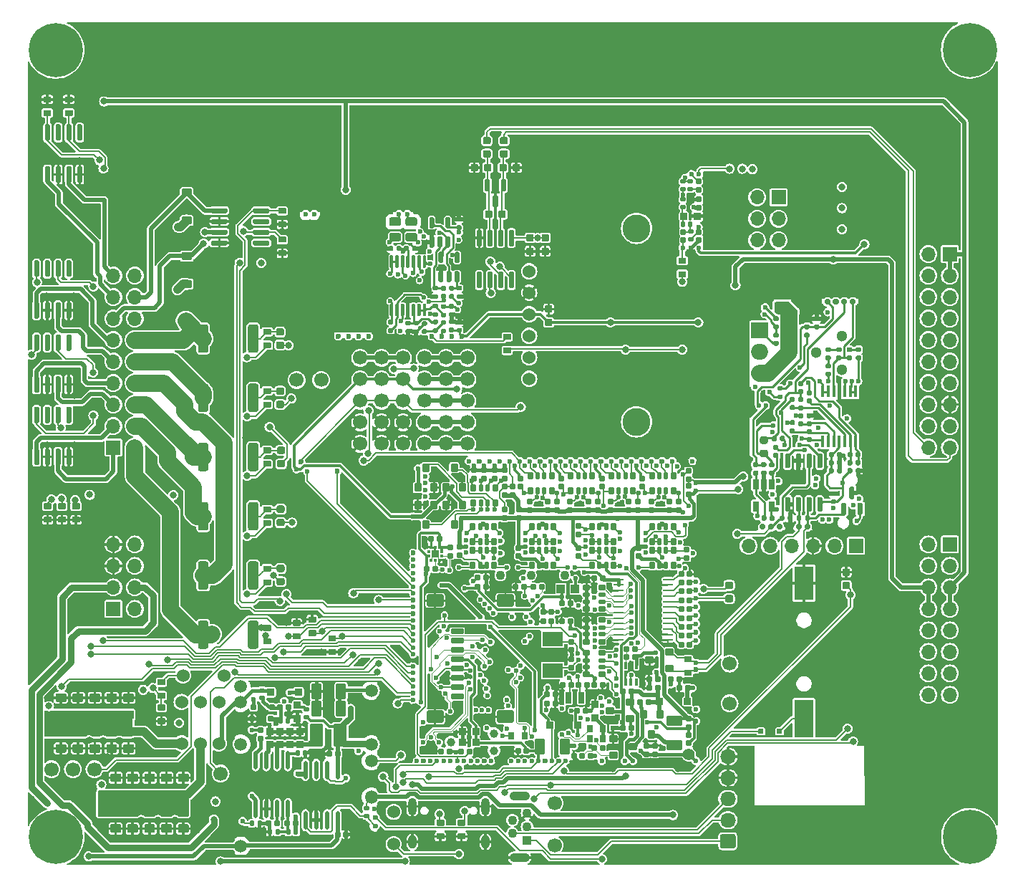
<source format=gbl>
G75*
G70*
%OFA0B0*%
%FSLAX25Y25*%
%IPPOS*%
%LPD*%
%AMOC8*
5,1,8,0,0,1.08239X$1,22.5*
%
%AMM11*
21,1,0.023620,0.018900,0.000000,0.000000,90.000000*
21,1,0.018900,0.023620,0.000000,0.000000,90.000000*
1,1,0.004720,0.009450,0.009450*
1,1,0.004720,0.009450,-0.009450*
1,1,0.004720,-0.009450,-0.009450*
1,1,0.004720,-0.009450,0.009450*
%
%AMM117*
21,1,0.023620,0.018900,0.000000,-0.000000,90.000000*
21,1,0.018900,0.023620,0.000000,-0.000000,90.000000*
1,1,0.004720,0.009450,0.009450*
1,1,0.004720,0.009450,-0.009450*
1,1,0.004720,-0.009450,-0.009450*
1,1,0.004720,-0.009450,0.009450*
%
%AMM118*
21,1,0.019680,0.019680,0.000000,-0.000000,180.000000*
21,1,0.015750,0.023620,0.000000,-0.000000,180.000000*
1,1,0.003940,-0.007870,0.009840*
1,1,0.003940,0.007870,0.009840*
1,1,0.003940,0.007870,-0.009840*
1,1,0.003940,-0.007870,-0.009840*
%
%AMM119*
21,1,0.033470,0.026770,0.000000,-0.000000,180.000000*
21,1,0.026770,0.033470,0.000000,-0.000000,180.000000*
1,1,0.006690,-0.013390,0.013390*
1,1,0.006690,0.013390,0.013390*
1,1,0.006690,0.013390,-0.013390*
1,1,0.006690,-0.013390,-0.013390*
%
%AMM12*
21,1,0.019680,0.019680,0.000000,0.000000,0.000000*
21,1,0.015750,0.023620,0.000000,0.000000,0.000000*
1,1,0.003940,0.007870,-0.009840*
1,1,0.003940,-0.007870,-0.009840*
1,1,0.003940,-0.007870,0.009840*
1,1,0.003940,0.007870,0.009840*
%
%AMM120*
21,1,0.019680,0.019680,0.000000,-0.000000,270.000000*
21,1,0.015750,0.023620,0.000000,-0.000000,270.000000*
1,1,0.003940,-0.009840,-0.007870*
1,1,0.003940,-0.009840,0.007870*
1,1,0.003940,0.009840,0.007870*
1,1,0.003940,0.009840,-0.007870*
%
%AMM13*
21,1,0.019680,0.019680,0.000000,0.000000,270.000000*
21,1,0.015750,0.023620,0.000000,0.000000,270.000000*
1,1,0.003940,-0.009840,-0.007870*
1,1,0.003940,-0.009840,0.007870*
1,1,0.003940,0.009840,0.007870*
1,1,0.003940,0.009840,-0.007870*
%
%AMM183*
21,1,0.025590,0.026380,-0.000000,-0.000000,90.000000*
21,1,0.020470,0.031500,-0.000000,-0.000000,90.000000*
1,1,0.005120,0.013190,0.010240*
1,1,0.005120,0.013190,-0.010240*
1,1,0.005120,-0.013190,-0.010240*
1,1,0.005120,-0.013190,0.010240*
%
%AMM184*
21,1,0.017720,0.027950,-0.000000,-0.000000,90.000000*
21,1,0.014170,0.031500,-0.000000,-0.000000,90.000000*
1,1,0.003540,0.013980,0.007090*
1,1,0.003540,0.013980,-0.007090*
1,1,0.003540,-0.013980,-0.007090*
1,1,0.003540,-0.013980,0.007090*
%
%AMM187*
21,1,0.027560,0.018900,-0.000000,-0.000000,270.000000*
21,1,0.022840,0.023620,-0.000000,-0.000000,270.000000*
1,1,0.004720,-0.009450,-0.011420*
1,1,0.004720,-0.009450,0.011420*
1,1,0.004720,0.009450,0.011420*
1,1,0.004720,0.009450,-0.011420*
%
%AMM189*
21,1,0.027560,0.018900,-0.000000,-0.000000,0.000000*
21,1,0.022840,0.023620,-0.000000,-0.000000,0.000000*
1,1,0.004720,0.011420,-0.009450*
1,1,0.004720,-0.011420,-0.009450*
1,1,0.004720,-0.011420,0.009450*
1,1,0.004720,0.011420,0.009450*
%
%AMM191*
21,1,0.035430,0.030320,-0.000000,-0.000000,90.000000*
21,1,0.028350,0.037400,-0.000000,-0.000000,90.000000*
1,1,0.007090,0.015160,0.014170*
1,1,0.007090,0.015160,-0.014170*
1,1,0.007090,-0.015160,-0.014170*
1,1,0.007090,-0.015160,0.014170*
%
%AMM194*
21,1,0.027560,0.030710,-0.000000,-0.000000,180.000000*
21,1,0.022050,0.036220,-0.000000,-0.000000,180.000000*
1,1,0.005510,-0.011020,0.015350*
1,1,0.005510,0.011020,0.015350*
1,1,0.005510,0.011020,-0.015350*
1,1,0.005510,-0.011020,-0.015350*
%
%AMM215*
21,1,0.033470,0.026770,-0.000000,-0.000000,270.000000*
21,1,0.026770,0.033470,-0.000000,-0.000000,270.000000*
1,1,0.006690,-0.013390,-0.013390*
1,1,0.006690,-0.013390,0.013390*
1,1,0.006690,0.013390,0.013390*
1,1,0.006690,0.013390,-0.013390*
%
%AMM216*
21,1,0.025590,0.026380,-0.000000,-0.000000,180.000000*
21,1,0.020470,0.031500,-0.000000,-0.000000,180.000000*
1,1,0.005120,-0.010240,0.013190*
1,1,0.005120,0.010240,0.013190*
1,1,0.005120,0.010240,-0.013190*
1,1,0.005120,-0.010240,-0.013190*
%
%AMM217*
21,1,0.017720,0.027950,-0.000000,-0.000000,180.000000*
21,1,0.014170,0.031500,-0.000000,-0.000000,180.000000*
1,1,0.003540,-0.007090,0.013980*
1,1,0.003540,0.007090,0.013980*
1,1,0.003540,0.007090,-0.013980*
1,1,0.003540,-0.007090,-0.013980*
%
%AMM218*
21,1,0.033470,0.026770,-0.000000,-0.000000,180.000000*
21,1,0.026770,0.033470,-0.000000,-0.000000,180.000000*
1,1,0.006690,-0.013390,0.013390*
1,1,0.006690,0.013390,0.013390*
1,1,0.006690,0.013390,-0.013390*
1,1,0.006690,-0.013390,-0.013390*
%
%AMM219*
21,1,0.078740,0.045670,-0.000000,-0.000000,0.000000*
21,1,0.067320,0.057090,-0.000000,-0.000000,0.000000*
1,1,0.011420,0.033660,-0.022840*
1,1,0.011420,-0.033660,-0.022840*
1,1,0.011420,-0.033660,0.022840*
1,1,0.011420,0.033660,0.022840*
%
%AMM220*
21,1,0.059060,0.020470,-0.000000,-0.000000,0.000000*
21,1,0.053940,0.025590,-0.000000,-0.000000,0.000000*
1,1,0.005120,0.026970,-0.010240*
1,1,0.005120,-0.026970,-0.010240*
1,1,0.005120,-0.026970,0.010240*
1,1,0.005120,0.026970,0.010240*
%
%AMM221*
21,1,0.035430,0.030320,-0.000000,-0.000000,0.000000*
21,1,0.028350,0.037400,-0.000000,-0.000000,0.000000*
1,1,0.007090,0.014170,-0.015160*
1,1,0.007090,-0.014170,-0.015160*
1,1,0.007090,-0.014170,0.015160*
1,1,0.007090,0.014170,0.015160*
%
%AMM222*
21,1,0.012600,0.028980,-0.000000,-0.000000,0.000000*
21,1,0.010080,0.031500,-0.000000,-0.000000,0.000000*
1,1,0.002520,0.005040,-0.014490*
1,1,0.002520,-0.005040,-0.014490*
1,1,0.002520,-0.005040,0.014490*
1,1,0.002520,0.005040,0.014490*
%
%AMM223*
21,1,0.070870,0.036220,-0.000000,-0.000000,180.000000*
21,1,0.061810,0.045280,-0.000000,-0.000000,180.000000*
1,1,0.009060,-0.030910,0.018110*
1,1,0.009060,0.030910,0.018110*
1,1,0.009060,0.030910,-0.018110*
1,1,0.009060,-0.030910,-0.018110*
%
%AMM224*
21,1,0.035830,0.026770,-0.000000,-0.000000,180.000000*
21,1,0.029130,0.033470,-0.000000,-0.000000,180.000000*
1,1,0.006690,-0.014570,0.013390*
1,1,0.006690,0.014570,0.013390*
1,1,0.006690,0.014570,-0.013390*
1,1,0.006690,-0.014570,-0.013390*
%
%AMM225*
21,1,0.027560,0.049610,-0.000000,-0.000000,180.000000*
21,1,0.022050,0.055120,-0.000000,-0.000000,180.000000*
1,1,0.005510,-0.011020,0.024800*
1,1,0.005510,0.011020,0.024800*
1,1,0.005510,0.011020,-0.024800*
1,1,0.005510,-0.011020,-0.024800*
%
%AMM226*
21,1,0.070870,0.036220,-0.000000,-0.000000,270.000000*
21,1,0.061810,0.045280,-0.000000,-0.000000,270.000000*
1,1,0.009060,-0.018110,-0.030910*
1,1,0.009060,-0.018110,0.030910*
1,1,0.009060,0.018110,0.030910*
1,1,0.009060,0.018110,-0.030910*
%
%AMM227*
21,1,0.027560,0.030710,-0.000000,-0.000000,270.000000*
21,1,0.022050,0.036220,-0.000000,-0.000000,270.000000*
1,1,0.005510,-0.015350,-0.011020*
1,1,0.005510,-0.015350,0.011020*
1,1,0.005510,0.015350,0.011020*
1,1,0.005510,0.015350,-0.011020*
%
%AMM27*
21,1,0.106300,0.050390,0.000000,0.000000,90.000000*
21,1,0.093700,0.062990,0.000000,0.000000,90.000000*
1,1,0.012600,0.025200,0.046850*
1,1,0.012600,0.025200,-0.046850*
1,1,0.012600,-0.025200,-0.046850*
1,1,0.012600,-0.025200,0.046850*
%
%AMM28*
21,1,0.033470,0.026770,0.000000,0.000000,270.000000*
21,1,0.026770,0.033470,0.000000,0.000000,270.000000*
1,1,0.006690,-0.013390,-0.013390*
1,1,0.006690,-0.013390,0.013390*
1,1,0.006690,0.013390,0.013390*
1,1,0.006690,0.013390,-0.013390*
%
%AMM29*
21,1,0.023620,0.018900,0.000000,0.000000,180.000000*
21,1,0.018900,0.023620,0.000000,0.000000,180.000000*
1,1,0.004720,-0.009450,0.009450*
1,1,0.004720,0.009450,0.009450*
1,1,0.004720,0.009450,-0.009450*
1,1,0.004720,-0.009450,-0.009450*
%
%AMM30*
21,1,0.122050,0.075590,0.000000,0.000000,180.000000*
21,1,0.103150,0.094490,0.000000,0.000000,180.000000*
1,1,0.018900,-0.051580,0.037800*
1,1,0.018900,0.051580,0.037800*
1,1,0.018900,0.051580,-0.037800*
1,1,0.018900,-0.051580,-0.037800*
%
%AMM31*
21,1,0.118110,0.083460,0.000000,0.000000,0.000000*
21,1,0.097240,0.104330,0.000000,0.000000,0.000000*
1,1,0.020870,0.048620,-0.041730*
1,1,0.020870,-0.048620,-0.041730*
1,1,0.020870,-0.048620,0.041730*
1,1,0.020870,0.048620,0.041730*
%
%AMM7*
21,1,0.035830,0.026770,0.000000,0.000000,0.000000*
21,1,0.029130,0.033470,0.000000,0.000000,0.000000*
1,1,0.006690,0.014570,-0.013390*
1,1,0.006690,-0.014570,-0.013390*
1,1,0.006690,-0.014570,0.013390*
1,1,0.006690,0.014570,0.013390*
%
%AMM8*
21,1,0.070870,0.036220,0.000000,0.000000,90.000000*
21,1,0.061810,0.045280,0.000000,0.000000,90.000000*
1,1,0.009060,0.018110,0.030910*
1,1,0.009060,0.018110,-0.030910*
1,1,0.009060,-0.018110,-0.030910*
1,1,0.009060,-0.018110,0.030910*
%
%ADD10C,0.00787*%
%ADD100C,0.01968*%
%ADD101C,0.01575*%
%ADD108M7*%
%ADD109M8*%
%ADD11C,0.06693*%
%ADD112M11*%
%ADD113M12*%
%ADD114M13*%
%ADD115O,0.00787X0.40158*%
%ADD12C,0.02756*%
%ADD132M27*%
%ADD133M28*%
%ADD134M29*%
%ADD135O,0.01968X0.08661*%
%ADD136M30*%
%ADD137M31*%
%ADD15R,0.04331X0.00984*%
%ADD158C,0.05118*%
%ADD16R,0.03858X0.00984*%
%ADD171C,0.03900*%
%ADD18R,0.00984X1.08661*%
%ADD199C,0.00492*%
%ADD20R,0.03740X0.00984*%
%ADD200C,0.01260*%
%ADD201C,0.05512*%
%ADD21C,0.03150*%
%ADD22C,0.25197*%
%ADD23C,0.06000*%
%ADD235R,0.01378X0.01476*%
%ADD236R,0.01968X0.01968*%
%ADD238O,0.04961X0.00984*%
%ADD24O,0.07283X0.06693*%
%ADD240R,0.09449X0.06693*%
%ADD241R,0.01476X0.01378*%
%ADD243R,0.03937X0.04331*%
%ADD25C,0.02362*%
%ADD26R,0.24350X0.00984*%
%ADD27R,0.04390X0.00984*%
%ADD28R,0.00984X0.56201*%
%ADD29R,0.00984X0.59449*%
%ADD298M117*%
%ADD299M118*%
%ADD30R,0.20374X0.00984*%
%ADD300M119*%
%ADD301M120*%
%ADD309R,0.07874X0.07500*%
%ADD31R,0.04331X0.04331*%
%ADD310O,0.07874X0.07500*%
%ADD312R,0.01772X0.05709*%
%ADD313R,0.02559X0.04803*%
%ADD32C,0.04331*%
%ADD33O,0.09449X0.04331*%
%ADD34O,0.04823X0.00787*%
%ADD35O,0.00787X0.36614*%
%ADD36C,0.05906*%
%ADD37O,0.00787X0.12992*%
%ADD38O,0.00787X0.40157*%
%ADD39O,0.00787X0.01181*%
%ADD392M183*%
%ADD393M184*%
%ADD396M187*%
%ADD398M189*%
%ADD40O,0.66929X0.00787*%
%ADD400M191*%
%ADD403M194*%
%ADD41O,0.60630X0.00787*%
%ADD42O,0.00787X0.18898*%
%ADD424M215*%
%ADD425M216*%
%ADD426M217*%
%ADD427M218*%
%ADD428M219*%
%ADD429M220*%
%ADD43O,0.00787X0.10236*%
%ADD430M221*%
%ADD431M222*%
%ADD432M223*%
%ADD433M224*%
%ADD434M225*%
%ADD435M226*%
%ADD436M227*%
%ADD44O,0.00787X0.03937*%
%ADD45O,0.00787X0.05906*%
%ADD55R,0.00787X0.14567*%
%ADD56R,0.00787X0.01575*%
%ADD57R,0.00787X0.06299*%
%ADD58R,0.00787X0.38189*%
%ADD59R,0.00787X0.09055*%
%ADD60R,0.05512X0.00787*%
%ADD61R,0.25197X0.00787*%
%ADD62R,0.06693X0.00787*%
%ADD63R,0.12992X0.00787*%
%ADD64R,0.00787X0.27559*%
%ADD65R,0.00787X0.12992*%
%ADD66R,0.00787X0.24803*%
%ADD68O,0.03937X0.08268*%
%ADD69O,0.03937X0.06299*%
%ADD70R,0.06693X0.06693*%
%ADD71O,0.06693X0.06693*%
%ADD72C,0.13000*%
%ADD74C,0.01181*%
%ADD75C,0.03937*%
%ADD76C,0.01969*%
%ADD77C,0.00591*%
%ADD85C,0.00984*%
%ADD93R,0.24803X0.00984*%
%ADD94R,0.34449X0.00984*%
%ADD95R,0.09055X0.17323*%
%ADD96R,0.09055X0.15748*%
%ADD97C,0.07874*%
X0000000Y0000000D02*
%LPD*%
G01*
D11*
X0327559Y0076043D03*
D12*
X0384941Y0262854D03*
X0373130Y0262854D03*
X0377067Y0262854D03*
X0381004Y0262854D03*
D15*
X0338288Y0156653D03*
D16*
X0355374Y0156653D03*
D93*
X0378839Y0156653D03*
D18*
X0336615Y0210492D03*
X0390748Y0210492D03*
D94*
X0353347Y0264330D03*
D20*
X0389370Y0264330D03*
D12*
X0346949Y0158164D03*
X0350886Y0158164D03*
X0363863Y0158164D03*
X0359863Y0158164D03*
X0343012Y0158164D03*
D21*
X0439359Y0389500D03*
X0446041Y0386732D03*
X0432678Y0386732D03*
X0448808Y0380051D03*
D22*
X0439359Y0380051D03*
D21*
X0429911Y0380051D03*
X0446041Y0373370D03*
X0432678Y0373370D03*
X0439359Y0370602D03*
D11*
X0125985Y0226437D03*
X0137402Y0226437D03*
X0021811Y0045334D03*
D21*
X0004331Y0379980D03*
X0007099Y0386661D03*
X0007099Y0373299D03*
X0013780Y0389429D03*
D22*
X0013780Y0379980D03*
D21*
X0013780Y0370531D03*
X0020461Y0386661D03*
X0020461Y0373299D03*
X0023229Y0379980D03*
D23*
X0072441Y0076634D03*
X0072441Y0057342D03*
G36*
G01*
X0329430Y0008523D02*
X0324115Y0008523D01*
G75*
G02*
X0323130Y0009508I0000000J0000984D01*
G01*
X0323130Y0014232D01*
G75*
G02*
X0324115Y0015216I0000984J0000000D01*
G01*
X0329430Y0015216D01*
G75*
G02*
X0330414Y0014232I0000000J-000984D01*
G01*
X0330414Y0009508D01*
G75*
G02*
X0329430Y0008523I-000984J0000000D01*
G01*
G37*
D24*
X0326772Y0021712D03*
X0326772Y0031555D03*
X0326772Y0041397D03*
X0326772Y0051240D03*
D11*
X0246063Y0029586D03*
D21*
X0004331Y0013838D03*
X0007099Y0020520D03*
X0007099Y0007157D03*
X0013780Y0023287D03*
D22*
X0013780Y0013838D03*
D21*
X0013780Y0004389D03*
X0020461Y0020520D03*
X0020461Y0007157D03*
X0023229Y0013838D03*
X0448879Y0013881D03*
X0446112Y0007199D03*
X0446112Y0020562D03*
X0439430Y0004432D03*
D22*
X0439430Y0013881D03*
D21*
X0439430Y0023330D03*
X0432749Y0007199D03*
X0432749Y0020562D03*
X0429981Y0013881D03*
D25*
X0193603Y0246811D03*
X0188878Y0246811D03*
X0198327Y0246811D03*
X0203052Y0246811D03*
D26*
X0192550Y0304488D03*
D27*
X0168731Y0304488D03*
D28*
X0204233Y0276880D03*
D29*
X0167028Y0275256D03*
D30*
X0176723Y0246023D03*
D25*
X0177619Y0303602D03*
X0173681Y0303602D03*
D11*
X0011811Y0045334D03*
D31*
X0233268Y0012263D03*
D32*
X0226378Y0015413D03*
X0233268Y0018563D03*
X0226378Y0021712D03*
X0233268Y0024862D03*
D33*
X0229823Y0004193D03*
X0229823Y0032933D03*
D23*
X0081103Y0076634D03*
X0081103Y0057342D03*
D25*
X0313288Y0287952D03*
D34*
X0305512Y0322992D03*
D35*
X0315650Y0305078D03*
X0303445Y0305078D03*
D25*
X0309548Y0287952D03*
X0305807Y0287952D03*
X0309744Y0322204D03*
X0313288Y0322204D03*
D11*
X0090552Y0043366D03*
D36*
X0160926Y0082047D03*
X0160926Y0056850D03*
X0160926Y0049370D03*
X0160926Y0032441D03*
D25*
X0162697Y0022992D03*
X0162697Y0019055D03*
D37*
X0097343Y0066889D03*
D38*
X0097343Y0033425D03*
D39*
X0097343Y0005472D03*
D40*
X0130414Y0005275D03*
D41*
X0133563Y0086378D03*
D36*
X0160926Y0007834D03*
D39*
X0163485Y0086181D03*
D42*
X0163485Y0069645D03*
D43*
X0163485Y0040708D03*
D44*
X0163485Y0026929D03*
D45*
X0163485Y0013937D03*
D36*
X0099902Y0083819D03*
X0099902Y0076535D03*
X0099902Y0057047D03*
X0099902Y0009606D03*
D25*
X0125985Y0185000D03*
X0128052Y0188445D03*
X0131004Y0183819D03*
X0144981Y0184114D03*
D23*
X0089764Y0076634D03*
X0089764Y0057342D03*
D11*
X0155512Y0196752D03*
X0155512Y0206752D03*
X0155512Y0216752D03*
X0155512Y0226752D03*
X0155512Y0236752D03*
X0165512Y0196752D03*
X0165512Y0206752D03*
X0165512Y0216752D03*
X0165512Y0226752D03*
X0165512Y0236752D03*
X0175512Y0196752D03*
X0175512Y0206752D03*
X0175512Y0216752D03*
X0175512Y0226752D03*
X0175512Y0236752D03*
X0246063Y0009901D03*
D23*
X0171160Y0025549D03*
X0171160Y0010549D03*
D11*
X0327559Y0094547D03*
D25*
X0180315Y0163051D03*
X0180315Y0146122D03*
X0180315Y0142972D03*
X0180315Y0139823D03*
X0180315Y0136673D03*
X0180315Y0133523D03*
X0180315Y0130374D03*
X0180315Y0127224D03*
X0180315Y0124074D03*
X0180315Y0120925D03*
X0180315Y0117775D03*
X0180315Y0114626D03*
X0180315Y0111476D03*
X0180315Y0108326D03*
X0180315Y0105177D03*
X0180315Y0102027D03*
X0180315Y0098878D03*
X0180315Y0093366D03*
X0180315Y0090216D03*
X0180315Y0087067D03*
X0180315Y0083917D03*
X0180315Y0080767D03*
X0180315Y0077618D03*
D55*
X0312599Y0058523D03*
D56*
X0312599Y0070531D03*
D55*
X0312599Y0082539D03*
D57*
X0312599Y0100059D03*
D58*
X0312599Y0153799D03*
D59*
X0312599Y0185295D03*
D60*
X0305512Y0189429D03*
D61*
X0297245Y0048484D03*
D62*
X0273426Y0048484D03*
D63*
X0259646Y0048484D03*
D60*
X0221260Y0048484D03*
D61*
X0191733Y0189429D03*
D64*
X0179528Y0061870D03*
D56*
X0179528Y0096122D03*
D65*
X0179528Y0154586D03*
D66*
X0179528Y0177421D03*
D25*
X0181890Y0049271D03*
X0185040Y0049271D03*
X0188189Y0049271D03*
X0191339Y0049271D03*
X0194489Y0049271D03*
X0197638Y0049271D03*
X0200788Y0049271D03*
X0203937Y0049271D03*
X0207087Y0049271D03*
X0210237Y0049271D03*
X0213386Y0049271D03*
X0216536Y0049271D03*
X0225985Y0049271D03*
X0229134Y0049271D03*
X0232284Y0049271D03*
X0235434Y0049271D03*
X0238583Y0049271D03*
X0241733Y0049271D03*
X0244882Y0049271D03*
X0248032Y0049271D03*
X0251182Y0049271D03*
X0268111Y0049271D03*
X0278741Y0049271D03*
X0282678Y0049271D03*
X0311811Y0049271D03*
X0206300Y0188641D03*
X0211024Y0188641D03*
X0215748Y0188641D03*
X0220473Y0188641D03*
X0225197Y0188641D03*
X0229922Y0188641D03*
X0234646Y0188641D03*
X0239370Y0188641D03*
X0244095Y0188641D03*
X0248819Y0188641D03*
X0253544Y0188641D03*
X0258268Y0188641D03*
X0262993Y0188641D03*
X0267717Y0188641D03*
X0272441Y0188641D03*
X0277166Y0188641D03*
X0281890Y0188641D03*
X0286615Y0188641D03*
X0291339Y0188641D03*
X0296063Y0188641D03*
X0300788Y0188641D03*
X0310237Y0188641D03*
X0311811Y0178799D03*
X0311811Y0174862D03*
X0311811Y0132736D03*
X0311811Y0128799D03*
X0311811Y0124862D03*
X0311811Y0120925D03*
X0311811Y0116988D03*
X0311811Y0113051D03*
X0311811Y0109114D03*
X0311811Y0105177D03*
X0311811Y0094941D03*
X0311811Y0091791D03*
X0311811Y0073287D03*
X0311811Y0067775D03*
D68*
X0179843Y0028031D03*
D69*
X0179843Y0011574D03*
D68*
X0213859Y0028031D03*
D69*
X0213859Y0011574D03*
D25*
X0150099Y0246811D03*
X0145374Y0246811D03*
X0154823Y0246811D03*
X0159548Y0246811D03*
D26*
X0149046Y0304488D03*
D27*
X0125227Y0304488D03*
D28*
X0160729Y0276880D03*
D29*
X0123524Y0275256D03*
D30*
X0133219Y0246023D03*
D25*
X0134115Y0303602D03*
X0130178Y0303602D03*
D23*
X0073032Y0089035D03*
X0092323Y0089035D03*
D70*
X0386418Y0149271D03*
D71*
X0376418Y0149271D03*
X0366418Y0149271D03*
X0356418Y0149271D03*
X0346418Y0149271D03*
X0336418Y0149271D03*
D72*
X0284265Y0297027D03*
X0284265Y0207027D03*
D23*
X0234265Y0277027D03*
X0234265Y0267027D03*
X0234265Y0257027D03*
X0234265Y0247027D03*
X0234265Y0237027D03*
X0234265Y0227027D03*
D11*
X0031811Y0045334D03*
X0185512Y0196752D03*
X0185512Y0206752D03*
X0185512Y0216752D03*
X0185512Y0226752D03*
X0185512Y0236752D03*
X0195512Y0196752D03*
X0195512Y0206752D03*
X0195512Y0216752D03*
X0195512Y0226752D03*
X0195512Y0236752D03*
X0205512Y0196752D03*
X0205512Y0206752D03*
X0205512Y0216752D03*
X0205512Y0226752D03*
X0205512Y0236752D03*
G36*
G01*
X0214174Y0319968D02*
X0215355Y0319968D01*
G75*
G02*
X0215945Y0319378I0000000J-000591D01*
G01*
X0215945Y0314752D01*
G75*
G02*
X0215355Y0314161I-000591J0000000D01*
G01*
X0214174Y0314161D01*
G75*
G02*
X0213583Y0314752I0000000J0000591D01*
G01*
X0213583Y0319378D01*
G75*
G02*
X0214174Y0319968I0000591J0000000D01*
G01*
G37*
G36*
G01*
X0221654Y0319968D02*
X0222835Y0319968D01*
G75*
G02*
X0223426Y0319378I0000000J-000591D01*
G01*
X0223426Y0314752D01*
G75*
G02*
X0222835Y0314161I-000591J0000000D01*
G01*
X0221654Y0314161D01*
G75*
G02*
X0221063Y0314752I0000000J0000591D01*
G01*
X0221063Y0319378D01*
G75*
G02*
X0221654Y0319968I0000591J0000000D01*
G01*
G37*
G36*
G01*
X0217914Y0312586D02*
X0219095Y0312586D01*
G75*
G02*
X0219685Y0311996I0000000J-000591D01*
G01*
X0219685Y0307370D01*
G75*
G02*
X0219095Y0306779I-000591J0000000D01*
G01*
X0217914Y0306779D01*
G75*
G02*
X0217323Y0307370I0000000J0000591D01*
G01*
X0217323Y0311996D01*
G75*
G02*
X0217914Y0312586I0000591J0000000D01*
G01*
G37*
G36*
G01*
X0049804Y0053051D02*
X0045670Y0053051D01*
G75*
G02*
X0045276Y0053445I0000000J0000394D01*
G01*
X0045276Y0056594D01*
G75*
G02*
X0045670Y0056988I0000394J0000000D01*
G01*
X0049804Y0056988D01*
G75*
G02*
X0050197Y0056594I0000000J-000394D01*
G01*
X0050197Y0053445D01*
G75*
G02*
X0049804Y0053051I-000394J0000000D01*
G01*
G37*
G36*
G01*
X0049804Y0060925D02*
X0045670Y0060925D01*
G75*
G02*
X0045276Y0061319I0000000J0000394D01*
G01*
X0045276Y0064468D01*
G75*
G02*
X0045670Y0064862I0000394J0000000D01*
G01*
X0049804Y0064862D01*
G75*
G02*
X0050197Y0064468I0000000J-000394D01*
G01*
X0050197Y0061319D01*
G75*
G02*
X0049804Y0060925I-000394J0000000D01*
G01*
G37*
G36*
G01*
X0241969Y0261141D02*
X0244646Y0261141D01*
G75*
G02*
X0244981Y0260807I0000000J-000335D01*
G01*
X0244981Y0258130D01*
G75*
G02*
X0244646Y0257795I-000335J0000000D01*
G01*
X0241969Y0257795D01*
G75*
G02*
X0241634Y0258130I0000000J0000335D01*
G01*
X0241634Y0260807D01*
G75*
G02*
X0241969Y0261141I0000335J0000000D01*
G01*
G37*
G36*
G01*
X0241969Y0254921D02*
X0244646Y0254921D01*
G75*
G02*
X0244981Y0254586I0000000J-000335D01*
G01*
X0244981Y0251909D01*
G75*
G02*
X0244646Y0251574I-000335J0000000D01*
G01*
X0241969Y0251574D01*
G75*
G02*
X0241634Y0251909I0000000J0000335D01*
G01*
X0241634Y0254586D01*
G75*
G02*
X0241969Y0254921I0000335J0000000D01*
G01*
G37*
G36*
G01*
X0076811Y0298878D02*
X0072796Y0298878D01*
G75*
G02*
X0072441Y0299232I0000000J0000354D01*
G01*
X0072441Y0302067D01*
G75*
G02*
X0072796Y0302421I0000354J0000000D01*
G01*
X0076811Y0302421D01*
G75*
G02*
X0077166Y0302067I0000000J-000354D01*
G01*
X0077166Y0299232D01*
G75*
G02*
X0076811Y0298878I-000354J0000000D01*
G01*
G37*
G36*
G01*
X0076811Y0311870D02*
X0072796Y0311870D01*
G75*
G02*
X0072441Y0312224I0000000J0000354D01*
G01*
X0072441Y0315059D01*
G75*
G02*
X0072796Y0315413I0000354J0000000D01*
G01*
X0076811Y0315413D01*
G75*
G02*
X0077166Y0315059I0000000J-000354D01*
G01*
X0077166Y0312224D01*
G75*
G02*
X0076811Y0311870I-000354J0000000D01*
G01*
G37*
D95*
X0362205Y0068957D03*
D96*
X0362205Y0131949D03*
G36*
G01*
X0004311Y0247697D02*
X0005493Y0247697D01*
G75*
G02*
X0006083Y0247106I0000000J-000591D01*
G01*
X0006083Y0240610D01*
G75*
G02*
X0005493Y0240019I-000591J0000000D01*
G01*
X0004311Y0240019D01*
G75*
G02*
X0003721Y0240610I0000000J0000591D01*
G01*
X0003721Y0247106D01*
G75*
G02*
X0004311Y0247697I0000591J0000000D01*
G01*
G37*
G36*
G01*
X0009311Y0247697D02*
X0010493Y0247697D01*
G75*
G02*
X0011083Y0247106I0000000J-000591D01*
G01*
X0011083Y0240610D01*
G75*
G02*
X0010493Y0240019I-000591J0000000D01*
G01*
X0009311Y0240019D01*
G75*
G02*
X0008721Y0240610I0000000J0000591D01*
G01*
X0008721Y0247106D01*
G75*
G02*
X0009311Y0247697I0000591J0000000D01*
G01*
G37*
G36*
G01*
X0014311Y0247697D02*
X0015493Y0247697D01*
G75*
G02*
X0016083Y0247106I0000000J-000591D01*
G01*
X0016083Y0240610D01*
G75*
G02*
X0015493Y0240019I-000591J0000000D01*
G01*
X0014311Y0240019D01*
G75*
G02*
X0013721Y0240610I0000000J0000591D01*
G01*
X0013721Y0247106D01*
G75*
G02*
X0014311Y0247697I0000591J0000000D01*
G01*
G37*
G36*
G01*
X0019311Y0247697D02*
X0020493Y0247697D01*
G75*
G02*
X0021083Y0247106I0000000J-000591D01*
G01*
X0021083Y0240610D01*
G75*
G02*
X0020493Y0240019I-000591J0000000D01*
G01*
X0019311Y0240019D01*
G75*
G02*
X0018721Y0240610I0000000J0000591D01*
G01*
X0018721Y0247106D01*
G75*
G02*
X0019311Y0247697I0000591J0000000D01*
G01*
G37*
G36*
G01*
X0019311Y0228208D02*
X0020493Y0228208D01*
G75*
G02*
X0021083Y0227618I0000000J-000591D01*
G01*
X0021083Y0221122D01*
G75*
G02*
X0020493Y0220531I-000591J0000000D01*
G01*
X0019311Y0220531D01*
G75*
G02*
X0018721Y0221122I0000000J0000591D01*
G01*
X0018721Y0227618D01*
G75*
G02*
X0019311Y0228208I0000591J0000000D01*
G01*
G37*
G36*
G01*
X0014311Y0228208D02*
X0015493Y0228208D01*
G75*
G02*
X0016083Y0227618I0000000J-000591D01*
G01*
X0016083Y0221122D01*
G75*
G02*
X0015493Y0220531I-000591J0000000D01*
G01*
X0014311Y0220531D01*
G75*
G02*
X0013721Y0221122I0000000J0000591D01*
G01*
X0013721Y0227618D01*
G75*
G02*
X0014311Y0228208I0000591J0000000D01*
G01*
G37*
G36*
G01*
X0009311Y0228208D02*
X0010493Y0228208D01*
G75*
G02*
X0011083Y0227618I0000000J-000591D01*
G01*
X0011083Y0221122D01*
G75*
G02*
X0010493Y0220531I-000591J0000000D01*
G01*
X0009311Y0220531D01*
G75*
G02*
X0008721Y0221122I0000000J0000591D01*
G01*
X0008721Y0227618D01*
G75*
G02*
X0009311Y0228208I0000591J0000000D01*
G01*
G37*
G36*
G01*
X0004311Y0228208D02*
X0005493Y0228208D01*
G75*
G02*
X0006083Y0227618I0000000J-000591D01*
G01*
X0006083Y0221122D01*
G75*
G02*
X0005493Y0220531I-000591J0000000D01*
G01*
X0004311Y0220531D01*
G75*
G02*
X0003721Y0221122I0000000J0000591D01*
G01*
X0003721Y0227618D01*
G75*
G02*
X0004311Y0228208I0000591J0000000D01*
G01*
G37*
G36*
G01*
X0011575Y0160098D02*
X0008504Y0160098D01*
G75*
G02*
X0008229Y0160374I0000000J0000276D01*
G01*
X0008229Y0162578D01*
G75*
G02*
X0008504Y0162854I0000276J0000000D01*
G01*
X0011575Y0162854D01*
G75*
G02*
X0011851Y0162578I0000000J-000276D01*
G01*
X0011851Y0160374D01*
G75*
G02*
X0011575Y0160098I-000276J0000000D01*
G01*
G37*
G36*
G01*
X0011575Y0166397D02*
X0008504Y0166397D01*
G75*
G02*
X0008229Y0166673I0000000J0000276D01*
G01*
X0008229Y0168878D01*
G75*
G02*
X0008504Y0169153I0000276J0000000D01*
G01*
X0011575Y0169153D01*
G75*
G02*
X0011851Y0168878I0000000J-000276D01*
G01*
X0011851Y0166673D01*
G75*
G02*
X0011575Y0166397I-000276J0000000D01*
G01*
G37*
G36*
G01*
X0229941Y0326594D02*
X0229941Y0323917D01*
G75*
G02*
X0229607Y0323582I-000335J0000000D01*
G01*
X0226930Y0323582D01*
G75*
G02*
X0226595Y0323917I0000000J0000335D01*
G01*
X0226595Y0326594D01*
G75*
G02*
X0226930Y0326929I0000335J0000000D01*
G01*
X0229607Y0326929D01*
G75*
G02*
X0229941Y0326594I0000000J-000335D01*
G01*
G37*
G36*
G01*
X0223721Y0326594D02*
X0223721Y0323917D01*
G75*
G02*
X0223386Y0323582I-000335J0000000D01*
G01*
X0220709Y0323582D01*
G75*
G02*
X0220374Y0323917I0000000J0000335D01*
G01*
X0220374Y0326594D01*
G75*
G02*
X0220709Y0326929I0000335J0000000D01*
G01*
X0223386Y0326929D01*
G75*
G02*
X0223721Y0326594I0000000J-000335D01*
G01*
G37*
G36*
G01*
X0026181Y0053051D02*
X0022048Y0053051D01*
G75*
G02*
X0021654Y0053445I0000000J0000394D01*
G01*
X0021654Y0056594D01*
G75*
G02*
X0022048Y0056988I0000394J0000000D01*
G01*
X0026181Y0056988D01*
G75*
G02*
X0026575Y0056594I0000000J-000394D01*
G01*
X0026575Y0053445D01*
G75*
G02*
X0026181Y0053051I-000394J0000000D01*
G01*
G37*
G36*
G01*
X0026181Y0060925D02*
X0022048Y0060925D01*
G75*
G02*
X0021654Y0061319I0000000J0000394D01*
G01*
X0021654Y0064468D01*
G75*
G02*
X0022048Y0064862I0000394J0000000D01*
G01*
X0026181Y0064862D01*
G75*
G02*
X0026575Y0064468I0000000J-000394D01*
G01*
X0026575Y0061319D01*
G75*
G02*
X0026181Y0060925I-000394J0000000D01*
G01*
G37*
G36*
G01*
X0380552Y0138700D02*
X0383229Y0138700D01*
G75*
G02*
X0383563Y0138366I0000000J-000335D01*
G01*
X0383563Y0135689D01*
G75*
G02*
X0383229Y0135354I-000335J0000000D01*
G01*
X0380552Y0135354D01*
G75*
G02*
X0380217Y0135689I0000000J0000335D01*
G01*
X0380217Y0138366D01*
G75*
G02*
X0380552Y0138700I0000335J0000000D01*
G01*
G37*
G36*
G01*
X0380552Y0132480D02*
X0383229Y0132480D01*
G75*
G02*
X0383563Y0132145I0000000J-000335D01*
G01*
X0383563Y0129468D01*
G75*
G02*
X0383229Y0129134I-000335J0000000D01*
G01*
X0380552Y0129134D01*
G75*
G02*
X0380217Y0129468I0000000J0000335D01*
G01*
X0380217Y0132145D01*
G75*
G02*
X0380552Y0132480I0000335J0000000D01*
G01*
G37*
G36*
G01*
X0213721Y0302193D02*
X0213721Y0304870D01*
G75*
G02*
X0214056Y0305204I0000335J0000000D01*
G01*
X0216733Y0305204D01*
G75*
G02*
X0217067Y0304870I0000000J-000335D01*
G01*
X0217067Y0302193D01*
G75*
G02*
X0216733Y0301858I-000335J0000000D01*
G01*
X0214056Y0301858D01*
G75*
G02*
X0213721Y0302193I0000000J0000335D01*
G01*
G37*
G36*
G01*
X0219941Y0302193D02*
X0219941Y0304870D01*
G75*
G02*
X0220276Y0305204I0000335J0000000D01*
G01*
X0222953Y0305204D01*
G75*
G02*
X0223288Y0304870I0000000J-000335D01*
G01*
X0223288Y0302193D01*
G75*
G02*
X0222953Y0301858I-000335J0000000D01*
G01*
X0220276Y0301858D01*
G75*
G02*
X0219941Y0302193I0000000J0000335D01*
G01*
G37*
G36*
G01*
X0024764Y0160098D02*
X0021693Y0160098D01*
G75*
G02*
X0021418Y0160374I0000000J0000276D01*
G01*
X0021418Y0162578D01*
G75*
G02*
X0021693Y0162854I0000276J0000000D01*
G01*
X0024764Y0162854D01*
G75*
G02*
X0025040Y0162578I0000000J-000276D01*
G01*
X0025040Y0160374D01*
G75*
G02*
X0024764Y0160098I-000276J0000000D01*
G01*
G37*
G36*
G01*
X0024764Y0166397D02*
X0021693Y0166397D01*
G75*
G02*
X0021418Y0166673I0000000J0000276D01*
G01*
X0021418Y0168878D01*
G75*
G02*
X0021693Y0169153I0000276J0000000D01*
G01*
X0024764Y0169153D01*
G75*
G02*
X0025040Y0168878I0000000J-000276D01*
G01*
X0025040Y0166673D01*
G75*
G02*
X0024764Y0166397I-000276J0000000D01*
G01*
G37*
G36*
G01*
X0063288Y0043366D02*
X0067422Y0043366D01*
G75*
G02*
X0067815Y0042972I0000000J-000394D01*
G01*
X0067815Y0039823D01*
G75*
G02*
X0067422Y0039429I-000394J0000000D01*
G01*
X0063288Y0039429D01*
G75*
G02*
X0062894Y0039823I0000000J0000394D01*
G01*
X0062894Y0042972D01*
G75*
G02*
X0063288Y0043366I0000394J0000000D01*
G01*
G37*
G36*
G01*
X0063288Y0035492D02*
X0067422Y0035492D01*
G75*
G02*
X0067815Y0035098I0000000J-000394D01*
G01*
X0067815Y0031949D01*
G75*
G02*
X0067422Y0031555I-000394J0000000D01*
G01*
X0063288Y0031555D01*
G75*
G02*
X0062894Y0031949I0000000J0000394D01*
G01*
X0062894Y0035098D01*
G75*
G02*
X0063288Y0035492I0000394J0000000D01*
G01*
G37*
G36*
G01*
X0108170Y0251338D02*
X0108170Y0240118D01*
G75*
G02*
X0107185Y0239134I-000984J0000000D01*
G01*
X0104331Y0239134D01*
G75*
G02*
X0103347Y0240118I0000000J0000984D01*
G01*
X0103347Y0251338D01*
G75*
G02*
X0104331Y0252323I0000984J0000000D01*
G01*
X0107185Y0252323D01*
G75*
G02*
X0108170Y0251338I0000000J-000984D01*
G01*
G37*
G36*
G01*
X0084843Y0251338D02*
X0084843Y0240118D01*
G75*
G02*
X0083859Y0239134I-000984J0000000D01*
G01*
X0081004Y0239134D01*
G75*
G02*
X0080020Y0240118I0000000J0000984D01*
G01*
X0080020Y0251338D01*
G75*
G02*
X0081004Y0252323I0000984J0000000D01*
G01*
X0083859Y0252323D01*
G75*
G02*
X0084843Y0251338I0000000J-000984D01*
G01*
G37*
D70*
X0430119Y0285019D03*
D71*
X0420119Y0285019D03*
X0430119Y0275019D03*
X0420119Y0275019D03*
X0430119Y0265019D03*
X0420119Y0265019D03*
X0430119Y0255019D03*
X0420119Y0255019D03*
X0430119Y0245019D03*
X0420119Y0245019D03*
X0430119Y0235019D03*
X0420119Y0235019D03*
X0430119Y0225019D03*
X0420119Y0225019D03*
X0430119Y0215019D03*
X0420119Y0215019D03*
X0430119Y0205019D03*
X0420119Y0205019D03*
X0430119Y0195019D03*
X0420119Y0195019D03*
G36*
G01*
X0029922Y0080610D02*
X0034056Y0080610D01*
G75*
G02*
X0034449Y0080216I0000000J-000394D01*
G01*
X0034449Y0077067D01*
G75*
G02*
X0034056Y0076673I-000394J0000000D01*
G01*
X0029922Y0076673D01*
G75*
G02*
X0029528Y0077067I0000000J0000394D01*
G01*
X0029528Y0080216D01*
G75*
G02*
X0029922Y0080610I0000394J0000000D01*
G01*
G37*
G36*
G01*
X0029922Y0072736D02*
X0034056Y0072736D01*
G75*
G02*
X0034449Y0072342I0000000J-000394D01*
G01*
X0034449Y0069193D01*
G75*
G02*
X0034056Y0068799I-000394J0000000D01*
G01*
X0029922Y0068799D01*
G75*
G02*
X0029528Y0069193I0000000J0000394D01*
G01*
X0029528Y0072342D01*
G75*
G02*
X0029922Y0072736I0000394J0000000D01*
G01*
G37*
G36*
G01*
X0075296Y0015807D02*
X0071162Y0015807D01*
G75*
G02*
X0070768Y0016200I0000000J0000394D01*
G01*
X0070768Y0019350D01*
G75*
G02*
X0071162Y0019744I0000394J0000000D01*
G01*
X0075296Y0019744D01*
G75*
G02*
X0075689Y0019350I0000000J-000394D01*
G01*
X0075689Y0016200D01*
G75*
G02*
X0075296Y0015807I-000394J0000000D01*
G01*
G37*
G36*
G01*
X0075296Y0023681D02*
X0071162Y0023681D01*
G75*
G02*
X0070768Y0024074I0000000J0000394D01*
G01*
X0070768Y0027224D01*
G75*
G02*
X0071162Y0027618I0000394J0000000D01*
G01*
X0075296Y0027618D01*
G75*
G02*
X0075689Y0027224I0000000J-000394D01*
G01*
X0075689Y0024074D01*
G75*
G02*
X0075296Y0023681I-000394J0000000D01*
G01*
G37*
G36*
G01*
X0210414Y0296319D02*
X0211595Y0296319D01*
G75*
G02*
X0212185Y0295728I0000000J-000591D01*
G01*
X0212185Y0289232D01*
G75*
G02*
X0211595Y0288641I-000591J0000000D01*
G01*
X0210414Y0288641D01*
G75*
G02*
X0209823Y0289232I0000000J0000591D01*
G01*
X0209823Y0295728D01*
G75*
G02*
X0210414Y0296319I0000591J0000000D01*
G01*
G37*
G36*
G01*
X0215414Y0296319D02*
X0216595Y0296319D01*
G75*
G02*
X0217185Y0295728I0000000J-000591D01*
G01*
X0217185Y0289232D01*
G75*
G02*
X0216595Y0288641I-000591J0000000D01*
G01*
X0215414Y0288641D01*
G75*
G02*
X0214823Y0289232I0000000J0000591D01*
G01*
X0214823Y0295728D01*
G75*
G02*
X0215414Y0296319I0000591J0000000D01*
G01*
G37*
G36*
G01*
X0220414Y0296319D02*
X0221595Y0296319D01*
G75*
G02*
X0222185Y0295728I0000000J-000591D01*
G01*
X0222185Y0289232D01*
G75*
G02*
X0221595Y0288641I-000591J0000000D01*
G01*
X0220414Y0288641D01*
G75*
G02*
X0219823Y0289232I0000000J0000591D01*
G01*
X0219823Y0295728D01*
G75*
G02*
X0220414Y0296319I0000591J0000000D01*
G01*
G37*
G36*
G01*
X0225414Y0296319D02*
X0226595Y0296319D01*
G75*
G02*
X0227185Y0295728I0000000J-000591D01*
G01*
X0227185Y0289232D01*
G75*
G02*
X0226595Y0288641I-000591J0000000D01*
G01*
X0225414Y0288641D01*
G75*
G02*
X0224823Y0289232I0000000J0000591D01*
G01*
X0224823Y0295728D01*
G75*
G02*
X0225414Y0296319I0000591J0000000D01*
G01*
G37*
G36*
G01*
X0225414Y0276830D02*
X0226595Y0276830D01*
G75*
G02*
X0227185Y0276240I0000000J-000591D01*
G01*
X0227185Y0269744D01*
G75*
G02*
X0226595Y0269153I-000591J0000000D01*
G01*
X0225414Y0269153D01*
G75*
G02*
X0224823Y0269744I0000000J0000591D01*
G01*
X0224823Y0276240D01*
G75*
G02*
X0225414Y0276830I0000591J0000000D01*
G01*
G37*
G36*
G01*
X0220414Y0276830D02*
X0221595Y0276830D01*
G75*
G02*
X0222185Y0276240I0000000J-000591D01*
G01*
X0222185Y0269744D01*
G75*
G02*
X0221595Y0269153I-000591J0000000D01*
G01*
X0220414Y0269153D01*
G75*
G02*
X0219823Y0269744I0000000J0000591D01*
G01*
X0219823Y0276240D01*
G75*
G02*
X0220414Y0276830I0000591J0000000D01*
G01*
G37*
G36*
G01*
X0215414Y0276830D02*
X0216595Y0276830D01*
G75*
G02*
X0217185Y0276240I0000000J-000591D01*
G01*
X0217185Y0269744D01*
G75*
G02*
X0216595Y0269153I-000591J0000000D01*
G01*
X0215414Y0269153D01*
G75*
G02*
X0214823Y0269744I0000000J0000591D01*
G01*
X0214823Y0276240D01*
G75*
G02*
X0215414Y0276830I0000591J0000000D01*
G01*
G37*
G36*
G01*
X0210414Y0276830D02*
X0211595Y0276830D01*
G75*
G02*
X0212185Y0276240I0000000J-000591D01*
G01*
X0212185Y0269744D01*
G75*
G02*
X0211595Y0269153I-000591J0000000D01*
G01*
X0210414Y0269153D01*
G75*
G02*
X0209823Y0269744I0000000J0000591D01*
G01*
X0209823Y0276240D01*
G75*
G02*
X0210414Y0276830I0000591J0000000D01*
G01*
G37*
G36*
G01*
X0014174Y0080610D02*
X0018307Y0080610D01*
G75*
G02*
X0018701Y0080216I0000000J-000394D01*
G01*
X0018701Y0077067D01*
G75*
G02*
X0018307Y0076673I-000394J0000000D01*
G01*
X0014174Y0076673D01*
G75*
G02*
X0013780Y0077067I0000000J0000394D01*
G01*
X0013780Y0080216D01*
G75*
G02*
X0014174Y0080610I0000394J0000000D01*
G01*
G37*
G36*
G01*
X0014174Y0072736D02*
X0018307Y0072736D01*
G75*
G02*
X0018701Y0072342I0000000J-000394D01*
G01*
X0018701Y0069193D01*
G75*
G02*
X0018307Y0068799I-000394J0000000D01*
G01*
X0014174Y0068799D01*
G75*
G02*
X0013780Y0069193I0000000J0000394D01*
G01*
X0013780Y0072342D01*
G75*
G02*
X0014174Y0072736I0000394J0000000D01*
G01*
G37*
G36*
G01*
X0108170Y0168661D02*
X0108170Y0157441D01*
G75*
G02*
X0107185Y0156456I-000984J0000000D01*
G01*
X0104331Y0156456D01*
G75*
G02*
X0103347Y0157441I0000000J0000984D01*
G01*
X0103347Y0168661D01*
G75*
G02*
X0104331Y0169645I0000984J0000000D01*
G01*
X0107185Y0169645D01*
G75*
G02*
X0108170Y0168661I0000000J-000984D01*
G01*
G37*
G36*
G01*
X0084843Y0168661D02*
X0084843Y0157441D01*
G75*
G02*
X0083859Y0156456I-000984J0000000D01*
G01*
X0081004Y0156456D01*
G75*
G02*
X0080020Y0157441I0000000J0000984D01*
G01*
X0080020Y0168661D01*
G75*
G02*
X0081004Y0169645I0000984J0000000D01*
G01*
X0083859Y0169645D01*
G75*
G02*
X0084843Y0168661I0000000J-000984D01*
G01*
G37*
G36*
G01*
X0004311Y0214035D02*
X0005493Y0214035D01*
G75*
G02*
X0006083Y0213445I0000000J-000591D01*
G01*
X0006083Y0206949D01*
G75*
G02*
X0005493Y0206358I-000591J0000000D01*
G01*
X0004311Y0206358D01*
G75*
G02*
X0003721Y0206949I0000000J0000591D01*
G01*
X0003721Y0213445D01*
G75*
G02*
X0004311Y0214035I0000591J0000000D01*
G01*
G37*
G36*
G01*
X0009311Y0214035D02*
X0010493Y0214035D01*
G75*
G02*
X0011083Y0213445I0000000J-000591D01*
G01*
X0011083Y0206949D01*
G75*
G02*
X0010493Y0206358I-000591J0000000D01*
G01*
X0009311Y0206358D01*
G75*
G02*
X0008721Y0206949I0000000J0000591D01*
G01*
X0008721Y0213445D01*
G75*
G02*
X0009311Y0214035I0000591J0000000D01*
G01*
G37*
G36*
G01*
X0014311Y0214035D02*
X0015493Y0214035D01*
G75*
G02*
X0016083Y0213445I0000000J-000591D01*
G01*
X0016083Y0206949D01*
G75*
G02*
X0015493Y0206358I-000591J0000000D01*
G01*
X0014311Y0206358D01*
G75*
G02*
X0013721Y0206949I0000000J0000591D01*
G01*
X0013721Y0213445D01*
G75*
G02*
X0014311Y0214035I0000591J0000000D01*
G01*
G37*
G36*
G01*
X0019311Y0214035D02*
X0020493Y0214035D01*
G75*
G02*
X0021083Y0213445I0000000J-000591D01*
G01*
X0021083Y0206949D01*
G75*
G02*
X0020493Y0206358I-000591J0000000D01*
G01*
X0019311Y0206358D01*
G75*
G02*
X0018721Y0206949I0000000J0000591D01*
G01*
X0018721Y0213445D01*
G75*
G02*
X0019311Y0214035I0000591J0000000D01*
G01*
G37*
G36*
G01*
X0019311Y0194547D02*
X0020493Y0194547D01*
G75*
G02*
X0021083Y0193956I0000000J-000591D01*
G01*
X0021083Y0187460D01*
G75*
G02*
X0020493Y0186870I-000591J0000000D01*
G01*
X0019311Y0186870D01*
G75*
G02*
X0018721Y0187460I0000000J0000591D01*
G01*
X0018721Y0193956D01*
G75*
G02*
X0019311Y0194547I0000591J0000000D01*
G01*
G37*
G36*
G01*
X0014311Y0194547D02*
X0015493Y0194547D01*
G75*
G02*
X0016083Y0193956I0000000J-000591D01*
G01*
X0016083Y0187460D01*
G75*
G02*
X0015493Y0186870I-000591J0000000D01*
G01*
X0014311Y0186870D01*
G75*
G02*
X0013721Y0187460I0000000J0000591D01*
G01*
X0013721Y0193956D01*
G75*
G02*
X0014311Y0194547I0000591J0000000D01*
G01*
G37*
G36*
G01*
X0009311Y0194547D02*
X0010493Y0194547D01*
G75*
G02*
X0011083Y0193956I0000000J-000591D01*
G01*
X0011083Y0187460D01*
G75*
G02*
X0010493Y0186870I-000591J0000000D01*
G01*
X0009311Y0186870D01*
G75*
G02*
X0008721Y0187460I0000000J0000591D01*
G01*
X0008721Y0193956D01*
G75*
G02*
X0009311Y0194547I0000591J0000000D01*
G01*
G37*
G36*
G01*
X0004311Y0194547D02*
X0005493Y0194547D01*
G75*
G02*
X0006083Y0193956I0000000J-000591D01*
G01*
X0006083Y0187460D01*
G75*
G02*
X0005493Y0186870I-000591J0000000D01*
G01*
X0004311Y0186870D01*
G75*
G02*
X0003721Y0187460I0000000J0000591D01*
G01*
X0003721Y0193956D01*
G75*
G02*
X0004311Y0194547I0000591J0000000D01*
G01*
G37*
G36*
G01*
X0235985Y0284645D02*
X0233307Y0284645D01*
G75*
G02*
X0232973Y0284980I0000000J0000335D01*
G01*
X0232973Y0287657D01*
G75*
G02*
X0233307Y0287992I0000335J0000000D01*
G01*
X0235985Y0287992D01*
G75*
G02*
X0236319Y0287657I0000000J-000335D01*
G01*
X0236319Y0284980D01*
G75*
G02*
X0235985Y0284645I-000335J0000000D01*
G01*
G37*
G36*
G01*
X0235985Y0290866D02*
X0233307Y0290866D01*
G75*
G02*
X0232973Y0291200I0000000J0000335D01*
G01*
X0232973Y0293878D01*
G75*
G02*
X0233307Y0294212I0000335J0000000D01*
G01*
X0235985Y0294212D01*
G75*
G02*
X0236319Y0293878I0000000J-000335D01*
G01*
X0236319Y0291200D01*
G75*
G02*
X0235985Y0290866I-000335J0000000D01*
G01*
G37*
G36*
G01*
X0117495Y0140511D02*
X0119513Y0140511D01*
G75*
G02*
X0120374Y0139650I0000000J-000861D01*
G01*
X0120374Y0137928D01*
G75*
G02*
X0119513Y0137067I-000861J0000000D01*
G01*
X0117495Y0137067D01*
G75*
G02*
X0116634Y0137928I0000000J0000861D01*
G01*
X0116634Y0139650D01*
G75*
G02*
X0117495Y0140511I0000861J0000000D01*
G01*
G37*
G36*
G01*
X0117495Y0134311D02*
X0119513Y0134311D01*
G75*
G02*
X0120374Y0133449I0000000J-000861D01*
G01*
X0120374Y0131727D01*
G75*
G02*
X0119513Y0130866I-000861J0000000D01*
G01*
X0117495Y0130866D01*
G75*
G02*
X0116634Y0131727I0000000J0000861D01*
G01*
X0116634Y0133449D01*
G75*
G02*
X0117495Y0134311I0000861J0000000D01*
G01*
G37*
G36*
G01*
X0039666Y0043366D02*
X0043800Y0043366D01*
G75*
G02*
X0044193Y0042972I0000000J-000394D01*
G01*
X0044193Y0039823D01*
G75*
G02*
X0043800Y0039429I-000394J0000000D01*
G01*
X0039666Y0039429D01*
G75*
G02*
X0039272Y0039823I0000000J0000394D01*
G01*
X0039272Y0042972D01*
G75*
G02*
X0039666Y0043366I0000394J0000000D01*
G01*
G37*
G36*
G01*
X0039666Y0035492D02*
X0043800Y0035492D01*
G75*
G02*
X0044193Y0035098I0000000J-000394D01*
G01*
X0044193Y0031949D01*
G75*
G02*
X0043800Y0031555I-000394J0000000D01*
G01*
X0039666Y0031555D01*
G75*
G02*
X0039272Y0031949I0000000J0000394D01*
G01*
X0039272Y0035098D01*
G75*
G02*
X0039666Y0035492I0000394J0000000D01*
G01*
G37*
G36*
G01*
X0043800Y0015807D02*
X0039666Y0015807D01*
G75*
G02*
X0039272Y0016200I0000000J0000394D01*
G01*
X0039272Y0019350D01*
G75*
G02*
X0039666Y0019744I0000394J0000000D01*
G01*
X0043800Y0019744D01*
G75*
G02*
X0044193Y0019350I0000000J-000394D01*
G01*
X0044193Y0016200D01*
G75*
G02*
X0043800Y0015807I-000394J0000000D01*
G01*
G37*
G36*
G01*
X0043800Y0023681D02*
X0039666Y0023681D01*
G75*
G02*
X0039272Y0024074I0000000J0000394D01*
G01*
X0039272Y0027224D01*
G75*
G02*
X0039666Y0027618I0000394J0000000D01*
G01*
X0043800Y0027618D01*
G75*
G02*
X0044193Y0027224I0000000J-000394D01*
G01*
X0044193Y0024074D01*
G75*
G02*
X0043800Y0023681I-000394J0000000D01*
G01*
G37*
G36*
G01*
X0117299Y0250551D02*
X0119316Y0250551D01*
G75*
G02*
X0120178Y0249690I0000000J-000861D01*
G01*
X0120178Y0247967D01*
G75*
G02*
X0119316Y0247106I-000861J0000000D01*
G01*
X0117299Y0247106D01*
G75*
G02*
X0116437Y0247967I0000000J0000861D01*
G01*
X0116437Y0249690D01*
G75*
G02*
X0117299Y0250551I0000861J0000000D01*
G01*
G37*
G36*
G01*
X0117299Y0244350D02*
X0119316Y0244350D01*
G75*
G02*
X0120178Y0243489I0000000J-000861D01*
G01*
X0120178Y0241766D01*
G75*
G02*
X0119316Y0240905I-000861J0000000D01*
G01*
X0117299Y0240905D01*
G75*
G02*
X0116437Y0241766I0000000J0000861D01*
G01*
X0116437Y0243489D01*
G75*
G02*
X0117299Y0244350I0000861J0000000D01*
G01*
G37*
G36*
G01*
X0108170Y0141102D02*
X0108170Y0129882D01*
G75*
G02*
X0107185Y0128897I-000984J0000000D01*
G01*
X0104331Y0128897D01*
G75*
G02*
X0103347Y0129882I0000000J0000984D01*
G01*
X0103347Y0141102D01*
G75*
G02*
X0104331Y0142086I0000984J0000000D01*
G01*
X0107185Y0142086D01*
G75*
G02*
X0108170Y0141102I0000000J-000984D01*
G01*
G37*
G36*
G01*
X0084843Y0141102D02*
X0084843Y0129882D01*
G75*
G02*
X0083859Y0128897I-000984J0000000D01*
G01*
X0081004Y0128897D01*
G75*
G02*
X0080020Y0129882I0000000J0000984D01*
G01*
X0080020Y0141102D01*
G75*
G02*
X0081004Y0142086I0000984J0000000D01*
G01*
X0083859Y0142086D01*
G75*
G02*
X0084843Y0141102I0000000J-000984D01*
G01*
G37*
G36*
G01*
X0108170Y0223779D02*
X0108170Y0212559D01*
G75*
G02*
X0107185Y0211574I-000984J0000000D01*
G01*
X0104331Y0211574D01*
G75*
G02*
X0103347Y0212559I0000000J0000984D01*
G01*
X0103347Y0223779D01*
G75*
G02*
X0104331Y0224763I0000984J0000000D01*
G01*
X0107185Y0224763D01*
G75*
G02*
X0108170Y0223779I0000000J-000984D01*
G01*
G37*
G36*
G01*
X0084843Y0223779D02*
X0084843Y0212559D01*
G75*
G02*
X0083859Y0211574I-000984J0000000D01*
G01*
X0081004Y0211574D01*
G75*
G02*
X0080020Y0212559I0000000J0000984D01*
G01*
X0080020Y0223779D01*
G75*
G02*
X0081004Y0224763I0000984J0000000D01*
G01*
X0083859Y0224763D01*
G75*
G02*
X0084843Y0223779I0000000J-000984D01*
G01*
G37*
G36*
G01*
X0037796Y0080610D02*
X0041930Y0080610D01*
G75*
G02*
X0042323Y0080216I0000000J-000394D01*
G01*
X0042323Y0077067D01*
G75*
G02*
X0041930Y0076673I-000394J0000000D01*
G01*
X0037796Y0076673D01*
G75*
G02*
X0037402Y0077067I0000000J0000394D01*
G01*
X0037402Y0080216D01*
G75*
G02*
X0037796Y0080610I0000394J0000000D01*
G01*
G37*
G36*
G01*
X0037796Y0072736D02*
X0041930Y0072736D01*
G75*
G02*
X0042323Y0072342I0000000J-000394D01*
G01*
X0042323Y0069193D01*
G75*
G02*
X0041930Y0068799I-000394J0000000D01*
G01*
X0037796Y0068799D01*
G75*
G02*
X0037402Y0069193I0000000J0000394D01*
G01*
X0037402Y0072342D01*
G75*
G02*
X0037796Y0072736I0000394J0000000D01*
G01*
G37*
G36*
G01*
X0326354Y0132637D02*
X0328371Y0132637D01*
G75*
G02*
X0329233Y0131776I0000000J-000861D01*
G01*
X0329233Y0130054D01*
G75*
G02*
X0328371Y0129193I-000861J0000000D01*
G01*
X0326354Y0129193D01*
G75*
G02*
X0325493Y0130054I0000000J0000861D01*
G01*
X0325493Y0131776D01*
G75*
G02*
X0326354Y0132637I0000861J0000000D01*
G01*
G37*
G36*
G01*
X0326354Y0126437D02*
X0328371Y0126437D01*
G75*
G02*
X0329233Y0125575I0000000J-000861D01*
G01*
X0329233Y0123853D01*
G75*
G02*
X0328371Y0122992I-000861J0000000D01*
G01*
X0326354Y0122992D01*
G75*
G02*
X0325493Y0123853I0000000J0000861D01*
G01*
X0325493Y0125575D01*
G75*
G02*
X0326354Y0126437I0000861J0000000D01*
G01*
G37*
G36*
G01*
X0076811Y0269350D02*
X0072796Y0269350D01*
G75*
G02*
X0072441Y0269704I0000000J0000354D01*
G01*
X0072441Y0272539D01*
G75*
G02*
X0072796Y0272893I0000354J0000000D01*
G01*
X0076811Y0272893D01*
G75*
G02*
X0077166Y0272539I0000000J-000354D01*
G01*
X0077166Y0269704D01*
G75*
G02*
X0076811Y0269350I-000354J0000000D01*
G01*
G37*
G36*
G01*
X0076811Y0282342D02*
X0072796Y0282342D01*
G75*
G02*
X0072441Y0282697I0000000J0000354D01*
G01*
X0072441Y0285531D01*
G75*
G02*
X0072796Y0285886I0000354J0000000D01*
G01*
X0076811Y0285886D01*
G75*
G02*
X0077166Y0285531I0000000J-000354D01*
G01*
X0077166Y0282697D01*
G75*
G02*
X0076811Y0282342I-000354J0000000D01*
G01*
G37*
G36*
G01*
X0343071Y0061870D02*
X0341181Y0061870D01*
G75*
G02*
X0340945Y0062106I0000000J0000236D01*
G01*
X0340945Y0063996D01*
G75*
G02*
X0341181Y0064232I0000236J0000000D01*
G01*
X0343071Y0064232D01*
G75*
G02*
X0343307Y0063996I0000000J-000236D01*
G01*
X0343307Y0062106D01*
G75*
G02*
X0343071Y0061870I-000236J0000000D01*
G01*
G37*
G36*
G01*
X0351733Y0061870D02*
X0349843Y0061870D01*
G75*
G02*
X0349607Y0062106I0000000J0000236D01*
G01*
X0349607Y0063996D01*
G75*
G02*
X0349843Y0064232I0000236J0000000D01*
G01*
X0351733Y0064232D01*
G75*
G02*
X0351969Y0063996I0000000J-000236D01*
G01*
X0351969Y0062106D01*
G75*
G02*
X0351733Y0061870I-000236J0000000D01*
G01*
G37*
G36*
G01*
X0113790Y0186082D02*
X0110719Y0186082D01*
G75*
G02*
X0110443Y0186358I0000000J0000276D01*
G01*
X0110443Y0188563D01*
G75*
G02*
X0110719Y0188838I0000276J0000000D01*
G01*
X0113790Y0188838D01*
G75*
G02*
X0114065Y0188563I0000000J-000276D01*
G01*
X0114065Y0186358D01*
G75*
G02*
X0113790Y0186082I-000276J0000000D01*
G01*
G37*
G36*
G01*
X0113790Y0192382D02*
X0110719Y0192382D01*
G75*
G02*
X0110443Y0192657I0000000J0000276D01*
G01*
X0110443Y0194862D01*
G75*
G02*
X0110719Y0195137I0000276J0000000D01*
G01*
X0113790Y0195137D01*
G75*
G02*
X0114065Y0194862I0000000J-000276D01*
G01*
X0114065Y0192657D01*
G75*
G02*
X0113790Y0192382I-000276J0000000D01*
G01*
G37*
G36*
G01*
X0124449Y0114823D02*
X0127520Y0114823D01*
G75*
G02*
X0127796Y0114547I0000000J-000276D01*
G01*
X0127796Y0112342D01*
G75*
G02*
X0127520Y0112067I-000276J0000000D01*
G01*
X0124449Y0112067D01*
G75*
G02*
X0124174Y0112342I0000000J0000276D01*
G01*
X0124174Y0114547D01*
G75*
G02*
X0124449Y0114823I0000276J0000000D01*
G01*
G37*
G36*
G01*
X0124449Y0108523D02*
X0127520Y0108523D01*
G75*
G02*
X0127796Y0108248I0000000J-000276D01*
G01*
X0127796Y0106043D01*
G75*
G02*
X0127520Y0105767I-000276J0000000D01*
G01*
X0124449Y0105767D01*
G75*
G02*
X0124174Y0106043I0000000J0000276D01*
G01*
X0124174Y0108248D01*
G75*
G02*
X0124449Y0108523I0000276J0000000D01*
G01*
G37*
G36*
G01*
X0059548Y0015807D02*
X0055414Y0015807D01*
G75*
G02*
X0055020Y0016200I0000000J0000394D01*
G01*
X0055020Y0019350D01*
G75*
G02*
X0055414Y0019744I0000394J0000000D01*
G01*
X0059548Y0019744D01*
G75*
G02*
X0059941Y0019350I0000000J-000394D01*
G01*
X0059941Y0016200D01*
G75*
G02*
X0059548Y0015807I-000394J0000000D01*
G01*
G37*
G36*
G01*
X0059548Y0023681D02*
X0055414Y0023681D01*
G75*
G02*
X0055020Y0024074I0000000J0000394D01*
G01*
X0055020Y0027224D01*
G75*
G02*
X0055414Y0027618I0000394J0000000D01*
G01*
X0059548Y0027618D01*
G75*
G02*
X0059941Y0027224I0000000J-000394D01*
G01*
X0059941Y0024074D01*
G75*
G02*
X0059548Y0023681I-000394J0000000D01*
G01*
G37*
G36*
G01*
X0117495Y0168071D02*
X0119513Y0168071D01*
G75*
G02*
X0120374Y0167209I0000000J-000861D01*
G01*
X0120374Y0165487D01*
G75*
G02*
X0119513Y0164626I-000861J0000000D01*
G01*
X0117495Y0164626D01*
G75*
G02*
X0116634Y0165487I0000000J0000861D01*
G01*
X0116634Y0167209D01*
G75*
G02*
X0117495Y0168071I0000861J0000000D01*
G01*
G37*
G36*
G01*
X0117495Y0161870D02*
X0119513Y0161870D01*
G75*
G02*
X0120374Y0161009I0000000J-000861D01*
G01*
X0120374Y0159286D01*
G75*
G02*
X0119513Y0158425I-000861J0000000D01*
G01*
X0117495Y0158425D01*
G75*
G02*
X0116634Y0159286I0000000J0000861D01*
G01*
X0116634Y0161009D01*
G75*
G02*
X0117495Y0161870I0000861J0000000D01*
G01*
G37*
D70*
X0350374Y0311456D03*
D71*
X0340374Y0311456D03*
X0350374Y0301456D03*
X0340374Y0301456D03*
X0350374Y0291456D03*
X0340374Y0291456D03*
G36*
G01*
X0113790Y0158523D02*
X0110719Y0158523D01*
G75*
G02*
X0110443Y0158799I0000000J0000276D01*
G01*
X0110443Y0161004D01*
G75*
G02*
X0110719Y0161279I0000276J0000000D01*
G01*
X0113790Y0161279D01*
G75*
G02*
X0114065Y0161004I0000000J-000276D01*
G01*
X0114065Y0158799D01*
G75*
G02*
X0113790Y0158523I-000276J0000000D01*
G01*
G37*
G36*
G01*
X0113790Y0164823D02*
X0110719Y0164823D01*
G75*
G02*
X0110443Y0165098I0000000J0000276D01*
G01*
X0110443Y0167303D01*
G75*
G02*
X0110719Y0167578I0000276J0000000D01*
G01*
X0113790Y0167578D01*
G75*
G02*
X0114065Y0167303I0000000J-000276D01*
G01*
X0114065Y0165098D01*
G75*
G02*
X0113790Y0164823I-000276J0000000D01*
G01*
G37*
G36*
G01*
X0194449Y0012769D02*
X0191378Y0012769D01*
G75*
G02*
X0191103Y0013044I0000000J0000276D01*
G01*
X0191103Y0015249D01*
G75*
G02*
X0191378Y0015525I0000276J0000000D01*
G01*
X0194449Y0015525D01*
G75*
G02*
X0194725Y0015249I0000000J-000276D01*
G01*
X0194725Y0013044D01*
G75*
G02*
X0194449Y0012769I-000276J0000000D01*
G01*
G37*
G36*
G01*
X0194449Y0019068D02*
X0191378Y0019068D01*
G75*
G02*
X0191103Y0019343I0000000J0000276D01*
G01*
X0191103Y0021548D01*
G75*
G02*
X0191378Y0021824I0000276J0000000D01*
G01*
X0194449Y0021824D01*
G75*
G02*
X0194725Y0021548I0000000J-000276D01*
G01*
X0194725Y0019343D01*
G75*
G02*
X0194449Y0019068I-000276J0000000D01*
G01*
G37*
G36*
G01*
X0113790Y0130964D02*
X0110719Y0130964D01*
G75*
G02*
X0110443Y0131240I0000000J0000276D01*
G01*
X0110443Y0133445D01*
G75*
G02*
X0110719Y0133720I0000276J0000000D01*
G01*
X0113790Y0133720D01*
G75*
G02*
X0114065Y0133445I0000000J-000276D01*
G01*
X0114065Y0131240D01*
G75*
G02*
X0113790Y0130964I-000276J0000000D01*
G01*
G37*
G36*
G01*
X0113790Y0137263D02*
X0110719Y0137263D01*
G75*
G02*
X0110443Y0137539I0000000J0000276D01*
G01*
X0110443Y0139744D01*
G75*
G02*
X0110719Y0140019I0000276J0000000D01*
G01*
X0113790Y0140019D01*
G75*
G02*
X0114065Y0139744I0000000J-000276D01*
G01*
X0114065Y0137539D01*
G75*
G02*
X0113790Y0137263I-000276J0000000D01*
G01*
G37*
G36*
G01*
X0117692Y0195433D02*
X0119710Y0195433D01*
G75*
G02*
X0120571Y0194572I0000000J-000861D01*
G01*
X0120571Y0192849D01*
G75*
G02*
X0119710Y0191988I-000861J0000000D01*
G01*
X0117692Y0191988D01*
G75*
G02*
X0116831Y0192849I0000000J0000861D01*
G01*
X0116831Y0194572D01*
G75*
G02*
X0117692Y0195433I0000861J0000000D01*
G01*
G37*
G36*
G01*
X0117692Y0189232D02*
X0119710Y0189232D01*
G75*
G02*
X0120571Y0188371I0000000J-000861D01*
G01*
X0120571Y0186648D01*
G75*
G02*
X0119710Y0185787I-000861J0000000D01*
G01*
X0117692Y0185787D01*
G75*
G02*
X0116831Y0186648I0000000J0000861D01*
G01*
X0116831Y0188371D01*
G75*
G02*
X0117692Y0189232I0000861J0000000D01*
G01*
G37*
G36*
G01*
X0243071Y0284645D02*
X0240394Y0284645D01*
G75*
G02*
X0240059Y0284980I0000000J0000335D01*
G01*
X0240059Y0287657D01*
G75*
G02*
X0240394Y0287992I0000335J0000000D01*
G01*
X0243071Y0287992D01*
G75*
G02*
X0243406Y0287657I0000000J-000335D01*
G01*
X0243406Y0284980D01*
G75*
G02*
X0243071Y0284645I-000335J0000000D01*
G01*
G37*
G36*
G01*
X0243071Y0290866D02*
X0240394Y0290866D01*
G75*
G02*
X0240059Y0291200I0000000J0000335D01*
G01*
X0240059Y0293878D01*
G75*
G02*
X0240394Y0294212I0000335J0000000D01*
G01*
X0243071Y0294212D01*
G75*
G02*
X0243406Y0293878I0000000J-000335D01*
G01*
X0243406Y0291200D01*
G75*
G02*
X0243071Y0290866I-000335J0000000D01*
G01*
G37*
G36*
G01*
X0021418Y0349271D02*
X0018347Y0349271D01*
G75*
G02*
X0018071Y0349547I0000000J0000276D01*
G01*
X0018071Y0351752D01*
G75*
G02*
X0018347Y0352027I0000276J0000000D01*
G01*
X0021418Y0352027D01*
G75*
G02*
X0021693Y0351752I0000000J-000276D01*
G01*
X0021693Y0349547D01*
G75*
G02*
X0021418Y0349271I-000276J0000000D01*
G01*
G37*
G36*
G01*
X0021418Y0355571D02*
X0018347Y0355571D01*
G75*
G02*
X0018071Y0355846I0000000J0000276D01*
G01*
X0018071Y0358051D01*
G75*
G02*
X0018347Y0358326I0000276J0000000D01*
G01*
X0021418Y0358326D01*
G75*
G02*
X0021693Y0358051I0000000J-000276D01*
G01*
X0021693Y0355846D01*
G75*
G02*
X0021418Y0355571I-000276J0000000D01*
G01*
G37*
G36*
G01*
X0004311Y0282145D02*
X0005493Y0282145D01*
G75*
G02*
X0006083Y0281555I0000000J-000591D01*
G01*
X0006083Y0275059D01*
G75*
G02*
X0005493Y0274468I-000591J0000000D01*
G01*
X0004311Y0274468D01*
G75*
G02*
X0003721Y0275059I0000000J0000591D01*
G01*
X0003721Y0281555D01*
G75*
G02*
X0004311Y0282145I0000591J0000000D01*
G01*
G37*
G36*
G01*
X0009311Y0282145D02*
X0010493Y0282145D01*
G75*
G02*
X0011083Y0281555I0000000J-000591D01*
G01*
X0011083Y0275059D01*
G75*
G02*
X0010493Y0274468I-000591J0000000D01*
G01*
X0009311Y0274468D01*
G75*
G02*
X0008721Y0275059I0000000J0000591D01*
G01*
X0008721Y0281555D01*
G75*
G02*
X0009311Y0282145I0000591J0000000D01*
G01*
G37*
G36*
G01*
X0014311Y0282145D02*
X0015493Y0282145D01*
G75*
G02*
X0016083Y0281555I0000000J-000591D01*
G01*
X0016083Y0275059D01*
G75*
G02*
X0015493Y0274468I-000591J0000000D01*
G01*
X0014311Y0274468D01*
G75*
G02*
X0013721Y0275059I0000000J0000591D01*
G01*
X0013721Y0281555D01*
G75*
G02*
X0014311Y0282145I0000591J0000000D01*
G01*
G37*
G36*
G01*
X0019311Y0282145D02*
X0020493Y0282145D01*
G75*
G02*
X0021083Y0281555I0000000J-000591D01*
G01*
X0021083Y0275059D01*
G75*
G02*
X0020493Y0274468I-000591J0000000D01*
G01*
X0019311Y0274468D01*
G75*
G02*
X0018721Y0275059I0000000J0000591D01*
G01*
X0018721Y0281555D01*
G75*
G02*
X0019311Y0282145I0000591J0000000D01*
G01*
G37*
G36*
G01*
X0019311Y0262657D02*
X0020493Y0262657D01*
G75*
G02*
X0021083Y0262067I0000000J-000591D01*
G01*
X0021083Y0255571D01*
G75*
G02*
X0020493Y0254980I-000591J0000000D01*
G01*
X0019311Y0254980D01*
G75*
G02*
X0018721Y0255571I0000000J0000591D01*
G01*
X0018721Y0262067D01*
G75*
G02*
X0019311Y0262657I0000591J0000000D01*
G01*
G37*
G36*
G01*
X0014311Y0262657D02*
X0015493Y0262657D01*
G75*
G02*
X0016083Y0262067I0000000J-000591D01*
G01*
X0016083Y0255571D01*
G75*
G02*
X0015493Y0254980I-000591J0000000D01*
G01*
X0014311Y0254980D01*
G75*
G02*
X0013721Y0255571I0000000J0000591D01*
G01*
X0013721Y0262067D01*
G75*
G02*
X0014311Y0262657I0000591J0000000D01*
G01*
G37*
G36*
G01*
X0009311Y0262657D02*
X0010493Y0262657D01*
G75*
G02*
X0011083Y0262067I0000000J-000591D01*
G01*
X0011083Y0255571D01*
G75*
G02*
X0010493Y0254980I-000591J0000000D01*
G01*
X0009311Y0254980D01*
G75*
G02*
X0008721Y0255571I0000000J0000591D01*
G01*
X0008721Y0262067D01*
G75*
G02*
X0009311Y0262657I0000591J0000000D01*
G01*
G37*
G36*
G01*
X0004311Y0262657D02*
X0005493Y0262657D01*
G75*
G02*
X0006083Y0262067I0000000J-000591D01*
G01*
X0006083Y0255571D01*
G75*
G02*
X0005493Y0254980I-000591J0000000D01*
G01*
X0004311Y0254980D01*
G75*
G02*
X0003721Y0255571I0000000J0000591D01*
G01*
X0003721Y0262067D01*
G75*
G02*
X0004311Y0262657I0000591J0000000D01*
G01*
G37*
G36*
G01*
X0144056Y0098484D02*
X0140985Y0098484D01*
G75*
G02*
X0140709Y0098760I0000000J0000276D01*
G01*
X0140709Y0100964D01*
G75*
G02*
X0140985Y0101240I0000276J0000000D01*
G01*
X0144056Y0101240D01*
G75*
G02*
X0144331Y0100964I0000000J-000276D01*
G01*
X0144331Y0098760D01*
G75*
G02*
X0144056Y0098484I-000276J0000000D01*
G01*
G37*
G36*
G01*
X0144056Y0104783D02*
X0140985Y0104783D01*
G75*
G02*
X0140709Y0105059I0000000J0000276D01*
G01*
X0140709Y0107263D01*
G75*
G02*
X0140985Y0107539I0000276J0000000D01*
G01*
X0144056Y0107539D01*
G75*
G02*
X0144331Y0107263I0000000J-000276D01*
G01*
X0144331Y0105059D01*
G75*
G02*
X0144056Y0104783I-000276J0000000D01*
G01*
G37*
G36*
G01*
X0108170Y0196220D02*
X0108170Y0185000D01*
G75*
G02*
X0107185Y0184015I-000984J0000000D01*
G01*
X0104331Y0184015D01*
G75*
G02*
X0103347Y0185000I0000000J0000984D01*
G01*
X0103347Y0196220D01*
G75*
G02*
X0104331Y0197204I0000984J0000000D01*
G01*
X0107185Y0197204D01*
G75*
G02*
X0108170Y0196220I0000000J-000984D01*
G01*
G37*
G36*
G01*
X0084843Y0196220D02*
X0084843Y0185000D01*
G75*
G02*
X0083859Y0184015I-000984J0000000D01*
G01*
X0081004Y0184015D01*
G75*
G02*
X0080020Y0185000I0000000J0000984D01*
G01*
X0080020Y0196220D01*
G75*
G02*
X0081004Y0197204I0000984J0000000D01*
G01*
X0083859Y0197204D01*
G75*
G02*
X0084843Y0196220I0000000J-000984D01*
G01*
G37*
G36*
G01*
X0113790Y0103405D02*
X0110719Y0103405D01*
G75*
G02*
X0110443Y0103681I0000000J0000276D01*
G01*
X0110443Y0105886D01*
G75*
G02*
X0110719Y0106161I0000276J0000000D01*
G01*
X0113790Y0106161D01*
G75*
G02*
X0114065Y0105886I0000000J-000276D01*
G01*
X0114065Y0103681D01*
G75*
G02*
X0113790Y0103405I-000276J0000000D01*
G01*
G37*
G36*
G01*
X0113790Y0109704D02*
X0110719Y0109704D01*
G75*
G02*
X0110443Y0109980I0000000J0000276D01*
G01*
X0110443Y0112185D01*
G75*
G02*
X0110719Y0112460I0000276J0000000D01*
G01*
X0113790Y0112460D01*
G75*
G02*
X0114065Y0112185I0000000J-000276D01*
G01*
X0114065Y0109980D01*
G75*
G02*
X0113790Y0109704I-000276J0000000D01*
G01*
G37*
G36*
G01*
X0213558Y0339527D02*
X0215576Y0339527D01*
G75*
G02*
X0216437Y0338666I0000000J-000861D01*
G01*
X0216437Y0336944D01*
G75*
G02*
X0215576Y0336082I-000861J0000000D01*
G01*
X0213558Y0336082D01*
G75*
G02*
X0212697Y0336944I0000000J0000861D01*
G01*
X0212697Y0338666D01*
G75*
G02*
X0213558Y0339527I0000861J0000000D01*
G01*
G37*
G36*
G01*
X0213558Y0333326D02*
X0215576Y0333326D01*
G75*
G02*
X0216437Y0332465I0000000J-000861D01*
G01*
X0216437Y0330743D01*
G75*
G02*
X0215576Y0329882I-000861J0000000D01*
G01*
X0213558Y0329882D01*
G75*
G02*
X0212697Y0330743I0000000J0000861D01*
G01*
X0212697Y0332465D01*
G75*
G02*
X0213558Y0333326I0000861J0000000D01*
G01*
G37*
G36*
G01*
X0055414Y0043366D02*
X0059548Y0043366D01*
G75*
G02*
X0059941Y0042972I0000000J-000394D01*
G01*
X0059941Y0039823D01*
G75*
G02*
X0059548Y0039429I-000394J0000000D01*
G01*
X0055414Y0039429D01*
G75*
G02*
X0055020Y0039823I0000000J0000394D01*
G01*
X0055020Y0042972D01*
G75*
G02*
X0055414Y0043366I0000394J0000000D01*
G01*
G37*
G36*
G01*
X0055414Y0035492D02*
X0059548Y0035492D01*
G75*
G02*
X0059941Y0035098I0000000J-000394D01*
G01*
X0059941Y0031949D01*
G75*
G02*
X0059548Y0031555I-000394J0000000D01*
G01*
X0055414Y0031555D01*
G75*
G02*
X0055020Y0031949I0000000J0000394D01*
G01*
X0055020Y0035098D01*
G75*
G02*
X0055414Y0035492I0000394J0000000D01*
G01*
G37*
G36*
G01*
X0113790Y0241200D02*
X0110719Y0241200D01*
G75*
G02*
X0110443Y0241476I0000000J0000276D01*
G01*
X0110443Y0243681D01*
G75*
G02*
X0110719Y0243956I0000276J0000000D01*
G01*
X0113790Y0243956D01*
G75*
G02*
X0114065Y0243681I0000000J-000276D01*
G01*
X0114065Y0241476D01*
G75*
G02*
X0113790Y0241200I-000276J0000000D01*
G01*
G37*
G36*
G01*
X0113790Y0247500D02*
X0110719Y0247500D01*
G75*
G02*
X0110443Y0247775I0000000J0000276D01*
G01*
X0110443Y0249980D01*
G75*
G02*
X0110719Y0250256I0000276J0000000D01*
G01*
X0113790Y0250256D01*
G75*
G02*
X0114065Y0249980I0000000J-000276D01*
G01*
X0114065Y0247775D01*
G75*
G02*
X0113790Y0247500I-000276J0000000D01*
G01*
G37*
G36*
G01*
X0067422Y0015807D02*
X0063288Y0015807D01*
G75*
G02*
X0062894Y0016200I0000000J0000394D01*
G01*
X0062894Y0019350D01*
G75*
G02*
X0063288Y0019744I0000394J0000000D01*
G01*
X0067422Y0019744D01*
G75*
G02*
X0067815Y0019350I0000000J-000394D01*
G01*
X0067815Y0016200D01*
G75*
G02*
X0067422Y0015807I-000394J0000000D01*
G01*
G37*
G36*
G01*
X0067422Y0023681D02*
X0063288Y0023681D01*
G75*
G02*
X0062894Y0024074I0000000J0000394D01*
G01*
X0062894Y0027224D01*
G75*
G02*
X0063288Y0027618I0000394J0000000D01*
G01*
X0067422Y0027618D01*
G75*
G02*
X0067815Y0027224I0000000J-000394D01*
G01*
X0067815Y0024074D01*
G75*
G02*
X0067422Y0023681I-000394J0000000D01*
G01*
G37*
G36*
G01*
X0204292Y0012769D02*
X0201221Y0012769D01*
G75*
G02*
X0200945Y0013044I0000000J0000276D01*
G01*
X0200945Y0015249D01*
G75*
G02*
X0201221Y0015525I0000276J0000000D01*
G01*
X0204292Y0015525D01*
G75*
G02*
X0204567Y0015249I0000000J-000276D01*
G01*
X0204567Y0013044D01*
G75*
G02*
X0204292Y0012769I-000276J0000000D01*
G01*
G37*
G36*
G01*
X0204292Y0019068D02*
X0201221Y0019068D01*
G75*
G02*
X0200945Y0019343I0000000J0000276D01*
G01*
X0200945Y0021548D01*
G75*
G02*
X0201221Y0021824I0000276J0000000D01*
G01*
X0204292Y0021824D01*
G75*
G02*
X0204567Y0021548I0000000J-000276D01*
G01*
X0204567Y0019343D01*
G75*
G02*
X0204292Y0019068I-000276J0000000D01*
G01*
G37*
G36*
G01*
X0064528Y0066397D02*
X0061457Y0066397D01*
G75*
G02*
X0061181Y0066673I0000000J0000276D01*
G01*
X0061181Y0068878D01*
G75*
G02*
X0061457Y0069153I0000276J0000000D01*
G01*
X0064528Y0069153D01*
G75*
G02*
X0064804Y0068878I0000000J-000276D01*
G01*
X0064804Y0066673D01*
G75*
G02*
X0064528Y0066397I-000276J0000000D01*
G01*
G37*
G36*
G01*
X0064528Y0072697D02*
X0061457Y0072697D01*
G75*
G02*
X0061181Y0072972I0000000J0000276D01*
G01*
X0061181Y0075177D01*
G75*
G02*
X0061457Y0075452I0000276J0000000D01*
G01*
X0064528Y0075452D01*
G75*
G02*
X0064804Y0075177I0000000J-000276D01*
G01*
X0064804Y0072972D01*
G75*
G02*
X0064528Y0072697I-000276J0000000D01*
G01*
G37*
G36*
G01*
X0011378Y0349271D02*
X0008307Y0349271D01*
G75*
G02*
X0008032Y0349547I0000000J0000276D01*
G01*
X0008032Y0351752D01*
G75*
G02*
X0008307Y0352027I0000276J0000000D01*
G01*
X0011378Y0352027D01*
G75*
G02*
X0011654Y0351752I0000000J-000276D01*
G01*
X0011654Y0349547D01*
G75*
G02*
X0011378Y0349271I-000276J0000000D01*
G01*
G37*
G36*
G01*
X0011378Y0355571D02*
X0008307Y0355571D01*
G75*
G02*
X0008032Y0355846I0000000J0000276D01*
G01*
X0008032Y0358051D01*
G75*
G02*
X0008307Y0358326I0000276J0000000D01*
G01*
X0011378Y0358326D01*
G75*
G02*
X0011654Y0358051I0000000J-000276D01*
G01*
X0011654Y0355846D01*
G75*
G02*
X0011378Y0355571I-000276J0000000D01*
G01*
G37*
G36*
G01*
X0120827Y0284114D02*
X0117756Y0284114D01*
G75*
G02*
X0117481Y0284389I0000000J0000276D01*
G01*
X0117481Y0286594D01*
G75*
G02*
X0117756Y0286870I0000276J0000000D01*
G01*
X0120827Y0286870D01*
G75*
G02*
X0121103Y0286594I0000000J-000276D01*
G01*
X0121103Y0284389D01*
G75*
G02*
X0120827Y0284114I-000276J0000000D01*
G01*
G37*
G36*
G01*
X0120827Y0290413D02*
X0117756Y0290413D01*
G75*
G02*
X0117481Y0290689I0000000J0000276D01*
G01*
X0117481Y0292893D01*
G75*
G02*
X0117756Y0293169I0000276J0000000D01*
G01*
X0120827Y0293169D01*
G75*
G02*
X0121103Y0292893I0000000J-000276D01*
G01*
X0121103Y0290689D01*
G75*
G02*
X0120827Y0290413I-000276J0000000D01*
G01*
G37*
G36*
G01*
X0045670Y0080610D02*
X0049804Y0080610D01*
G75*
G02*
X0050197Y0080216I0000000J-000394D01*
G01*
X0050197Y0077067D01*
G75*
G02*
X0049804Y0076673I-000394J0000000D01*
G01*
X0045670Y0076673D01*
G75*
G02*
X0045276Y0077067I0000000J0000394D01*
G01*
X0045276Y0080216D01*
G75*
G02*
X0045670Y0080610I0000394J0000000D01*
G01*
G37*
G36*
G01*
X0045670Y0072736D02*
X0049804Y0072736D01*
G75*
G02*
X0050197Y0072342I0000000J-000394D01*
G01*
X0050197Y0069193D01*
G75*
G02*
X0049804Y0068799I-000394J0000000D01*
G01*
X0045670Y0068799D01*
G75*
G02*
X0045276Y0069193I0000000J0000394D01*
G01*
X0045276Y0072342D01*
G75*
G02*
X0045670Y0072736I0000394J0000000D01*
G01*
G37*
G36*
G01*
X0117299Y0222992D02*
X0119316Y0222992D01*
G75*
G02*
X0120178Y0222131I0000000J-000861D01*
G01*
X0120178Y0220408D01*
G75*
G02*
X0119316Y0219547I-000861J0000000D01*
G01*
X0117299Y0219547D01*
G75*
G02*
X0116437Y0220408I0000000J0000861D01*
G01*
X0116437Y0222131D01*
G75*
G02*
X0117299Y0222992I0000861J0000000D01*
G01*
G37*
G36*
G01*
X0117299Y0216791D02*
X0119316Y0216791D01*
G75*
G02*
X0120178Y0215930I0000000J-000861D01*
G01*
X0120178Y0214207D01*
G75*
G02*
X0119316Y0213346I-000861J0000000D01*
G01*
X0117299Y0213346D01*
G75*
G02*
X0116437Y0214207I0000000J0000861D01*
G01*
X0116437Y0215930D01*
G75*
G02*
X0117299Y0216791I0000861J0000000D01*
G01*
G37*
D70*
X0040670Y0119980D03*
D71*
X0050670Y0119980D03*
X0040670Y0129980D03*
X0050670Y0129980D03*
X0040670Y0139980D03*
X0050670Y0139980D03*
X0040670Y0149980D03*
X0050670Y0149980D03*
G36*
G01*
X0131733Y0116397D02*
X0134804Y0116397D01*
G75*
G02*
X0135079Y0116122I0000000J-000276D01*
G01*
X0135079Y0113917D01*
G75*
G02*
X0134804Y0113641I-000276J0000000D01*
G01*
X0131733Y0113641D01*
G75*
G02*
X0131457Y0113917I0000000J0000276D01*
G01*
X0131457Y0116122D01*
G75*
G02*
X0131733Y0116397I0000276J0000000D01*
G01*
G37*
G36*
G01*
X0131733Y0110098D02*
X0134804Y0110098D01*
G75*
G02*
X0135079Y0109823I0000000J-000276D01*
G01*
X0135079Y0107618D01*
G75*
G02*
X0134804Y0107342I-000276J0000000D01*
G01*
X0131733Y0107342D01*
G75*
G02*
X0131457Y0107618I0000000J0000276D01*
G01*
X0131457Y0109823D01*
G75*
G02*
X0131733Y0110098I0000276J0000000D01*
G01*
G37*
G36*
G01*
X0207028Y0323917D02*
X0207028Y0326594D01*
G75*
G02*
X0207363Y0326929I0000335J0000000D01*
G01*
X0210040Y0326929D01*
G75*
G02*
X0210374Y0326594I0000000J-000335D01*
G01*
X0210374Y0323917D01*
G75*
G02*
X0210040Y0323582I-000335J0000000D01*
G01*
X0207363Y0323582D01*
G75*
G02*
X0207028Y0323917I0000000J0000335D01*
G01*
G37*
G36*
G01*
X0213248Y0323917D02*
X0213248Y0326594D01*
G75*
G02*
X0213583Y0326929I0000335J0000000D01*
G01*
X0216260Y0326929D01*
G75*
G02*
X0216595Y0326594I0000000J-000335D01*
G01*
X0216595Y0323917D01*
G75*
G02*
X0216260Y0323582I-000335J0000000D01*
G01*
X0213583Y0323582D01*
G75*
G02*
X0213248Y0323917I0000000J0000335D01*
G01*
G37*
D70*
X0040630Y0195019D03*
D71*
X0050630Y0195019D03*
X0040630Y0205019D03*
X0050630Y0205019D03*
X0040630Y0215019D03*
X0050630Y0215019D03*
X0040630Y0225019D03*
X0050630Y0225019D03*
X0040630Y0235019D03*
X0050630Y0235019D03*
X0040630Y0245019D03*
X0050630Y0245019D03*
X0040630Y0255019D03*
X0050630Y0255019D03*
X0040630Y0265019D03*
X0050630Y0265019D03*
X0040630Y0275019D03*
X0050630Y0275019D03*
G36*
G01*
X0009370Y0345433D02*
X0010552Y0345433D01*
G75*
G02*
X0011142Y0344842I0000000J-000591D01*
G01*
X0011142Y0338346D01*
G75*
G02*
X0010552Y0337756I-000591J0000000D01*
G01*
X0009370Y0337756D01*
G75*
G02*
X0008780Y0338346I0000000J0000591D01*
G01*
X0008780Y0344842D01*
G75*
G02*
X0009370Y0345433I0000591J0000000D01*
G01*
G37*
G36*
G01*
X0014370Y0345433D02*
X0015552Y0345433D01*
G75*
G02*
X0016142Y0344842I0000000J-000591D01*
G01*
X0016142Y0338346D01*
G75*
G02*
X0015552Y0337756I-000591J0000000D01*
G01*
X0014370Y0337756D01*
G75*
G02*
X0013780Y0338346I0000000J0000591D01*
G01*
X0013780Y0344842D01*
G75*
G02*
X0014370Y0345433I0000591J0000000D01*
G01*
G37*
G36*
G01*
X0019370Y0345433D02*
X0020552Y0345433D01*
G75*
G02*
X0021142Y0344842I0000000J-000591D01*
G01*
X0021142Y0338346D01*
G75*
G02*
X0020552Y0337756I-000591J0000000D01*
G01*
X0019370Y0337756D01*
G75*
G02*
X0018780Y0338346I0000000J0000591D01*
G01*
X0018780Y0344842D01*
G75*
G02*
X0019370Y0345433I0000591J0000000D01*
G01*
G37*
G36*
G01*
X0024370Y0345433D02*
X0025552Y0345433D01*
G75*
G02*
X0026142Y0344842I0000000J-000591D01*
G01*
X0026142Y0338346D01*
G75*
G02*
X0025552Y0337756I-000591J0000000D01*
G01*
X0024370Y0337756D01*
G75*
G02*
X0023780Y0338346I0000000J0000591D01*
G01*
X0023780Y0344842D01*
G75*
G02*
X0024370Y0345433I0000591J0000000D01*
G01*
G37*
G36*
G01*
X0024370Y0325945D02*
X0025552Y0325945D01*
G75*
G02*
X0026142Y0325354I0000000J-000591D01*
G01*
X0026142Y0318858D01*
G75*
G02*
X0025552Y0318267I-000591J0000000D01*
G01*
X0024370Y0318267D01*
G75*
G02*
X0023780Y0318858I0000000J0000591D01*
G01*
X0023780Y0325354D01*
G75*
G02*
X0024370Y0325945I0000591J0000000D01*
G01*
G37*
G36*
G01*
X0019370Y0325945D02*
X0020552Y0325945D01*
G75*
G02*
X0021142Y0325354I0000000J-000591D01*
G01*
X0021142Y0318858D01*
G75*
G02*
X0020552Y0318267I-000591J0000000D01*
G01*
X0019370Y0318267D01*
G75*
G02*
X0018780Y0318858I0000000J0000591D01*
G01*
X0018780Y0325354D01*
G75*
G02*
X0019370Y0325945I0000591J0000000D01*
G01*
G37*
G36*
G01*
X0014370Y0325945D02*
X0015552Y0325945D01*
G75*
G02*
X0016142Y0325354I0000000J-000591D01*
G01*
X0016142Y0318858D01*
G75*
G02*
X0015552Y0318267I-000591J0000000D01*
G01*
X0014370Y0318267D01*
G75*
G02*
X0013780Y0318858I0000000J0000591D01*
G01*
X0013780Y0325354D01*
G75*
G02*
X0014370Y0325945I0000591J0000000D01*
G01*
G37*
G36*
G01*
X0009370Y0325945D02*
X0010552Y0325945D01*
G75*
G02*
X0011142Y0325354I0000000J-000591D01*
G01*
X0011142Y0318858D01*
G75*
G02*
X0010552Y0318267I-000591J0000000D01*
G01*
X0009370Y0318267D01*
G75*
G02*
X0008780Y0318858I0000000J0000591D01*
G01*
X0008780Y0325354D01*
G75*
G02*
X0009370Y0325945I0000591J0000000D01*
G01*
G37*
G36*
G01*
X0018268Y0160098D02*
X0015197Y0160098D01*
G75*
G02*
X0014922Y0160374I0000000J0000276D01*
G01*
X0014922Y0162578D01*
G75*
G02*
X0015197Y0162854I0000276J0000000D01*
G01*
X0018268Y0162854D01*
G75*
G02*
X0018544Y0162578I0000000J-000276D01*
G01*
X0018544Y0160374D01*
G75*
G02*
X0018268Y0160098I-000276J0000000D01*
G01*
G37*
G36*
G01*
X0018268Y0166397D02*
X0015197Y0166397D01*
G75*
G02*
X0014922Y0166673I0000000J0000276D01*
G01*
X0014922Y0168878D01*
G75*
G02*
X0015197Y0169153I0000276J0000000D01*
G01*
X0018268Y0169153D01*
G75*
G02*
X0018544Y0168878I0000000J-000276D01*
G01*
X0018544Y0166673D01*
G75*
G02*
X0018268Y0166397I-000276J0000000D01*
G01*
G37*
G36*
G01*
X0113790Y0213641D02*
X0110719Y0213641D01*
G75*
G02*
X0110443Y0213917I0000000J0000276D01*
G01*
X0110443Y0216122D01*
G75*
G02*
X0110719Y0216397I0000276J0000000D01*
G01*
X0113790Y0216397D01*
G75*
G02*
X0114065Y0216122I0000000J-000276D01*
G01*
X0114065Y0213917D01*
G75*
G02*
X0113790Y0213641I-000276J0000000D01*
G01*
G37*
G36*
G01*
X0113790Y0219941D02*
X0110719Y0219941D01*
G75*
G02*
X0110443Y0220216I0000000J0000276D01*
G01*
X0110443Y0222421D01*
G75*
G02*
X0110719Y0222697I0000276J0000000D01*
G01*
X0113790Y0222697D01*
G75*
G02*
X0114065Y0222421I0000000J-000276D01*
G01*
X0114065Y0220216D01*
G75*
G02*
X0113790Y0219941I-000276J0000000D01*
G01*
G37*
G36*
G01*
X0221432Y0339527D02*
X0223450Y0339527D01*
G75*
G02*
X0224311Y0338666I0000000J-000861D01*
G01*
X0224311Y0336944D01*
G75*
G02*
X0223450Y0336082I-000861J0000000D01*
G01*
X0221432Y0336082D01*
G75*
G02*
X0220571Y0336944I0000000J0000861D01*
G01*
X0220571Y0338666D01*
G75*
G02*
X0221432Y0339527I0000861J0000000D01*
G01*
G37*
G36*
G01*
X0221432Y0333326D02*
X0223450Y0333326D01*
G75*
G02*
X0224311Y0332465I0000000J-000861D01*
G01*
X0224311Y0330743D01*
G75*
G02*
X0223450Y0329882I-000861J0000000D01*
G01*
X0221432Y0329882D01*
G75*
G02*
X0220571Y0330743I0000000J0000861D01*
G01*
X0220571Y0332465D01*
G75*
G02*
X0221432Y0333326I0000861J0000000D01*
G01*
G37*
G36*
G01*
X0047540Y0043366D02*
X0051674Y0043366D01*
G75*
G02*
X0052067Y0042972I0000000J-000394D01*
G01*
X0052067Y0039823D01*
G75*
G02*
X0051674Y0039429I-000394J0000000D01*
G01*
X0047540Y0039429D01*
G75*
G02*
X0047146Y0039823I0000000J0000394D01*
G01*
X0047146Y0042972D01*
G75*
G02*
X0047540Y0043366I0000394J0000000D01*
G01*
G37*
G36*
G01*
X0047540Y0035492D02*
X0051674Y0035492D01*
G75*
G02*
X0052067Y0035098I0000000J-000394D01*
G01*
X0052067Y0031949D01*
G75*
G02*
X0051674Y0031555I-000394J0000000D01*
G01*
X0047540Y0031555D01*
G75*
G02*
X0047146Y0031949I0000000J0000394D01*
G01*
X0047146Y0035098D01*
G75*
G02*
X0047540Y0035492I0000394J0000000D01*
G01*
G37*
G36*
G01*
X0108170Y0113543D02*
X0108170Y0102323D01*
G75*
G02*
X0107185Y0101338I-000984J0000000D01*
G01*
X0104331Y0101338D01*
G75*
G02*
X0103347Y0102323I0000000J0000984D01*
G01*
X0103347Y0113543D01*
G75*
G02*
X0104331Y0114527I0000984J0000000D01*
G01*
X0107185Y0114527D01*
G75*
G02*
X0108170Y0113543I0000000J-000984D01*
G01*
G37*
G36*
G01*
X0084843Y0113543D02*
X0084843Y0102323D01*
G75*
G02*
X0083859Y0101338I-000984J0000000D01*
G01*
X0081004Y0101338D01*
G75*
G02*
X0080020Y0102323I0000000J0000984D01*
G01*
X0080020Y0113543D01*
G75*
G02*
X0081004Y0114527I0000984J0000000D01*
G01*
X0083859Y0114527D01*
G75*
G02*
X0084843Y0113543I0000000J-000984D01*
G01*
G37*
G36*
G01*
X0034056Y0053051D02*
X0029922Y0053051D01*
G75*
G02*
X0029528Y0053445I0000000J0000394D01*
G01*
X0029528Y0056594D01*
G75*
G02*
X0029922Y0056988I0000394J0000000D01*
G01*
X0034056Y0056988D01*
G75*
G02*
X0034449Y0056594I0000000J-000394D01*
G01*
X0034449Y0053445D01*
G75*
G02*
X0034056Y0053051I-000394J0000000D01*
G01*
G37*
G36*
G01*
X0034056Y0060925D02*
X0029922Y0060925D01*
G75*
G02*
X0029528Y0061319I0000000J0000394D01*
G01*
X0029528Y0064468D01*
G75*
G02*
X0029922Y0064862I0000394J0000000D01*
G01*
X0034056Y0064862D01*
G75*
G02*
X0034449Y0064468I0000000J-000394D01*
G01*
X0034449Y0061319D01*
G75*
G02*
X0034056Y0060925I-000394J0000000D01*
G01*
G37*
D70*
X0430119Y0149980D03*
D71*
X0420119Y0149980D03*
X0430119Y0139980D03*
X0420119Y0139980D03*
X0430119Y0129980D03*
X0420119Y0129980D03*
X0430119Y0119980D03*
X0420119Y0119980D03*
X0430119Y0109980D03*
X0420119Y0109980D03*
X0430119Y0099980D03*
X0420119Y0099980D03*
X0430119Y0089980D03*
X0420119Y0089980D03*
X0430119Y0079980D03*
X0420119Y0079980D03*
G36*
G01*
X0041930Y0053051D02*
X0037796Y0053051D01*
G75*
G02*
X0037402Y0053445I0000000J0000394D01*
G01*
X0037402Y0056594D01*
G75*
G02*
X0037796Y0056988I0000394J0000000D01*
G01*
X0041930Y0056988D01*
G75*
G02*
X0042323Y0056594I0000000J-000394D01*
G01*
X0042323Y0053445D01*
G75*
G02*
X0041930Y0053051I-000394J0000000D01*
G01*
G37*
G36*
G01*
X0041930Y0060925D02*
X0037796Y0060925D01*
G75*
G02*
X0037402Y0061319I0000000J0000394D01*
G01*
X0037402Y0064468D01*
G75*
G02*
X0037796Y0064862I0000394J0000000D01*
G01*
X0041930Y0064862D01*
G75*
G02*
X0042323Y0064468I0000000J-000394D01*
G01*
X0042323Y0061319D01*
G75*
G02*
X0041930Y0060925I-000394J0000000D01*
G01*
G37*
G36*
G01*
X0018307Y0053051D02*
X0014174Y0053051D01*
G75*
G02*
X0013780Y0053445I0000000J0000394D01*
G01*
X0013780Y0056594D01*
G75*
G02*
X0014174Y0056988I0000394J0000000D01*
G01*
X0018307Y0056988D01*
G75*
G02*
X0018701Y0056594I0000000J-000394D01*
G01*
X0018701Y0053445D01*
G75*
G02*
X0018307Y0053051I-000394J0000000D01*
G01*
G37*
G36*
G01*
X0018307Y0060925D02*
X0014174Y0060925D01*
G75*
G02*
X0013780Y0061319I0000000J0000394D01*
G01*
X0013780Y0064468D01*
G75*
G02*
X0014174Y0064862I0000394J0000000D01*
G01*
X0018307Y0064862D01*
G75*
G02*
X0018701Y0064468I0000000J-000394D01*
G01*
X0018701Y0061319D01*
G75*
G02*
X0018307Y0060925I-000394J0000000D01*
G01*
G37*
G36*
G01*
X0022048Y0080610D02*
X0026181Y0080610D01*
G75*
G02*
X0026575Y0080216I0000000J-000394D01*
G01*
X0026575Y0077067D01*
G75*
G02*
X0026181Y0076673I-000394J0000000D01*
G01*
X0022048Y0076673D01*
G75*
G02*
X0021654Y0077067I0000000J0000394D01*
G01*
X0021654Y0080216D01*
G75*
G02*
X0022048Y0080610I0000394J0000000D01*
G01*
G37*
G36*
G01*
X0022048Y0072736D02*
X0026181Y0072736D01*
G75*
G02*
X0026575Y0072342I0000000J-000394D01*
G01*
X0026575Y0069193D01*
G75*
G02*
X0026181Y0068799I-000394J0000000D01*
G01*
X0022048Y0068799D01*
G75*
G02*
X0021654Y0069193I0000000J0000394D01*
G01*
X0021654Y0072342D01*
G75*
G02*
X0022048Y0072736I0000394J0000000D01*
G01*
G37*
G36*
G01*
X0071162Y0043366D02*
X0075296Y0043366D01*
G75*
G02*
X0075689Y0042972I0000000J-000394D01*
G01*
X0075689Y0039823D01*
G75*
G02*
X0075296Y0039429I-000394J0000000D01*
G01*
X0071162Y0039429D01*
G75*
G02*
X0070768Y0039823I0000000J0000394D01*
G01*
X0070768Y0042972D01*
G75*
G02*
X0071162Y0043366I0000394J0000000D01*
G01*
G37*
G36*
G01*
X0071162Y0035492D02*
X0075296Y0035492D01*
G75*
G02*
X0075689Y0035098I0000000J-000394D01*
G01*
X0075689Y0031949D01*
G75*
G02*
X0075296Y0031555I-000394J0000000D01*
G01*
X0071162Y0031555D01*
G75*
G02*
X0070768Y0031949I0000000J0000394D01*
G01*
X0070768Y0035098D01*
G75*
G02*
X0071162Y0035492I0000394J0000000D01*
G01*
G37*
G36*
G01*
X0120827Y0297500D02*
X0117756Y0297500D01*
G75*
G02*
X0117481Y0297775I0000000J0000276D01*
G01*
X0117481Y0299980D01*
G75*
G02*
X0117756Y0300256I0000276J0000000D01*
G01*
X0120827Y0300256D01*
G75*
G02*
X0121103Y0299980I0000000J-000276D01*
G01*
X0121103Y0297775D01*
G75*
G02*
X0120827Y0297500I-000276J0000000D01*
G01*
G37*
G36*
G01*
X0120827Y0303799D02*
X0117756Y0303799D01*
G75*
G02*
X0117481Y0304074I0000000J0000276D01*
G01*
X0117481Y0306279D01*
G75*
G02*
X0117756Y0306555I0000276J0000000D01*
G01*
X0120827Y0306555D01*
G75*
G02*
X0121103Y0306279I0000000J-000276D01*
G01*
X0121103Y0304074D01*
G75*
G02*
X0120827Y0303799I-000276J0000000D01*
G01*
G37*
G36*
G01*
X0051674Y0015807D02*
X0047540Y0015807D01*
G75*
G02*
X0047146Y0016200I0000000J0000394D01*
G01*
X0047146Y0019350D01*
G75*
G02*
X0047540Y0019744I0000394J0000000D01*
G01*
X0051674Y0019744D01*
G75*
G02*
X0052067Y0019350I0000000J-000394D01*
G01*
X0052067Y0016200D01*
G75*
G02*
X0051674Y0015807I-000394J0000000D01*
G01*
G37*
G36*
G01*
X0051674Y0023681D02*
X0047540Y0023681D01*
G75*
G02*
X0047146Y0024074I0000000J0000394D01*
G01*
X0047146Y0027224D01*
G75*
G02*
X0047540Y0027618I0000394J0000000D01*
G01*
X0051674Y0027618D01*
G75*
G02*
X0052067Y0027224I0000000J-000394D01*
G01*
X0052067Y0024074D01*
G75*
G02*
X0051674Y0023681I-000394J0000000D01*
G01*
G37*
G36*
G01*
X0222481Y0247893D02*
X0225552Y0247893D01*
G75*
G02*
X0225827Y0247618I0000000J-000276D01*
G01*
X0225827Y0245413D01*
G75*
G02*
X0225552Y0245137I-000276J0000000D01*
G01*
X0222481Y0245137D01*
G75*
G02*
X0222205Y0245413I0000000J0000276D01*
G01*
X0222205Y0247618D01*
G75*
G02*
X0222481Y0247893I0000276J0000000D01*
G01*
G37*
G36*
G01*
X0222481Y0241594D02*
X0225552Y0241594D01*
G75*
G02*
X0225827Y0241319I0000000J-000276D01*
G01*
X0225827Y0239114D01*
G75*
G02*
X0225552Y0238838I-000276J0000000D01*
G01*
X0222481Y0238838D01*
G75*
G02*
X0222205Y0239114I0000000J0000276D01*
G01*
X0222205Y0241319D01*
G75*
G02*
X0222481Y0241594I0000276J0000000D01*
G01*
G37*
G36*
G01*
X0303977Y0283326D02*
X0307048Y0283326D01*
G75*
G02*
X0307323Y0283051I0000000J-000276D01*
G01*
X0307323Y0280846D01*
G75*
G02*
X0307048Y0280571I-000276J0000000D01*
G01*
X0303977Y0280571D01*
G75*
G02*
X0303701Y0280846I0000000J0000276D01*
G01*
X0303701Y0283051D01*
G75*
G02*
X0303977Y0283326I0000276J0000000D01*
G01*
G37*
G36*
G01*
X0303977Y0277027D02*
X0307048Y0277027D01*
G75*
G02*
X0307323Y0276752I0000000J-000276D01*
G01*
X0307323Y0274547D01*
G75*
G02*
X0307048Y0274271I-000276J0000000D01*
G01*
X0303977Y0274271D01*
G75*
G02*
X0303701Y0274547I0000000J0000276D01*
G01*
X0303701Y0276752D01*
G75*
G02*
X0303977Y0277027I0000276J0000000D01*
G01*
G37*
G36*
G01*
X0064528Y0078208D02*
X0061457Y0078208D01*
G75*
G02*
X0061181Y0078484I0000000J0000276D01*
G01*
X0061181Y0080689D01*
G75*
G02*
X0061457Y0080964I0000276J0000000D01*
G01*
X0064528Y0080964D01*
G75*
G02*
X0064804Y0080689I0000000J-000276D01*
G01*
X0064804Y0078484D01*
G75*
G02*
X0064528Y0078208I-000276J0000000D01*
G01*
G37*
G36*
G01*
X0064528Y0084508D02*
X0061457Y0084508D01*
G75*
G02*
X0061181Y0084783I0000000J0000276D01*
G01*
X0061181Y0086988D01*
G75*
G02*
X0061457Y0087263I0000276J0000000D01*
G01*
X0064528Y0087263D01*
G75*
G02*
X0064804Y0086988I0000000J-000276D01*
G01*
X0064804Y0084783D01*
G75*
G02*
X0064528Y0084508I-000276J0000000D01*
G01*
G37*
G36*
G01*
X0113288Y0305767D02*
X0113288Y0304586D01*
G75*
G02*
X0112697Y0303996I-000591J0000000D01*
G01*
X0106201Y0303996D01*
G75*
G02*
X0105611Y0304586I0000000J0000591D01*
G01*
X0105611Y0305767D01*
G75*
G02*
X0106201Y0306358I0000591J0000000D01*
G01*
X0112697Y0306358D01*
G75*
G02*
X0113288Y0305767I0000000J-000591D01*
G01*
G37*
G36*
G01*
X0113288Y0300767D02*
X0113288Y0299586D01*
G75*
G02*
X0112697Y0298996I-000591J0000000D01*
G01*
X0106201Y0298996D01*
G75*
G02*
X0105611Y0299586I0000000J0000591D01*
G01*
X0105611Y0300767D01*
G75*
G02*
X0106201Y0301358I0000591J0000000D01*
G01*
X0112697Y0301358D01*
G75*
G02*
X0113288Y0300767I0000000J-000591D01*
G01*
G37*
G36*
G01*
X0113288Y0295767D02*
X0113288Y0294586D01*
G75*
G02*
X0112697Y0293996I-000591J0000000D01*
G01*
X0106201Y0293996D01*
G75*
G02*
X0105611Y0294586I0000000J0000591D01*
G01*
X0105611Y0295767D01*
G75*
G02*
X0106201Y0296358I0000591J0000000D01*
G01*
X0112697Y0296358D01*
G75*
G02*
X0113288Y0295767I0000000J-000591D01*
G01*
G37*
G36*
G01*
X0113288Y0290767D02*
X0113288Y0289586D01*
G75*
G02*
X0112697Y0288996I-000591J0000000D01*
G01*
X0106201Y0288996D01*
G75*
G02*
X0105611Y0289586I0000000J0000591D01*
G01*
X0105611Y0290767D01*
G75*
G02*
X0106201Y0291358I0000591J0000000D01*
G01*
X0112697Y0291358D01*
G75*
G02*
X0113288Y0290767I0000000J-000591D01*
G01*
G37*
G36*
G01*
X0093800Y0290767D02*
X0093800Y0289586D01*
G75*
G02*
X0093209Y0288996I-000591J0000000D01*
G01*
X0086713Y0288996D01*
G75*
G02*
X0086122Y0289586I0000000J0000591D01*
G01*
X0086122Y0290767D01*
G75*
G02*
X0086713Y0291358I0000591J0000000D01*
G01*
X0093209Y0291358D01*
G75*
G02*
X0093800Y0290767I0000000J-000591D01*
G01*
G37*
G36*
G01*
X0093800Y0295767D02*
X0093800Y0294586D01*
G75*
G02*
X0093209Y0293996I-000591J0000000D01*
G01*
X0086713Y0293996D01*
G75*
G02*
X0086122Y0294586I0000000J0000591D01*
G01*
X0086122Y0295767D01*
G75*
G02*
X0086713Y0296358I0000591J0000000D01*
G01*
X0093209Y0296358D01*
G75*
G02*
X0093800Y0295767I0000000J-000591D01*
G01*
G37*
G36*
G01*
X0093800Y0300767D02*
X0093800Y0299586D01*
G75*
G02*
X0093209Y0298996I-000591J0000000D01*
G01*
X0086713Y0298996D01*
G75*
G02*
X0086122Y0299586I0000000J0000591D01*
G01*
X0086122Y0300767D01*
G75*
G02*
X0086713Y0301358I0000591J0000000D01*
G01*
X0093209Y0301358D01*
G75*
G02*
X0093800Y0300767I0000000J-000591D01*
G01*
G37*
G36*
G01*
X0093800Y0305767D02*
X0093800Y0304586D01*
G75*
G02*
X0093209Y0303996I-000591J0000000D01*
G01*
X0086713Y0303996D01*
G75*
G02*
X0086122Y0304586I0000000J0000591D01*
G01*
X0086122Y0305767D01*
G75*
G02*
X0086713Y0306358I0000591J0000000D01*
G01*
X0093209Y0306358D01*
G75*
G02*
X0093800Y0305767I0000000J-000591D01*
G01*
G37*
D21*
X0090158Y0321712D03*
X0252756Y0320925D03*
X0140158Y0217775D03*
X0299607Y0226043D03*
X0096654Y0300256D03*
X0155906Y0095334D03*
X0061418Y0046122D03*
X0035827Y0082736D03*
X0143307Y0308720D03*
X0094095Y0013445D03*
X0035433Y0020531D03*
X0012599Y0329783D03*
X0397008Y0389744D03*
X0048426Y0046515D03*
X0040150Y0330580D03*
X0391339Y0267775D03*
X0316142Y0205177D03*
X0007033Y0132098D03*
X0029467Y0058802D03*
X0027559Y0049665D03*
X0258268Y0046122D03*
X0314961Y0100059D03*
X0009410Y0265535D03*
X0061418Y0021712D03*
X0144145Y0142649D03*
X0130315Y0242972D03*
X0364174Y0003996D03*
X0432050Y0294480D03*
X0085827Y0283130D03*
X0024804Y0002815D03*
X0201575Y0308326D03*
X0009818Y0196180D03*
X0207087Y0013445D03*
X0054331Y0045728D03*
X0168111Y0308720D03*
X0311024Y0238248D03*
X0416550Y0294580D03*
X0124410Y0142972D03*
X0389348Y0322171D03*
X0208662Y0003996D03*
X0108662Y0232342D03*
X0025050Y0306880D03*
X0028347Y0082736D03*
X0280350Y0333080D03*
X0115355Y0227618D03*
X0250000Y0277224D03*
X0310237Y0003996D03*
X0099213Y0387460D03*
X0053544Y0021712D03*
X0176772Y0177224D03*
X0449650Y0070580D03*
X0305155Y0200846D03*
X0190158Y0002815D03*
X0164174Y0158326D03*
X0166142Y0037854D03*
X0194489Y0321319D03*
X0264174Y0298090D03*
X0114146Y0199635D03*
X0119489Y0280767D03*
X0022244Y0265610D03*
X0006300Y0361476D03*
X0022531Y0219243D03*
X0183071Y0021319D03*
X0170350Y0344880D03*
X0231103Y0289035D03*
X0009607Y0216988D03*
X0123622Y0167775D03*
X0391339Y0154389D03*
X0315748Y0063445D03*
X0022441Y0252815D03*
X0101969Y0117775D03*
X0066659Y0289468D03*
X0053544Y0013051D03*
X0346063Y0267382D03*
X0102363Y0227618D03*
X0396150Y0070680D03*
X0432950Y0159880D03*
X0035827Y0058720D03*
X0206650Y0344780D03*
X0180950Y0330680D03*
X0095670Y0066988D03*
X0119292Y0295728D03*
X0338977Y0004389D03*
X0305512Y0191594D03*
X0378347Y0094941D03*
X0125197Y0309901D03*
X0069292Y0021712D03*
X0449750Y0184080D03*
X0177397Y0096753D03*
X0081890Y0270531D03*
X0315355Y0033523D03*
X0137599Y0099862D03*
X0271654Y0387460D03*
X0087008Y0026043D03*
X0082678Y0300059D03*
X0412950Y0181380D03*
X0070079Y0318956D03*
X0245670Y0286279D03*
X0097638Y0313838D03*
X0050788Y0084704D03*
X0115987Y0115771D03*
X0430550Y0337080D03*
X0032678Y0008326D03*
X0187008Y0013445D03*
X0009877Y0078563D03*
X0165748Y0014626D03*
X0243650Y0335880D03*
X0043229Y0083167D03*
X0151575Y0135098D03*
X0163780Y0272106D03*
X0002643Y0031441D03*
X0190158Y0202815D03*
X0291405Y0319480D03*
X0156300Y0133130D03*
X0026250Y0138480D03*
X0200394Y0203208D03*
X0104331Y0261673D03*
X0294350Y0332880D03*
X0022441Y0196319D03*
X0022540Y0184311D03*
X0152650Y0330480D03*
X0266930Y0259901D03*
X0219292Y0046515D03*
X0061418Y0013051D03*
X0218504Y0315807D03*
X0150394Y0188641D03*
X0041798Y0046056D03*
X0145473Y0126043D03*
X0164174Y0247303D03*
X0011024Y0055177D03*
X0314961Y0138248D03*
X0234450Y0338780D03*
X0150394Y0169350D03*
X0108662Y0149271D03*
X0107087Y0177502D03*
X0239370Y0212263D03*
X0334252Y0388641D03*
X0180950Y0344780D03*
X0303150Y0330280D03*
X0380709Y0153602D03*
X0084843Y0315216D03*
X0054725Y0053996D03*
X0242126Y0246122D03*
X0266864Y0276437D03*
X0022244Y0230571D03*
X0314567Y0184311D03*
X0004089Y0165016D03*
X0102166Y0199626D03*
X0206150Y0330680D03*
X0381496Y0141004D03*
X0026573Y0161752D03*
X0218898Y0024074D03*
X0331890Y0107539D03*
X0177166Y0061870D03*
X0354331Y0081949D03*
X0102363Y0177618D03*
X0102363Y0172106D03*
X0426811Y0003860D03*
X0308050Y0330180D03*
X0017559Y0176163D03*
X0206300Y0321319D03*
X0314567Y0170137D03*
X0402850Y0338580D03*
X0114961Y0144547D03*
X0370473Y0131949D03*
X0004331Y0321319D03*
X0337008Y0266988D03*
X0207481Y0255177D03*
X0022835Y0083130D03*
X0219685Y0002815D03*
X0009410Y0251043D03*
X0333465Y0170137D03*
X0137350Y0344980D03*
X0118898Y0263445D03*
X0356693Y0267382D03*
X0186221Y0308720D03*
X0348622Y0154586D03*
X0109056Y0121712D03*
X0053731Y0373453D03*
X0245670Y0229980D03*
X0094489Y0005964D03*
X0410250Y0162580D03*
X0351575Y0267382D03*
X0132715Y0167573D03*
X0333071Y0128405D03*
X0074804Y0046909D03*
X0370473Y0268169D03*
X0040450Y0344680D03*
X0009410Y0230571D03*
X0215355Y0386673D03*
X0271850Y0334380D03*
X0155119Y0308326D03*
X0355512Y0132342D03*
X0206300Y0292578D03*
X0043307Y0058720D03*
X0159843Y0319350D03*
X0172029Y0386235D03*
X0315355Y0087460D03*
X0334252Y0216594D03*
X0037721Y0051297D03*
X0068898Y0013051D03*
X0387144Y0301339D03*
X0229922Y0321319D03*
X0328347Y0085886D03*
X0126750Y0330580D03*
X0137450Y0330680D03*
X0102363Y0255374D03*
X0307087Y0216200D03*
X0164174Y0139823D03*
X0163780Y0295334D03*
X0109056Y0204389D03*
X0303544Y0045728D03*
X0126850Y0344780D03*
X0165891Y0026888D03*
X0089764Y0050846D03*
X0350788Y0115807D03*
X0024804Y0328405D03*
X0248032Y0259508D03*
X0170250Y0330680D03*
X0103150Y0144941D03*
X0061615Y0063641D03*
X0025197Y0038641D03*
X0242126Y0314626D03*
X0315355Y0078011D03*
X0165355Y0068169D03*
X0286615Y0275256D03*
X0176378Y0151240D03*
X0057087Y0386673D03*
X0253050Y0334380D03*
X0152050Y0344980D03*
X0317582Y0303664D03*
X0315748Y0070531D03*
X0079528Y0016988D03*
X0044095Y0013051D03*
X0389764Y0133917D03*
X0121260Y0113641D03*
X0002363Y0298484D03*
X0165355Y0174468D03*
X0083901Y0003928D03*
X0129134Y0217775D03*
X0089174Y0276043D03*
X0273229Y0045728D03*
X0129331Y0117185D03*
X0115748Y0255374D03*
X0329134Y0003602D03*
X0009843Y0029586D03*
X0087402Y0021936D03*
X0200682Y0222124D03*
X0390333Y0289663D03*
X0272048Y0253208D03*
X0331103Y0154915D03*
X0331549Y0175681D03*
X0312993Y0253208D03*
X0175390Y0043023D03*
X0230315Y0213838D03*
X0238189Y0292539D03*
X0250394Y0044547D03*
X0383859Y0126437D03*
X0166339Y0041791D03*
X0244061Y0038051D03*
X0070473Y0268563D03*
X0070867Y0297697D03*
X0082678Y0289823D03*
X0083326Y0295328D03*
X0029134Y0004783D03*
X0148819Y0315019D03*
X0036350Y0356080D03*
X0330315Y0270493D03*
X0375985Y0282539D03*
X0333959Y0181555D03*
X0379900Y0306423D03*
X0379900Y0316265D03*
X0379900Y0296580D03*
X0086453Y0108251D03*
X0078389Y0108368D03*
X0092126Y0140610D03*
X0087008Y0135492D03*
X0077953Y0171319D03*
X0077953Y0164626D03*
X0077953Y0190610D03*
X0074400Y0196614D03*
X0073819Y0226240D03*
X0078150Y0221909D03*
X0078347Y0250059D03*
X0074410Y0253996D03*
X0192520Y0024468D03*
X0204308Y0025986D03*
X0174607Y0051751D03*
X0301181Y0024074D03*
X0268111Y0003602D03*
X0180552Y0231752D03*
X0173032Y0076043D03*
X0171260Y0231555D03*
X0097216Y0090702D03*
X0172244Y0037263D03*
X0163652Y0090411D03*
X0164174Y0094547D03*
X0164174Y0124074D03*
X0152363Y0127224D03*
X0152041Y0098721D03*
X0065748Y0096122D03*
X0121260Y0126830D03*
X0109449Y0280964D03*
X0099410Y0280964D03*
X0035809Y0105239D03*
X0022858Y0170496D03*
X0016142Y0204193D03*
X0122048Y0107145D03*
X0031350Y0209980D03*
X0031150Y0229980D03*
X0137900Y0109600D03*
X0030250Y0102680D03*
X0011811Y0170925D03*
X0002559Y0238248D03*
X0031350Y0269980D03*
X0147080Y0107198D03*
X0016480Y0171122D03*
X0030250Y0098880D03*
X0005119Y0271909D03*
X0118111Y0123681D03*
X0119685Y0100059D03*
X0101142Y0295711D03*
X0115748Y0097303D03*
X0054528Y0082342D03*
X0057087Y0094155D03*
X0016536Y0083917D03*
X0176378Y0002421D03*
X0090552Y0002421D03*
X0279046Y0042266D03*
X0071260Y0066988D03*
X0010655Y0074751D03*
X0179723Y0038267D03*
X0035040Y0038248D03*
X0088189Y0030374D03*
X0059056Y0083130D03*
X0068550Y0172980D03*
X0029650Y0173080D03*
X0157087Y0189035D03*
X0305512Y0272106D03*
X0279134Y0240610D03*
X0305512Y0240610D03*
X0115158Y0135492D03*
X0123819Y0160098D03*
X0113386Y0204586D03*
X0123426Y0217775D03*
X0122244Y0242578D03*
X0222790Y0034705D03*
X0382481Y0064232D03*
X0236615Y0031555D03*
X0385040Y0058326D03*
X0327552Y0324724D03*
X0201575Y0005964D03*
X0201575Y0045728D03*
X0034095Y0328738D03*
X0333465Y0324724D03*
X0036024Y0324860D03*
X0338189Y0324468D03*
X0187499Y0041770D03*
X0159449Y0212263D03*
X0175393Y0039283D03*
X0159134Y0192339D03*
X0010630Y0066988D03*
X0023130Y0066830D03*
X0049213Y0029586D03*
X0035433Y0029980D03*
X0216142Y0281555D03*
X0220609Y0279132D03*
X0216368Y0266962D03*
X0102756Y0237067D03*
X0102953Y0209480D03*
X0102953Y0181910D03*
X0102953Y0153974D03*
X0102953Y0126792D03*
X0111418Y0107541D03*
X0109449Y0111082D03*
X0315355Y0129193D03*
D10*
X0356693Y0068957D02*
X0362205Y0068957D01*
X0350788Y0063051D02*
X0356693Y0068957D01*
D21*
X0002363Y0037067D02*
X0002363Y0082128D01*
X0002363Y0082128D02*
X0016750Y0096515D01*
X0009843Y0029586D02*
X0002363Y0037067D01*
X0016750Y0096515D02*
X0016750Y0125380D01*
X0016750Y0125380D02*
X0021350Y0129980D01*
X0021350Y0129980D02*
X0040650Y0129980D01*
X0024550Y0109680D02*
X0020950Y0106080D01*
X0050650Y0129980D02*
X0055350Y0129980D01*
X0020950Y0106080D02*
X0020950Y0095195D01*
X0028544Y0019954D02*
X0028544Y0018563D01*
X0038189Y0008917D02*
X0076746Y0008917D01*
X0016733Y0028602D02*
X0019895Y0028602D01*
X0006103Y0080348D02*
X0006103Y0039232D01*
X0055450Y0109680D02*
X0024550Y0109680D01*
X0076746Y0008917D02*
X0087402Y0019573D01*
X0059250Y0113480D02*
X0055450Y0109680D01*
X0059250Y0126080D02*
X0059250Y0113480D01*
X0087402Y0019573D02*
X0087402Y0021936D01*
X0028544Y0018563D02*
X0038189Y0008917D01*
X0006103Y0039232D02*
X0016733Y0028602D01*
X0020950Y0095195D02*
X0006103Y0080348D01*
X0019895Y0028602D02*
X0028544Y0019954D01*
X0055350Y0129980D02*
X0059250Y0126080D01*
D10*
X0330730Y0174862D02*
X0331549Y0175681D01*
D74*
X0234265Y0257027D02*
X0239528Y0257027D01*
X0125985Y0185000D02*
X0124804Y0186181D01*
X0124804Y0186181D02*
X0124804Y0196043D01*
X0272008Y0253248D02*
X0272048Y0253208D01*
X0175512Y0226752D02*
X0180140Y0222124D01*
X0390333Y0289663D02*
X0386162Y0285492D01*
X0215335Y0257027D02*
X0234265Y0257027D01*
D10*
X0346949Y0158164D02*
X0343700Y0154915D01*
D74*
X0146260Y0186476D02*
X0169685Y0163051D01*
X0129424Y0186476D02*
X0146260Y0186476D01*
X0125985Y0185000D02*
X0127947Y0185000D01*
D10*
X0311811Y0174862D02*
X0330730Y0174862D01*
D74*
X0313288Y0286282D02*
X0313288Y0287952D01*
X0243307Y0253248D02*
X0272008Y0253248D01*
X0127947Y0185000D02*
X0129424Y0186476D01*
X0203052Y0246811D02*
X0205119Y0246811D01*
X0155512Y0226752D02*
X0175512Y0226752D01*
X0124804Y0196043D02*
X0155512Y0226752D01*
X0239528Y0257027D02*
X0243307Y0253248D01*
X0386162Y0285492D02*
X0314078Y0285492D01*
X0180140Y0222124D02*
X0200682Y0222124D01*
X0169685Y0163051D02*
X0180315Y0163051D01*
X0272048Y0253208D02*
X0312993Y0253208D01*
D10*
X0343700Y0154915D02*
X0331103Y0154915D01*
D74*
X0205119Y0246811D02*
X0215335Y0257027D01*
X0314078Y0285492D02*
X0313288Y0286282D01*
D10*
X0222320Y0045925D02*
X0220352Y0043956D01*
X0128052Y0189291D02*
X0128052Y0188445D01*
X0226063Y0292539D02*
X0226004Y0292480D01*
X0203029Y0043169D02*
X0200515Y0043169D01*
X0310040Y0043169D02*
X0318012Y0051141D01*
X0155512Y0216752D02*
X0128052Y0189291D01*
X0274289Y0043169D02*
X0275945Y0044825D01*
X0238583Y0049271D02*
X0235237Y0045925D01*
X0179843Y0212421D02*
X0228898Y0212421D01*
X0302484Y0043169D02*
X0310040Y0043169D01*
X0203816Y0043956D02*
X0203029Y0043169D01*
X0175512Y0216752D02*
X0155512Y0216752D01*
X0383859Y0126437D02*
X0383859Y0128838D01*
X0251772Y0043169D02*
X0274289Y0043169D01*
X0175512Y0216752D02*
X0179843Y0212421D01*
X0318012Y0055078D02*
X0383859Y0120925D01*
X0235237Y0045925D02*
X0222320Y0045925D01*
X0300827Y0044825D02*
X0302484Y0043169D01*
X0250394Y0044547D02*
X0251772Y0043169D01*
X0228898Y0212421D02*
X0230315Y0213838D01*
X0275945Y0044825D02*
X0300827Y0044825D01*
X0200515Y0043169D02*
X0199334Y0044350D01*
X0220352Y0043956D02*
X0203816Y0043956D01*
X0383859Y0120925D02*
X0383859Y0126437D01*
X0383859Y0128838D02*
X0381890Y0130807D01*
X0241733Y0292539D02*
X0226063Y0292539D01*
X0199334Y0044350D02*
X0176717Y0044350D01*
X0176717Y0044350D02*
X0175390Y0043023D01*
X0318012Y0051141D02*
X0318012Y0055078D01*
X0174308Y0035708D02*
X0173304Y0034704D01*
X0328266Y0063051D02*
X0319390Y0054175D01*
X0244258Y0038248D02*
X0244061Y0038051D01*
X0169095Y0039035D02*
X0166339Y0041791D01*
X0319390Y0050177D02*
X0307461Y0038248D01*
X0169095Y0035689D02*
X0169095Y0039035D01*
X0220594Y0037263D02*
X0219039Y0035708D01*
X0307461Y0038248D02*
X0244258Y0038248D01*
X0319390Y0054175D02*
X0319390Y0050177D01*
X0223124Y0037263D02*
X0220594Y0037263D01*
X0244061Y0038051D02*
X0223911Y0038051D01*
X0183524Y0034311D02*
X0182126Y0035708D01*
X0210178Y0034311D02*
X0183524Y0034311D01*
X0219039Y0035708D02*
X0211576Y0035708D01*
X0342126Y0063051D02*
X0328266Y0063051D01*
X0223911Y0038051D02*
X0223124Y0037263D01*
X0170079Y0034704D02*
X0169095Y0035689D01*
X0211576Y0035708D02*
X0210178Y0034311D01*
X0173304Y0034704D02*
X0170079Y0034704D01*
X0182126Y0035708D02*
X0174308Y0035708D01*
D75*
X0071890Y0297736D02*
X0070867Y0297736D01*
X0074804Y0271122D02*
X0073032Y0271122D01*
X0074804Y0300649D02*
X0071890Y0297736D01*
X0073032Y0271122D02*
X0070473Y0268563D01*
D76*
X0175512Y0236752D02*
X0155512Y0236752D01*
X0062350Y0279480D02*
X0062350Y0262480D01*
X0059850Y0259980D02*
X0045650Y0259980D01*
X0076969Y0284114D02*
X0082678Y0289823D01*
X0066984Y0284114D02*
X0062350Y0279480D01*
X0074804Y0284114D02*
X0066984Y0284114D01*
X0045650Y0259980D02*
X0040650Y0254980D01*
X0062350Y0262480D02*
X0059850Y0259980D01*
X0074804Y0284114D02*
X0076969Y0284114D01*
X0055850Y0264980D02*
X0050650Y0264980D01*
X0083268Y0305177D02*
X0074804Y0313641D01*
X0058050Y0296888D02*
X0058050Y0267180D01*
X0074804Y0313641D02*
X0058050Y0296888D01*
X0058050Y0267180D02*
X0055850Y0264980D01*
X0089961Y0305177D02*
X0083268Y0305177D01*
X0089961Y0295177D02*
X0083477Y0295177D01*
X0083477Y0295177D02*
X0083326Y0295328D01*
X0091339Y0070164D02*
X0097710Y0076535D01*
X0089764Y0057342D02*
X0091339Y0058917D01*
X0097710Y0076535D02*
X0099902Y0076535D01*
X0091339Y0058917D02*
X0091339Y0070164D01*
D10*
X0066142Y0089035D02*
X0062993Y0085886D01*
X0073032Y0089035D02*
X0066142Y0089035D01*
D76*
X0185512Y0196752D02*
X0205512Y0196752D01*
X0205512Y0206752D02*
X0185512Y0206752D01*
X0185512Y0216752D02*
X0205512Y0216752D01*
X0205512Y0226752D02*
X0185512Y0226752D01*
X0185512Y0236752D02*
X0205512Y0236752D01*
X0427250Y0356080D02*
X0436950Y0346380D01*
X0099902Y0009606D02*
X0082776Y0009606D01*
X0430150Y0284980D02*
X0436650Y0284980D01*
X0036350Y0356080D02*
X0427250Y0356080D01*
X0436950Y0284680D02*
X0436950Y0136780D01*
X0436950Y0136780D02*
X0430150Y0129980D01*
X0430150Y0284980D02*
X0430150Y0274980D01*
X0077953Y0004783D02*
X0029134Y0004783D01*
X0148819Y0315019D02*
X0148750Y0315089D01*
X0436950Y0346380D02*
X0436950Y0284680D01*
X0430150Y0129980D02*
X0430150Y0119980D01*
X0082776Y0009606D02*
X0077953Y0004783D01*
X0436650Y0284980D02*
X0436950Y0284680D01*
X0148750Y0315089D02*
X0148750Y0355680D01*
D10*
X0363863Y0158164D02*
X0362087Y0156389D01*
X0323622Y0098878D02*
X0316536Y0091791D01*
X0362087Y0146437D02*
X0323622Y0107972D01*
X0362087Y0156389D02*
X0362087Y0146437D01*
X0316536Y0091791D02*
X0311811Y0091791D01*
X0323622Y0107972D02*
X0323622Y0098878D01*
X0317737Y0094941D02*
X0321851Y0099055D01*
X0359863Y0156216D02*
X0359863Y0158164D01*
X0354331Y0153602D02*
X0357249Y0153602D01*
X0351969Y0151240D02*
X0354331Y0153602D01*
X0311811Y0094941D02*
X0317737Y0094941D01*
X0351969Y0138698D02*
X0351969Y0151240D01*
X0321851Y0099055D02*
X0321851Y0108580D01*
X0357249Y0153602D02*
X0359863Y0156216D01*
X0321851Y0108580D02*
X0351969Y0138698D01*
D76*
X0330315Y0279145D02*
X0333709Y0282539D01*
X0332969Y0181555D02*
X0330213Y0178799D01*
X0330315Y0270493D02*
X0330315Y0279145D01*
X0330213Y0178799D02*
X0311811Y0178799D01*
X0333959Y0181555D02*
X0332969Y0181555D01*
X0333709Y0282539D02*
X0375985Y0282539D01*
X0375985Y0282539D02*
X0401491Y0282539D01*
X0420150Y0129980D02*
X0420150Y0119980D01*
X0407550Y0129980D02*
X0420150Y0129980D01*
X0401491Y0282539D02*
X0403191Y0280839D01*
X0403191Y0134339D02*
X0407550Y0129980D01*
X0403191Y0280839D02*
X0403191Y0134339D01*
D10*
X0410750Y0191080D02*
X0412750Y0189080D01*
X0412750Y0189080D02*
X0428950Y0189080D01*
X0392850Y0341880D02*
X0410750Y0323980D01*
X0223650Y0341880D02*
X0392850Y0341880D01*
X0222441Y0340671D02*
X0223650Y0341880D01*
X0430150Y0190280D02*
X0430150Y0194980D01*
X0222441Y0337805D02*
X0222441Y0340671D01*
X0410750Y0323980D02*
X0410750Y0191080D01*
X0428950Y0189080D02*
X0430150Y0190280D01*
X0379900Y0295596D02*
X0379900Y0296580D01*
X0413150Y0323529D02*
X0413150Y0201980D01*
X0214567Y0337805D02*
X0214567Y0341797D01*
X0413150Y0201980D02*
X0420150Y0194980D01*
X0393399Y0343280D02*
X0413150Y0323529D01*
X0216050Y0343280D02*
X0393399Y0343280D01*
X0214567Y0341797D02*
X0216050Y0343280D01*
D97*
X0082431Y0107933D02*
X0078824Y0107933D01*
X0078824Y0107933D02*
X0078389Y0108368D01*
X0082431Y0107933D02*
X0086135Y0107933D01*
X0050650Y0194980D02*
X0050650Y0181580D01*
X0067150Y0165080D02*
X0067150Y0119607D01*
X0050650Y0181580D02*
X0067150Y0165080D01*
X0086135Y0107933D02*
X0086453Y0108251D01*
X0067150Y0119607D02*
X0078389Y0108368D01*
X0082431Y0135492D02*
X0087008Y0135492D01*
X0073967Y0211774D02*
X0078694Y0207047D01*
X0082219Y0207047D02*
X0092126Y0197139D01*
X0087008Y0135492D02*
X0092126Y0140610D01*
X0078694Y0207047D02*
X0082219Y0207047D01*
X0064286Y0224980D02*
X0073967Y0215299D01*
X0050650Y0224980D02*
X0064286Y0224980D01*
X0073967Y0215299D02*
X0073967Y0211774D01*
X0092126Y0197139D02*
X0092126Y0140610D01*
X0079528Y0163051D02*
X0077953Y0164626D01*
X0082431Y0163051D02*
X0079528Y0163051D01*
X0053750Y0204980D02*
X0050650Y0204980D01*
X0077953Y0176732D02*
X0065935Y0188750D01*
X0065935Y0188750D02*
X0065935Y0192795D01*
X0077953Y0171319D02*
X0077953Y0176732D01*
X0077953Y0164626D02*
X0077953Y0171319D01*
X0065935Y0192795D02*
X0053750Y0204980D01*
X0082431Y0190610D02*
X0077953Y0190610D01*
X0055950Y0214980D02*
X0074316Y0196614D01*
X0077953Y0193061D02*
X0074400Y0196614D01*
X0077953Y0190610D02*
X0077953Y0193061D01*
X0050650Y0214980D02*
X0055950Y0214980D01*
X0074316Y0196614D02*
X0074400Y0196614D01*
X0050650Y0234980D02*
X0068050Y0234980D01*
X0068050Y0234980D02*
X0082431Y0220599D01*
X0082431Y0220599D02*
X0082431Y0218169D01*
X0078347Y0249813D02*
X0078347Y0250059D01*
X0078180Y0249980D02*
X0078347Y0249813D01*
X0073268Y0244980D02*
X0050650Y0244980D01*
X0078347Y0250059D02*
X0074410Y0253996D01*
X0082431Y0245728D02*
X0078347Y0249813D01*
X0074410Y0253996D02*
X0074410Y0253996D01*
X0078347Y0250059D02*
X0073268Y0244980D01*
D76*
X0037050Y0180380D02*
X0040650Y0183980D01*
X0018650Y0180380D02*
X0037050Y0180380D01*
X0014902Y0184128D02*
X0018650Y0180380D01*
X0040650Y0183980D02*
X0040650Y0194980D01*
X0014902Y0190708D02*
X0014902Y0184128D01*
X0004902Y0190708D02*
X0004902Y0197677D01*
X0035138Y0199468D02*
X0040650Y0204980D01*
X0006693Y0199468D02*
X0035138Y0199468D01*
X0004902Y0197677D02*
X0006693Y0199468D01*
X0016837Y0216093D02*
X0014902Y0218028D01*
X0040650Y0214980D02*
X0035650Y0219980D01*
X0029950Y0219980D02*
X0026063Y0216093D01*
X0026063Y0216093D02*
X0016837Y0216093D01*
X0035650Y0219980D02*
X0029950Y0219980D01*
X0014902Y0218028D02*
X0014902Y0224370D01*
X0027150Y0226380D02*
X0028550Y0224980D01*
X0027150Y0232780D02*
X0027150Y0226380D01*
X0004902Y0230730D02*
X0008325Y0234153D01*
X0025777Y0234153D02*
X0027150Y0232780D01*
X0004902Y0224370D02*
X0004902Y0230730D01*
X0008325Y0234153D02*
X0025777Y0234153D01*
X0028550Y0224980D02*
X0040650Y0224980D01*
X0026650Y0247280D02*
X0024659Y0249271D01*
X0040650Y0234980D02*
X0035650Y0239980D01*
X0035650Y0239980D02*
X0028250Y0239980D01*
X0028250Y0239980D02*
X0026650Y0241580D01*
X0014902Y0251028D02*
X0014902Y0258819D01*
X0026650Y0241580D02*
X0026650Y0247280D01*
X0024659Y0249271D02*
X0016659Y0249271D01*
X0016659Y0249271D02*
X0014902Y0251028D01*
X0025470Y0268760D02*
X0030950Y0263280D01*
X0004902Y0258819D02*
X0004902Y0266968D01*
X0004902Y0266968D02*
X0006693Y0268760D01*
X0038150Y0244980D02*
X0040650Y0244980D01*
X0006693Y0268760D02*
X0025470Y0268760D01*
X0030950Y0263280D02*
X0030950Y0252180D01*
X0030950Y0252180D02*
X0038150Y0244980D01*
D10*
X0272441Y0011870D02*
X0326772Y0011870D01*
X0237577Y0012263D02*
X0244270Y0005571D01*
X0266142Y0005571D02*
X0272441Y0011870D01*
X0244270Y0005571D02*
X0266142Y0005571D01*
X0233268Y0012263D02*
X0237577Y0012263D01*
X0226378Y0015413D02*
X0313136Y0015413D01*
X0313136Y0015413D02*
X0319435Y0021712D01*
X0319435Y0021712D02*
X0326772Y0021712D01*
X0234646Y0017185D02*
X0312402Y0017185D01*
X0233268Y0018563D02*
X0234646Y0017185D01*
X0312402Y0017185D02*
X0326772Y0031555D01*
X0192520Y0024468D02*
X0192520Y0020840D01*
X0192520Y0020840D02*
X0192914Y0020446D01*
X0204308Y0021998D02*
X0202756Y0020446D01*
X0204308Y0025986D02*
X0204308Y0021998D01*
X0160926Y0049370D02*
X0172225Y0049370D01*
X0172225Y0049370D02*
X0174607Y0051751D01*
D76*
X0178375Y0033740D02*
X0181311Y0033740D01*
X0181311Y0033740D02*
X0182708Y0032342D01*
X0239641Y0024074D02*
X0301181Y0024074D01*
X0215326Y0033740D02*
X0220464Y0028602D01*
X0182708Y0032342D02*
X0210993Y0032342D01*
X0160926Y0032441D02*
X0177076Y0032441D01*
X0210993Y0032342D02*
X0212391Y0033740D01*
X0177076Y0032441D02*
X0178375Y0033740D01*
X0212391Y0033740D02*
X0215326Y0033740D01*
X0220464Y0028602D02*
X0235113Y0028602D01*
X0235113Y0028602D02*
X0239641Y0024074D01*
D10*
X0240352Y0007539D02*
X0229798Y0007539D01*
X0167605Y0018084D02*
X0162697Y0022992D01*
X0268111Y0003602D02*
X0244289Y0003602D01*
X0219254Y0018084D02*
X0167605Y0018084D01*
X0229798Y0007539D02*
X0219254Y0018084D01*
X0244289Y0003602D02*
X0240352Y0007539D01*
X0305512Y0287657D02*
X0305807Y0287952D01*
X0305512Y0281949D02*
X0305512Y0287657D01*
X0180315Y0077618D02*
X0174607Y0077618D01*
X0171260Y0231555D02*
X0180355Y0231555D01*
X0180355Y0231555D02*
X0180552Y0231752D01*
X0174607Y0077618D02*
X0173032Y0076043D01*
X0191339Y0049271D02*
X0189174Y0047106D01*
X0189174Y0047106D02*
X0174157Y0047106D01*
X0163652Y0090411D02*
X0162472Y0089232D01*
X0174157Y0047106D02*
X0172244Y0045193D01*
X0172244Y0045193D02*
X0172244Y0037263D01*
X0162472Y0089232D02*
X0098685Y0089232D01*
X0098685Y0089232D02*
X0097216Y0090702D01*
X0112976Y0090610D02*
X0110417Y0093169D01*
X0164174Y0094547D02*
X0163386Y0094547D01*
X0070399Y0049665D02*
X0041733Y0049665D01*
X0159449Y0090610D02*
X0112976Y0090610D01*
X0163386Y0094547D02*
X0159449Y0090610D01*
X0037402Y0045334D02*
X0031811Y0045334D01*
X0097934Y0093169D02*
X0097147Y0093956D01*
X0076772Y0079119D02*
X0076772Y0056038D01*
X0091610Y0093956D02*
X0076772Y0079119D01*
X0041733Y0049665D02*
X0037402Y0045334D01*
X0180315Y0124074D02*
X0164174Y0124074D01*
X0110417Y0093169D02*
X0097934Y0093169D01*
X0076772Y0056038D02*
X0070399Y0049665D01*
X0097147Y0093956D02*
X0091610Y0093956D01*
X0086821Y0095236D02*
X0087043Y0095236D01*
X0075946Y0096614D02*
X0077324Y0095236D01*
X0152363Y0127224D02*
X0153544Y0128405D01*
X0114688Y0094744D02*
X0148064Y0094744D01*
X0087043Y0095236D02*
X0089898Y0098090D01*
X0153544Y0128405D02*
X0179134Y0128405D01*
X0098859Y0098090D02*
X0099646Y0097303D01*
X0086821Y0095236D02*
X0086821Y0095236D01*
X0077324Y0095236D02*
X0086821Y0095236D01*
X0065748Y0096122D02*
X0066241Y0096614D01*
X0179134Y0128405D02*
X0180315Y0127224D01*
X0099646Y0097303D02*
X0112129Y0097303D01*
X0089898Y0098090D02*
X0098859Y0098090D01*
X0066241Y0096614D02*
X0075946Y0096614D01*
X0112129Y0097303D02*
X0114688Y0094744D01*
X0148064Y0094744D02*
X0152041Y0098721D01*
X0123920Y0122893D02*
X0121260Y0125553D01*
X0121260Y0125553D02*
X0121260Y0126830D01*
X0140026Y0120925D02*
X0138058Y0122893D01*
X0138058Y0122893D02*
X0123920Y0122893D01*
X0180315Y0120925D02*
X0140026Y0120925D01*
X0098032Y0279586D02*
X0099410Y0280964D01*
X0098032Y0122893D02*
X0098032Y0279586D01*
X0106572Y0118760D02*
X0104604Y0120728D01*
X0100197Y0120728D02*
X0098032Y0122893D01*
X0138977Y0117775D02*
X0136378Y0120374D01*
X0122022Y0120374D02*
X0120407Y0118760D01*
X0180315Y0117775D02*
X0138977Y0117775D01*
X0120407Y0118760D02*
X0106572Y0118760D01*
X0104604Y0120728D02*
X0100197Y0120728D01*
X0136378Y0120374D02*
X0122022Y0120374D01*
X0014902Y0210197D02*
X0014902Y0205433D01*
X0073226Y0105180D02*
X0079036Y0099370D01*
X0023229Y0170125D02*
X0022858Y0170496D01*
X0035809Y0105239D02*
X0035868Y0105180D01*
X0023229Y0167775D02*
X0023229Y0170125D01*
X0112326Y0115610D02*
X0116854Y0111082D01*
X0090037Y0102224D02*
X0103423Y0115610D01*
X0035868Y0105180D02*
X0073226Y0105180D01*
X0088185Y0102224D02*
X0090037Y0102224D01*
X0022835Y0168169D02*
X0023229Y0167775D01*
X0103423Y0115610D02*
X0112326Y0115610D01*
X0137302Y0114626D02*
X0180315Y0114626D01*
X0135136Y0112460D02*
X0137302Y0114626D01*
X0014902Y0205433D02*
X0016142Y0204193D01*
X0116854Y0111082D02*
X0129254Y0111082D01*
X0130632Y0112460D02*
X0135136Y0112460D01*
X0079036Y0099370D02*
X0085331Y0099370D01*
X0085331Y0099370D02*
X0088185Y0102224D01*
X0129254Y0111082D02*
X0130632Y0112460D01*
X0004902Y0205767D02*
X0004902Y0210197D01*
X0026864Y0201594D02*
X0009075Y0201594D01*
X0135707Y0111082D02*
X0131203Y0111082D01*
X0122048Y0107145D02*
X0125985Y0107145D01*
X0031350Y0209980D02*
X0031350Y0206080D01*
X0009075Y0201594D02*
X0004902Y0205767D01*
X0127266Y0107145D02*
X0125985Y0107145D01*
X0131203Y0111082D02*
X0127266Y0107145D01*
X0031350Y0206080D02*
X0026864Y0201594D01*
X0180315Y0111476D02*
X0178975Y0112817D01*
X0178975Y0112817D02*
X0137441Y0112817D01*
X0137441Y0112817D02*
X0135707Y0111082D01*
X0139474Y0111174D02*
X0137900Y0109600D01*
X0031150Y0229980D02*
X0031150Y0233480D01*
X0180315Y0108326D02*
X0177467Y0111174D01*
X0028350Y0236280D02*
X0018641Y0236280D01*
X0137019Y0108720D02*
X0137900Y0109600D01*
X0014902Y0240019D02*
X0014902Y0243858D01*
X0133268Y0108720D02*
X0137019Y0108720D01*
X0031150Y0233480D02*
X0028350Y0236280D01*
X0018641Y0236280D02*
X0014902Y0240019D01*
X0177467Y0111174D02*
X0139474Y0111174D01*
X0137445Y0105514D02*
X0141728Y0109796D01*
X0114905Y0101240D02*
X0117661Y0103996D01*
X0175696Y0109796D02*
X0180315Y0105177D01*
X0030250Y0102680D02*
X0073777Y0102680D01*
X0010040Y0167775D02*
X0010040Y0169153D01*
X0117661Y0103996D02*
X0127255Y0103996D01*
X0128050Y0104783D02*
X0128780Y0105514D01*
X0088756Y0100846D02*
X0100000Y0100846D01*
X0078465Y0097992D02*
X0085680Y0097992D01*
X0085680Y0097992D02*
X0085680Y0097992D01*
X0085902Y0097992D02*
X0088756Y0100846D01*
X0128780Y0105514D02*
X0137445Y0105514D01*
X0127255Y0103996D02*
X0128042Y0104783D01*
X0109449Y0101240D02*
X0114905Y0101240D01*
X0141728Y0109796D02*
X0175696Y0109796D01*
X0085680Y0097992D02*
X0085902Y0097992D01*
X0100788Y0100059D02*
X0108268Y0100059D01*
X0128042Y0104783D02*
X0128050Y0104783D01*
X0100000Y0100846D02*
X0100788Y0100059D01*
X0002559Y0238248D02*
X0004902Y0240590D01*
X0010040Y0169153D02*
X0011811Y0170925D01*
X0004902Y0240590D02*
X0004902Y0243858D01*
X0073777Y0102680D02*
X0078465Y0097992D01*
X0108268Y0100059D02*
X0109449Y0101240D01*
X0142520Y0106161D02*
X0146043Y0106161D01*
X0016350Y0271780D02*
X0014902Y0273228D01*
X0175145Y0107198D02*
X0147080Y0107198D01*
X0180315Y0102027D02*
X0175145Y0107198D01*
X0031350Y0269980D02*
X0029550Y0271780D01*
X0029550Y0271780D02*
X0016350Y0271780D01*
X0014902Y0273228D02*
X0014902Y0278307D01*
X0146043Y0106161D02*
X0147080Y0107198D01*
X0077894Y0096614D02*
X0086251Y0096614D01*
X0004902Y0272126D02*
X0005119Y0271909D01*
X0030250Y0098880D02*
X0075628Y0098880D01*
X0099430Y0099468D02*
X0100217Y0098681D01*
X0100217Y0098681D02*
X0109233Y0098681D01*
X0075628Y0098880D02*
X0077894Y0096614D01*
X0110414Y0099862D02*
X0115476Y0099862D01*
X0129014Y0103799D02*
X0144585Y0103799D01*
X0174664Y0104529D02*
X0180315Y0098878D01*
X0086473Y0096614D02*
X0089327Y0099468D01*
X0144585Y0103799D02*
X0145315Y0104529D01*
X0109233Y0098681D02*
X0110414Y0099862D01*
X0004902Y0278307D02*
X0004902Y0272126D01*
X0127833Y0102618D02*
X0129014Y0103799D01*
X0016733Y0167775D02*
X0016733Y0170869D01*
X0016733Y0170869D02*
X0016480Y0171122D01*
X0145315Y0104529D02*
X0174664Y0104529D01*
X0086251Y0096614D02*
X0086473Y0096614D01*
X0089327Y0099468D02*
X0099430Y0099468D01*
X0115476Y0099862D02*
X0118232Y0102618D01*
X0118232Y0102618D02*
X0127833Y0102618D01*
X0086251Y0096614D02*
X0086251Y0096614D01*
X0107996Y0124665D02*
X0117126Y0124665D01*
X0180315Y0093366D02*
X0177166Y0093366D01*
X0145156Y0102421D02*
X0130119Y0102421D01*
X0109449Y0305177D02*
X0105611Y0305177D01*
X0106224Y0122893D02*
X0107996Y0124665D01*
X0167520Y0103011D02*
X0145746Y0103012D01*
X0145746Y0103012D02*
X0145156Y0102421D01*
X0117126Y0124665D02*
X0118111Y0123681D01*
X0099502Y0277382D02*
X0099502Y0123786D01*
X0100394Y0122893D02*
X0106224Y0122893D01*
X0127756Y0100059D02*
X0119685Y0100059D01*
X0177166Y0093366D02*
X0167520Y0103011D01*
X0098544Y0298110D02*
X0098544Y0294634D01*
X0102008Y0279888D02*
X0099502Y0277382D01*
X0102008Y0291170D02*
X0102008Y0279888D01*
X0105611Y0305177D02*
X0098544Y0298110D01*
X0119292Y0305177D02*
X0109449Y0305177D01*
X0099502Y0123786D02*
X0100394Y0122893D01*
X0130119Y0102421D02*
X0127756Y0100059D01*
X0098544Y0294634D02*
X0102008Y0291170D01*
X0101676Y0295177D02*
X0101142Y0295711D01*
X0109449Y0295177D02*
X0101676Y0295177D01*
X0115945Y0097106D02*
X0115748Y0097303D01*
X0115906Y0295177D02*
X0109449Y0295177D01*
X0166695Y0101437D02*
X0150985Y0101437D01*
X0146654Y0097106D02*
X0115945Y0097106D01*
X0177915Y0090216D02*
X0166695Y0101437D01*
X0119292Y0291791D02*
X0115906Y0295177D01*
X0180315Y0090216D02*
X0177915Y0090216D01*
X0150985Y0101437D02*
X0146654Y0097106D01*
X0057087Y0094155D02*
X0057680Y0093563D01*
X0111559Y0095925D02*
X0114118Y0093366D01*
X0087614Y0093858D02*
X0090468Y0096712D01*
X0167699Y0098484D02*
X0179116Y0087067D01*
X0114118Y0093366D02*
X0150305Y0093366D01*
X0069981Y0095236D02*
X0075375Y0095236D01*
X0087392Y0093858D02*
X0087614Y0093858D01*
X0098288Y0096712D02*
X0099076Y0095925D01*
X0179116Y0087067D02*
X0180315Y0087067D01*
X0099076Y0095925D02*
X0111559Y0095925D01*
X0090468Y0096712D02*
X0098288Y0096712D01*
X0068307Y0093563D02*
X0069981Y0095236D01*
X0087392Y0093858D02*
X0087392Y0093858D01*
X0155423Y0098484D02*
X0167699Y0098484D01*
X0150305Y0093366D02*
X0155423Y0098484D01*
X0057680Y0093563D02*
X0068307Y0093563D01*
X0076753Y0093858D02*
X0087392Y0093858D01*
X0075375Y0095236D02*
X0076753Y0093858D01*
X0053847Y0087303D02*
X0019922Y0087303D01*
X0180315Y0083917D02*
X0167126Y0097106D01*
X0097717Y0095334D02*
X0091039Y0095334D01*
X0088185Y0092480D02*
X0076182Y0092480D01*
X0110988Y0094547D02*
X0098505Y0094547D01*
X0091039Y0095334D02*
X0088185Y0092480D01*
X0068878Y0092185D02*
X0058729Y0092185D01*
X0058729Y0092185D02*
X0053847Y0087303D01*
X0162326Y0097106D02*
X0157208Y0091988D01*
X0070551Y0093858D02*
X0068878Y0092185D01*
X0157208Y0091988D02*
X0113547Y0091988D01*
X0098505Y0094547D02*
X0097717Y0095334D01*
X0167126Y0097106D02*
X0162326Y0097106D01*
X0076182Y0092480D02*
X0074804Y0093858D01*
X0019922Y0087303D02*
X0016536Y0083917D01*
X0074804Y0093858D02*
X0070551Y0093858D01*
X0113547Y0091988D02*
X0110988Y0094547D01*
X0119662Y0087854D02*
X0119662Y0087854D01*
X0172835Y0080767D02*
X0165748Y0087854D01*
X0092052Y0083130D02*
X0087796Y0083130D01*
X0165748Y0087854D02*
X0119662Y0087854D01*
X0180315Y0080767D02*
X0172835Y0080767D01*
X0096777Y0087854D02*
X0092052Y0083130D01*
X0112976Y0087854D02*
X0096777Y0087854D01*
X0085780Y0081114D02*
X0085780Y0048137D01*
X0119662Y0087854D02*
X0112976Y0087854D01*
X0112976Y0087854D02*
X0112976Y0087854D01*
X0085780Y0048137D02*
X0090552Y0043366D01*
X0087796Y0083130D02*
X0085780Y0081114D01*
D76*
X0219779Y0039232D02*
X0218223Y0037677D01*
X0224277Y0041200D02*
X0222309Y0039232D01*
X0218223Y0037677D02*
X0210760Y0037677D01*
X0176378Y0002421D02*
X0090552Y0002421D01*
X0222309Y0039232D02*
X0219779Y0039232D01*
X0184339Y0036279D02*
X0182351Y0038267D01*
X0182351Y0038267D02*
X0179723Y0038267D01*
X0279046Y0042266D02*
X0277980Y0041200D01*
X0209363Y0036279D02*
X0184339Y0036279D01*
X0210760Y0037677D02*
X0209363Y0036279D01*
X0277980Y0041200D02*
X0224277Y0041200D01*
D10*
X0162835Y0192421D02*
X0159449Y0189035D01*
X0229922Y0188641D02*
X0226142Y0192421D01*
X0226142Y0192421D02*
X0162835Y0192421D01*
X0062599Y0079586D02*
X0059056Y0083130D01*
X0159449Y0189035D02*
X0157087Y0189035D01*
X0062993Y0079586D02*
X0062599Y0079586D01*
X0062993Y0074074D02*
X0062993Y0079586D01*
X0279134Y0240610D02*
X0278733Y0241011D01*
X0224811Y0241011D02*
X0224016Y0240216D01*
X0278733Y0241011D02*
X0224811Y0241011D01*
X0279134Y0240610D02*
X0305512Y0240610D01*
X0305512Y0275649D02*
X0305512Y0272106D01*
X0311811Y0124862D02*
X0327215Y0124862D01*
X0327215Y0124862D02*
X0327363Y0124714D01*
X0118061Y0132588D02*
X0115158Y0135492D01*
X0118504Y0132588D02*
X0118061Y0132588D01*
X0118504Y0160147D02*
X0123770Y0160147D01*
X0123770Y0160147D02*
X0123819Y0160098D01*
X0121556Y0190364D02*
X0121556Y0196417D01*
X0118701Y0187510D02*
X0121556Y0190364D01*
X0121556Y0196417D02*
X0113386Y0204586D01*
X0118307Y0215069D02*
X0120719Y0215069D01*
X0120719Y0215069D02*
X0123426Y0217775D01*
X0118307Y0242628D02*
X0122195Y0242628D01*
X0122195Y0242628D02*
X0122244Y0242578D01*
X0144981Y0168858D02*
X0180315Y0133523D01*
X0144981Y0184114D02*
X0144981Y0168858D01*
X0131004Y0183819D02*
X0131004Y0179685D01*
X0131004Y0179685D02*
X0180315Y0130374D01*
X0320768Y0053604D02*
X0326081Y0058917D01*
X0243001Y0035492D02*
X0306654Y0035492D01*
X0320768Y0049606D02*
X0320768Y0053604D01*
X0242213Y0036279D02*
X0243001Y0035492D01*
X0222790Y0034705D02*
X0224364Y0036279D01*
X0224364Y0036279D02*
X0242213Y0036279D01*
X0306654Y0035492D02*
X0320768Y0049606D01*
X0326081Y0058917D02*
X0377166Y0058917D01*
X0377166Y0058917D02*
X0382481Y0064232D01*
X0384252Y0057539D02*
X0326651Y0057539D01*
X0322146Y0049035D02*
X0307225Y0034114D01*
X0322146Y0053034D02*
X0322146Y0049035D01*
X0307225Y0034114D02*
X0239174Y0034114D01*
X0239174Y0034114D02*
X0236615Y0031555D01*
X0385040Y0058326D02*
X0384252Y0057539D01*
X0326651Y0057539D02*
X0322146Y0053034D01*
X0313288Y0322204D02*
X0313288Y0323875D01*
X0314275Y0324862D02*
X0327414Y0324862D01*
X0327414Y0324862D02*
X0327552Y0324724D01*
X0313288Y0323875D02*
X0314275Y0324862D01*
X0201575Y0005964D02*
X0175745Y0005964D01*
X0175745Y0005964D02*
X0171160Y0010549D01*
D76*
X0036516Y0279114D02*
X0040650Y0274980D01*
X0027264Y0310295D02*
X0036516Y0310295D01*
X0036516Y0310295D02*
X0036516Y0279114D01*
X0019961Y0322106D02*
X0019961Y0317598D01*
X0019961Y0317598D02*
X0027264Y0310295D01*
X0033050Y0290434D02*
X0015296Y0308189D01*
X0034500Y0271130D02*
X0040650Y0264980D01*
X0034500Y0274630D02*
X0034500Y0271130D01*
X0015296Y0313410D02*
X0009961Y0318744D01*
X0033050Y0276080D02*
X0034500Y0274630D01*
X0009961Y0318744D02*
X0009961Y0322106D01*
X0033050Y0276080D02*
X0033050Y0290434D01*
X0015296Y0308189D02*
X0015296Y0313410D01*
D10*
X0009961Y0337756D02*
X0016516Y0331200D01*
X0009961Y0341594D02*
X0009961Y0350531D01*
X0031632Y0331200D02*
X0034095Y0328738D01*
X0016516Y0331200D02*
X0031632Y0331200D01*
X0009961Y0341594D02*
X0009961Y0337756D01*
X0009961Y0350531D02*
X0009843Y0350649D01*
X0019961Y0350571D02*
X0019882Y0350649D01*
X0024958Y0332758D02*
X0033749Y0332758D01*
X0036693Y0325529D02*
X0036024Y0324860D01*
X0033749Y0332758D02*
X0036693Y0329814D01*
X0019961Y0341594D02*
X0019961Y0337756D01*
X0036693Y0329814D02*
X0036693Y0325529D01*
X0019961Y0341594D02*
X0019961Y0350571D01*
X0019961Y0337756D02*
X0024958Y0332758D01*
X0191044Y0244645D02*
X0188878Y0246811D01*
X0222146Y0244645D02*
X0191044Y0244645D01*
X0224016Y0246515D02*
X0222146Y0244645D01*
X0248032Y0049271D02*
X0243308Y0044547D01*
X0222891Y0044547D02*
X0220922Y0042578D01*
X0243308Y0044547D02*
X0222891Y0044547D01*
X0218392Y0042578D02*
X0217584Y0041770D01*
X0220922Y0042578D02*
X0218392Y0042578D01*
X0217584Y0041770D02*
X0187499Y0041770D01*
X0184767Y0040882D02*
X0176992Y0040882D01*
X0186615Y0039035D02*
X0184767Y0040882D01*
X0159449Y0212263D02*
X0159843Y0211870D01*
X0251182Y0049271D02*
X0245079Y0043169D01*
X0210623Y0040324D02*
X0209335Y0039035D01*
X0159843Y0211870D02*
X0159843Y0193048D01*
X0221493Y0041200D02*
X0218963Y0041200D01*
X0218087Y0040324D02*
X0210623Y0040324D01*
X0223462Y0043169D02*
X0221493Y0041200D01*
X0245079Y0043169D02*
X0223462Y0043169D01*
X0159843Y0193048D02*
X0159134Y0192339D01*
X0209335Y0039035D02*
X0186615Y0039035D01*
X0176992Y0040882D02*
X0175393Y0039283D01*
X0218963Y0041200D02*
X0218087Y0040324D01*
D75*
X0072441Y0057342D02*
X0060493Y0057342D01*
X0060493Y0057342D02*
X0054942Y0062893D01*
X0054942Y0062893D02*
X0047737Y0062893D01*
X0075197Y0033523D02*
X0073229Y0033523D01*
X0081103Y0039429D02*
X0075197Y0033523D01*
X0081103Y0057342D02*
X0081103Y0039429D01*
D10*
X0215394Y0316435D02*
X0214764Y0317065D01*
X0214764Y0317065D02*
X0214922Y0317222D01*
X0214922Y0325256D02*
X0214922Y0331250D01*
X0216004Y0302921D02*
X0215394Y0303531D01*
X0214922Y0331250D02*
X0214567Y0331604D01*
X0216004Y0292480D02*
X0216004Y0302921D01*
X0214922Y0317222D02*
X0214922Y0325256D01*
X0215394Y0303531D02*
X0215394Y0316435D01*
X0222244Y0325059D02*
X0222048Y0325256D01*
X0221004Y0302921D02*
X0221615Y0303531D01*
X0221004Y0292480D02*
X0221004Y0302921D01*
X0222048Y0331210D02*
X0222441Y0331604D01*
X0222048Y0325256D02*
X0222048Y0331210D01*
X0222244Y0317065D02*
X0222244Y0325059D01*
X0221615Y0303531D02*
X0221615Y0316435D01*
X0221615Y0316435D02*
X0222244Y0317065D01*
X0216142Y0279980D02*
X0216142Y0281555D01*
X0221004Y0272992D02*
X0221004Y0275118D01*
X0221004Y0275118D02*
X0216142Y0279980D01*
X0226004Y0272992D02*
X0226004Y0274058D01*
X0226004Y0274058D02*
X0220930Y0279132D01*
X0220930Y0279132D02*
X0220609Y0279132D01*
X0216004Y0267326D02*
X0216368Y0266962D01*
X0216004Y0272992D02*
X0216004Y0267326D01*
X0112254Y0242403D02*
X0106918Y0237067D01*
X0112254Y0242578D02*
X0112254Y0242403D01*
X0106918Y0237067D02*
X0102756Y0237067D01*
X0106891Y0209480D02*
X0102953Y0209480D01*
X0112254Y0215019D02*
X0112254Y0214844D01*
X0112254Y0214844D02*
X0106891Y0209480D01*
X0106880Y0181910D02*
X0102953Y0181910D01*
X0112254Y0187285D02*
X0106880Y0181910D01*
X0112254Y0187460D02*
X0112254Y0187285D01*
X0112254Y0159901D02*
X0112254Y0159726D01*
X0112254Y0159726D02*
X0106503Y0153974D01*
X0106503Y0153974D02*
X0102953Y0153974D01*
X0112254Y0132167D02*
X0106880Y0126792D01*
X0112254Y0132342D02*
X0112254Y0132167D01*
X0106880Y0126792D02*
X0102953Y0126792D01*
X0113583Y0221269D02*
X0113534Y0221319D01*
X0105758Y0218169D02*
X0109105Y0218169D01*
X0118307Y0221269D02*
X0113583Y0221269D01*
X0109105Y0218169D02*
X0112254Y0221319D01*
X0109671Y0246294D02*
X0112254Y0248878D01*
D77*
X0113583Y0248828D02*
X0113534Y0248878D01*
D10*
X0105758Y0245728D02*
X0109105Y0245728D01*
D77*
X0118307Y0248828D02*
X0113583Y0248828D01*
D10*
X0109105Y0245728D02*
X0109671Y0246294D01*
X0112304Y0193710D02*
X0112254Y0193760D01*
X0118701Y0193710D02*
X0112304Y0193710D01*
X0105758Y0190610D02*
X0109105Y0190610D01*
X0109671Y0191176D02*
X0112254Y0193760D01*
X0109105Y0190610D02*
X0109671Y0191176D01*
X0105758Y0163051D02*
X0109105Y0163051D01*
X0118504Y0166348D02*
X0112402Y0166348D01*
X0109105Y0163051D02*
X0109671Y0163617D01*
X0109671Y0163617D02*
X0112254Y0166200D01*
X0112402Y0166348D02*
X0112254Y0166200D01*
X0109449Y0111082D02*
X0112254Y0111082D01*
X0325640Y0129193D02*
X0315355Y0129193D01*
X0108908Y0111082D02*
X0109449Y0111082D01*
X0327363Y0130915D02*
X0325640Y0129193D01*
X0105758Y0107933D02*
X0108908Y0111082D01*
X0118504Y0138789D02*
X0112402Y0138789D01*
X0108633Y0135492D02*
X0109632Y0136490D01*
X0112402Y0138789D02*
X0112254Y0138641D01*
X0105758Y0135492D02*
X0108633Y0135492D01*
X0109632Y0136490D02*
X0111861Y0138719D01*
G36*
X0433858Y0392896D02*
G01*
X0434000Y0392701D01*
X0434000Y0392460D01*
X0433858Y0392265D01*
X0433793Y0392227D01*
X0433079Y0391897D01*
X0433079Y0391897D01*
X0433079Y0391897D01*
X0432746Y0391696D01*
X0431835Y0391148D01*
X0431835Y0391148D01*
X0430680Y0390270D01*
X0429626Y0389271D01*
X0429626Y0389271D01*
X0428686Y0388165D01*
X0428686Y0388165D01*
X0427871Y0386963D01*
X0427191Y0385681D01*
X0426654Y0384332D01*
X0426654Y0384332D01*
X0426265Y0382933D01*
X0426031Y0381500D01*
X0425952Y0380051D01*
X0426031Y0378601D01*
X0426265Y0377169D01*
X0426654Y0375770D01*
X0426654Y0375770D01*
X0427191Y0374421D01*
X0427871Y0373139D01*
X0428160Y0372713D01*
X0428686Y0371937D01*
X0428686Y0371937D01*
X0428686Y0371937D01*
X0429626Y0370831D01*
X0429626Y0370831D01*
X0430680Y0369832D01*
X0430680Y0369832D01*
X0431835Y0368954D01*
X0433079Y0368205D01*
X0434397Y0367596D01*
X0435773Y0367132D01*
X0435773Y0367132D01*
X0435773Y0367132D01*
X0437190Y0366820D01*
X0437190Y0366820D01*
X0437190Y0366820D01*
X0438634Y0366663D01*
X0440085Y0366663D01*
X0441529Y0366820D01*
X0442946Y0367132D01*
X0442946Y0367132D01*
X0442946Y0367132D01*
X0442946Y0367132D01*
X0444322Y0367596D01*
X0445640Y0368205D01*
X0446884Y0368954D01*
X0448039Y0369832D01*
X0449093Y0370831D01*
X0450033Y0371937D01*
X0450848Y0373139D01*
X0451528Y0374421D01*
X0451609Y0374625D01*
X0451763Y0374810D01*
X0451996Y0374869D01*
X0452220Y0374780D01*
X0452349Y0374577D01*
X0452361Y0374480D01*
X0452361Y0019629D01*
X0452286Y0019400D01*
X0452091Y0019258D01*
X0451850Y0019258D01*
X0451656Y0019400D01*
X0451609Y0019485D01*
X0451599Y0019510D01*
X0450919Y0020793D01*
X0450104Y0021995D01*
X0449907Y0022226D01*
X0449164Y0023101D01*
X0449164Y0023101D01*
X0448110Y0024099D01*
X0446954Y0024978D01*
X0446954Y0024978D01*
X0446954Y0024978D01*
X0445710Y0025726D01*
X0445150Y0025986D01*
X0444393Y0026336D01*
X0444393Y0026336D01*
X0444393Y0026336D01*
X0443017Y0026800D01*
X0443017Y0026800D01*
X0443017Y0026800D01*
X0441599Y0027112D01*
X0441599Y0027112D01*
X0440156Y0027269D01*
X0438704Y0027269D01*
X0437261Y0027112D01*
X0435843Y0026800D01*
X0435843Y0026800D01*
X0434468Y0026336D01*
X0433150Y0025726D01*
X0433150Y0025726D01*
X0433150Y0025726D01*
X0432011Y0025041D01*
X0431906Y0024978D01*
X0431906Y0024978D01*
X0430750Y0024099D01*
X0429697Y0023101D01*
X0429697Y0023101D01*
X0428757Y0021995D01*
X0428757Y0021995D01*
X0427942Y0020793D01*
X0427262Y0019510D01*
X0426725Y0018162D01*
X0426725Y0018162D01*
X0426336Y0016763D01*
X0426101Y0015330D01*
X0426023Y0013881D01*
X0426101Y0012431D01*
X0426336Y0010999D01*
X0426725Y0009600D01*
X0426725Y0009600D01*
X0426725Y0009600D01*
X0426785Y0009448D01*
X0427262Y0008251D01*
X0427536Y0007734D01*
X0427907Y0007034D01*
X0427942Y0006969D01*
X0428115Y0006714D01*
X0428757Y0005767D01*
X0428757Y0005767D01*
X0428757Y0005767D01*
X0429697Y0004661D01*
X0429697Y0004660D01*
X0430750Y0003662D01*
X0430815Y0003613D01*
X0431906Y0002784D01*
X0433150Y0002035D01*
X0434110Y0001591D01*
X0434233Y0001534D01*
X0434410Y0001370D01*
X0434457Y0001134D01*
X0434355Y0000915D01*
X0434145Y0000798D01*
X0434069Y0000791D01*
X0269504Y0000813D01*
X0269275Y0000888D01*
X0269133Y0001082D01*
X0269133Y0001323D01*
X0269275Y0001518D01*
X0269299Y0001534D01*
X0269303Y0001537D01*
X0269303Y0001537D01*
X0269797Y0001916D01*
X0270176Y0002410D01*
X0270414Y0002985D01*
X0270495Y0003602D01*
X0270414Y0004219D01*
X0270249Y0004618D01*
X0270176Y0004794D01*
X0270176Y0004794D01*
X0269797Y0005288D01*
X0269797Y0005288D01*
X0269797Y0005288D01*
X0269797Y0005288D01*
X0269797Y0005288D01*
X0269429Y0005571D01*
X0269303Y0005667D01*
X0269303Y0005667D01*
X0268858Y0005851D01*
X0268675Y0006008D01*
X0268619Y0006242D01*
X0268711Y0006465D01*
X0268732Y0006487D01*
X0272817Y0010573D01*
X0273032Y0010682D01*
X0273093Y0010687D01*
X0321951Y0010687D01*
X0322180Y0010612D01*
X0322322Y0010417D01*
X0322341Y0010297D01*
X0322341Y0009294D01*
X0322352Y0009174D01*
X0322352Y0009174D01*
X0322529Y0008669D01*
X0322846Y0008239D01*
X0322846Y0008239D01*
X0322846Y0008239D01*
X0322846Y0008239D01*
X0322846Y0008239D01*
X0323276Y0007922D01*
X0323276Y0007922D01*
X0323276Y0007922D01*
X0323781Y0007745D01*
X0323901Y0007734D01*
X0323901Y0007734D01*
X0323901Y0007734D01*
X0329643Y0007734D01*
X0329643Y0007734D01*
X0329763Y0007745D01*
X0330268Y0007922D01*
X0330698Y0008239D01*
X0331015Y0008669D01*
X0331192Y0009174D01*
X0331203Y0009294D01*
X0331203Y0009294D01*
X0331203Y0014446D01*
X0331203Y0014446D01*
X0331192Y0014565D01*
X0331192Y0014565D01*
X0331015Y0015070D01*
X0330921Y0015198D01*
X0330698Y0015500D01*
X0330698Y0015500D01*
X0330698Y0015500D01*
X0330698Y0015500D01*
X0330698Y0015500D01*
X0330268Y0015818D01*
X0329763Y0015994D01*
X0329763Y0015994D01*
X0329643Y0016006D01*
X0329643Y0016006D01*
X0323901Y0016006D01*
X0323901Y0016006D01*
X0323781Y0015994D01*
X0323781Y0015994D01*
X0323276Y0015818D01*
X0322846Y0015500D01*
X0322846Y0015500D01*
X0322529Y0015070D01*
X0322352Y0014565D01*
X0322352Y0014565D01*
X0322341Y0014446D01*
X0322341Y0013443D01*
X0322267Y0013214D01*
X0322072Y0013072D01*
X0321951Y0013053D01*
X0272597Y0013053D01*
X0272286Y0013053D01*
X0272101Y0013003D01*
X0271985Y0012972D01*
X0271715Y0012816D01*
X0265766Y0006868D01*
X0265552Y0006758D01*
X0265491Y0006754D01*
X0249655Y0006754D01*
X0249425Y0006828D01*
X0249284Y0007023D01*
X0249284Y0007264D01*
X0249353Y0007391D01*
X0249415Y0007465D01*
X0249519Y0007592D01*
X0249903Y0008311D01*
X0250139Y0009090D01*
X0250139Y0009091D01*
X0250219Y0009901D01*
X0250219Y0009901D01*
X0250139Y0010712D01*
X0250139Y0010712D01*
X0250028Y0011080D01*
X0249903Y0011492D01*
X0249519Y0012210D01*
X0249448Y0012297D01*
X0249002Y0012840D01*
X0249002Y0012840D01*
X0248915Y0012911D01*
X0248372Y0013357D01*
X0248212Y0013443D01*
X0248111Y0013497D01*
X0247944Y0013670D01*
X0247911Y0013909D01*
X0248024Y0014121D01*
X0248241Y0014226D01*
X0248294Y0014230D01*
X0313292Y0014230D01*
X0313292Y0014230D01*
X0313592Y0014311D01*
X0313862Y0014466D01*
X0314083Y0014687D01*
X0319811Y0020415D01*
X0320026Y0020524D01*
X0320087Y0020529D01*
X0322230Y0020529D01*
X0322459Y0020455D01*
X0322590Y0020289D01*
X0322812Y0019753D01*
X0323264Y0019076D01*
X0323264Y0019076D01*
X0323840Y0018500D01*
X0324518Y0018047D01*
X0325270Y0017735D01*
X0326069Y0017576D01*
X0326069Y0017576D01*
X0327475Y0017576D01*
X0327475Y0017576D01*
X0328274Y0017735D01*
X0329026Y0018047D01*
X0329704Y0018500D01*
X0330280Y0019076D01*
X0330732Y0019753D01*
X0331044Y0020506D01*
X0331203Y0021305D01*
X0331203Y0022120D01*
X0331044Y0022919D01*
X0330732Y0023671D01*
X0330280Y0024349D01*
X0329704Y0024925D01*
X0329704Y0024925D01*
X0329026Y0025377D01*
X0328274Y0025689D01*
X0327475Y0025848D01*
X0327475Y0025848D01*
X0326069Y0025848D01*
X0326069Y0025848D01*
X0325270Y0025689D01*
X0324518Y0025377D01*
X0323840Y0024925D01*
X0323264Y0024349D01*
X0322812Y0023671D01*
X0322590Y0023136D01*
X0322433Y0022953D01*
X0322230Y0022895D01*
X0320727Y0022895D01*
X0320498Y0022970D01*
X0320356Y0023165D01*
X0320356Y0023406D01*
X0320451Y0023561D01*
X0321451Y0024560D01*
X0324519Y0027629D01*
X0324734Y0027738D01*
X0324944Y0027713D01*
X0325043Y0027672D01*
X0325270Y0027578D01*
X0326069Y0027419D01*
X0326069Y0027419D01*
X0327475Y0027419D01*
X0327475Y0027419D01*
X0328274Y0027578D01*
X0329026Y0027890D01*
X0329704Y0028342D01*
X0330280Y0028918D01*
X0330732Y0029596D01*
X0331044Y0030348D01*
X0331203Y0031147D01*
X0331203Y0031962D01*
X0331044Y0032761D01*
X0330732Y0033514D01*
X0330280Y0034191D01*
X0329704Y0034767D01*
X0329689Y0034777D01*
X0329026Y0035220D01*
X0328274Y0035532D01*
X0327475Y0035691D01*
X0327475Y0035691D01*
X0326069Y0035691D01*
X0326069Y0035691D01*
X0325270Y0035532D01*
X0324518Y0035220D01*
X0323840Y0034767D01*
X0323264Y0034191D01*
X0322812Y0033514D01*
X0322500Y0032761D01*
X0322341Y0031962D01*
X0322341Y0031147D01*
X0322500Y0030348D01*
X0322808Y0029604D01*
X0322827Y0029364D01*
X0322724Y0029180D01*
X0312026Y0018482D01*
X0311811Y0018373D01*
X0311750Y0018368D01*
X0236612Y0018368D01*
X0236383Y0018442D01*
X0236241Y0018637D01*
X0236224Y0018714D01*
X0236167Y0019224D01*
X0236167Y0019224D01*
X0236021Y0019642D01*
X0235947Y0019853D01*
X0235688Y0020265D01*
X0235593Y0020417D01*
X0235593Y0020417D01*
X0235593Y0020417D01*
X0235122Y0020887D01*
X0235122Y0020887D01*
X0235122Y0020887D01*
X0234558Y0021242D01*
X0234262Y0021345D01*
X0234070Y0021491D01*
X0234001Y0021722D01*
X0234080Y0021949D01*
X0234262Y0022081D01*
X0234557Y0022185D01*
X0234897Y0022398D01*
X0233735Y0023560D01*
X0233800Y0023578D01*
X0234114Y0023759D01*
X0234371Y0024016D01*
X0234552Y0024330D01*
X0234570Y0024395D01*
X0235732Y0023233D01*
X0235945Y0023573D01*
X0235945Y0023573D01*
X0236172Y0024221D01*
X0236177Y0024220D01*
X0236288Y0024405D01*
X0236509Y0024499D01*
X0236744Y0024446D01*
X0236820Y0024387D01*
X0238552Y0022655D01*
X0238891Y0022459D01*
X0238956Y0022422D01*
X0239407Y0022301D01*
X0299477Y0022301D01*
X0299706Y0022226D01*
X0299714Y0022220D01*
X0299989Y0022009D01*
X0299989Y0022009D01*
X0299989Y0022009D01*
X0300459Y0021815D01*
X0300564Y0021771D01*
X0301011Y0021712D01*
X0301181Y0021690D01*
X0301181Y0021690D01*
X0301182Y0021690D01*
X0301352Y0021712D01*
X0301799Y0021771D01*
X0302374Y0022009D01*
X0302868Y0022388D01*
X0303247Y0022882D01*
X0303485Y0023457D01*
X0303566Y0024074D01*
X0303558Y0024139D01*
X0303542Y0024260D01*
X0303485Y0024692D01*
X0303443Y0024794D01*
X0303247Y0025267D01*
X0303247Y0025267D01*
X0302868Y0025761D01*
X0302868Y0025761D01*
X0302868Y0025761D01*
X0302868Y0025761D01*
X0302868Y0025761D01*
X0302374Y0026140D01*
X0301799Y0026378D01*
X0301799Y0026378D01*
X0301182Y0026459D01*
X0301181Y0026459D01*
X0300564Y0026378D01*
X0300564Y0026378D01*
X0299989Y0026140D01*
X0299839Y0026024D01*
X0299714Y0025929D01*
X0299487Y0025848D01*
X0299477Y0025848D01*
X0249117Y0025848D01*
X0248888Y0025923D01*
X0248746Y0026117D01*
X0248746Y0026358D01*
X0248870Y0026539D01*
X0249002Y0026648D01*
X0249002Y0026648D01*
X0249519Y0027277D01*
X0249903Y0027996D01*
X0250139Y0028776D01*
X0250139Y0028776D01*
X0250219Y0029586D01*
X0250219Y0029586D01*
X0250139Y0030397D01*
X0250139Y0030397D01*
X0250016Y0030805D01*
X0249903Y0031177D01*
X0249519Y0031895D01*
X0249464Y0031962D01*
X0249192Y0032294D01*
X0249104Y0032518D01*
X0249165Y0032751D01*
X0249351Y0032904D01*
X0249493Y0032931D01*
X0307380Y0032931D01*
X0307380Y0032931D01*
X0307681Y0033011D01*
X0307951Y0033167D01*
X0308171Y0033387D01*
X0316772Y0041988D01*
X0322379Y0041988D01*
X0322379Y0041988D01*
X0325198Y0041988D01*
X0325099Y0041618D01*
X0325099Y0041177D01*
X0325198Y0040807D01*
X0322379Y0040807D01*
X0322502Y0040192D01*
X0322813Y0039439D01*
X0322813Y0039439D01*
X0323266Y0038762D01*
X0323842Y0038186D01*
X0324519Y0037734D01*
X0324519Y0037734D01*
X0325271Y0037422D01*
X0326070Y0037263D01*
X0326070Y0037263D01*
X0326181Y0037263D01*
X0326181Y0037263D01*
X0326181Y0039823D01*
X0326552Y0039724D01*
X0326992Y0039724D01*
X0327363Y0039823D01*
X0327363Y0037263D01*
X0327363Y0037263D01*
X0327474Y0037263D01*
X0327474Y0037263D01*
X0328273Y0037422D01*
X0329025Y0037734D01*
X0329025Y0037734D01*
X0329702Y0038186D01*
X0330278Y0038762D01*
X0330731Y0039439D01*
X0330731Y0039439D01*
X0331042Y0040192D01*
X0331165Y0040807D01*
X0328346Y0040807D01*
X0328445Y0041177D01*
X0328445Y0041618D01*
X0328346Y0041988D01*
X0331165Y0041988D01*
X0331165Y0041988D01*
X0331042Y0042603D01*
X0330731Y0043355D01*
X0330731Y0043355D01*
X0330278Y0044032D01*
X0329702Y0044608D01*
X0329025Y0045061D01*
X0329025Y0045061D01*
X0328273Y0045372D01*
X0327474Y0045531D01*
X0327363Y0045531D01*
X0327363Y0045531D01*
X0327363Y0042971D01*
X0326992Y0043071D01*
X0326552Y0043071D01*
X0326181Y0042971D01*
X0326181Y0045531D01*
X0326181Y0045531D01*
X0326070Y0045531D01*
X0325271Y0045372D01*
X0324519Y0045061D01*
X0324519Y0045061D01*
X0323842Y0044608D01*
X0323266Y0044032D01*
X0322813Y0043355D01*
X0322813Y0043355D01*
X0322502Y0042603D01*
X0322379Y0041988D01*
X0316772Y0041988D01*
X0323052Y0048268D01*
X0323266Y0048377D01*
X0323504Y0048339D01*
X0323603Y0048268D01*
X0323842Y0048029D01*
X0324519Y0047576D01*
X0324519Y0047576D01*
X0325271Y0047265D01*
X0326070Y0047106D01*
X0326070Y0047106D01*
X0326181Y0047106D01*
X0326181Y0047106D01*
X0326181Y0049666D01*
X0326552Y0049567D01*
X0326992Y0049567D01*
X0327363Y0049666D01*
X0327363Y0047106D01*
X0327363Y0047106D01*
X0327474Y0047106D01*
X0327474Y0047106D01*
X0328273Y0047265D01*
X0329025Y0047576D01*
X0329025Y0047576D01*
X0329702Y0048029D01*
X0330278Y0048605D01*
X0330731Y0049282D01*
X0330731Y0049282D01*
X0331042Y0050034D01*
X0331165Y0050649D01*
X0328346Y0050649D01*
X0328445Y0051020D01*
X0328445Y0051460D01*
X0328346Y0051830D01*
X0331165Y0051830D01*
X0331165Y0051830D01*
X0331042Y0052446D01*
X0330731Y0053198D01*
X0330731Y0053198D01*
X0330278Y0053875D01*
X0329702Y0054451D01*
X0329025Y0054903D01*
X0329025Y0054903D01*
X0328273Y0055215D01*
X0327474Y0055374D01*
X0327363Y0055374D01*
X0327363Y0055374D01*
X0327363Y0052814D01*
X0326992Y0052913D01*
X0326552Y0052913D01*
X0326181Y0052814D01*
X0326181Y0055235D01*
X0326256Y0055464D01*
X0326296Y0055510D01*
X0327027Y0056242D01*
X0327242Y0056351D01*
X0327303Y0056356D01*
X0338784Y0056356D01*
X0339013Y0056282D01*
X0339155Y0056087D01*
X0339174Y0055966D01*
X0339174Y0028504D01*
X0339174Y0028504D01*
X0390355Y0028504D01*
X0390355Y0028504D01*
X0390327Y0056080D01*
X0390327Y0056080D01*
X0387086Y0056079D01*
X0386857Y0056153D01*
X0386715Y0056348D01*
X0386715Y0056589D01*
X0386776Y0056706D01*
X0387105Y0057134D01*
X0387343Y0057709D01*
X0387424Y0058326D01*
X0387343Y0058944D01*
X0387307Y0059030D01*
X0387105Y0059519D01*
X0387105Y0059519D01*
X0386726Y0060013D01*
X0386726Y0060013D01*
X0386726Y0060013D01*
X0386726Y0060013D01*
X0386726Y0060013D01*
X0386329Y0060317D01*
X0386232Y0060392D01*
X0386232Y0060392D01*
X0386232Y0060392D01*
X0385657Y0060630D01*
X0385657Y0060630D01*
X0385040Y0060711D01*
X0385040Y0060711D01*
X0384423Y0060630D01*
X0384423Y0060630D01*
X0383847Y0060392D01*
X0383847Y0060392D01*
X0383354Y0060013D01*
X0383354Y0060013D01*
X0382975Y0059519D01*
X0382975Y0059519D01*
X0382744Y0058963D01*
X0382588Y0058780D01*
X0382384Y0058722D01*
X0379585Y0058722D01*
X0379356Y0058797D01*
X0379214Y0058991D01*
X0379214Y0059232D01*
X0379309Y0059387D01*
X0381716Y0061794D01*
X0381931Y0061904D01*
X0382043Y0061905D01*
X0382259Y0061877D01*
X0382481Y0061847D01*
X0382481Y0061847D01*
X0382481Y0061847D01*
X0382636Y0061868D01*
X0383098Y0061929D01*
X0383673Y0062167D01*
X0384167Y0062546D01*
X0384546Y0063040D01*
X0384784Y0063615D01*
X0384865Y0064232D01*
X0384784Y0064849D01*
X0384546Y0065424D01*
X0384546Y0065424D01*
X0384167Y0065918D01*
X0384167Y0065918D01*
X0384167Y0065918D01*
X0384167Y0065918D01*
X0384167Y0065918D01*
X0383724Y0066258D01*
X0383673Y0066297D01*
X0383673Y0066297D01*
X0383673Y0066297D01*
X0383098Y0066535D01*
X0383098Y0066535D01*
X0382481Y0066617D01*
X0382481Y0066617D01*
X0381864Y0066535D01*
X0381864Y0066535D01*
X0381288Y0066297D01*
X0381288Y0066297D01*
X0380795Y0065918D01*
X0380795Y0065918D01*
X0380416Y0065424D01*
X0380416Y0065424D01*
X0380177Y0064849D01*
X0380177Y0064849D01*
X0380096Y0064232D01*
X0380096Y0064232D01*
X0380154Y0063794D01*
X0380110Y0063557D01*
X0380043Y0063467D01*
X0376790Y0060214D01*
X0376575Y0060105D01*
X0376514Y0060100D01*
X0367912Y0060100D01*
X0367683Y0060175D01*
X0367541Y0060369D01*
X0367522Y0060490D01*
X0367522Y0077696D01*
X0367522Y0077696D01*
X0367509Y0077762D01*
X0367476Y0077926D01*
X0367302Y0078187D01*
X0367302Y0078187D01*
X0367041Y0078362D01*
X0367041Y0078362D01*
X0367041Y0078362D01*
X0367041Y0078362D01*
X0366810Y0078407D01*
X0366810Y0078407D01*
X0357600Y0078407D01*
X0357600Y0078407D01*
X0357600Y0078407D01*
X0357370Y0078362D01*
X0357370Y0078362D01*
X0357108Y0078187D01*
X0357108Y0078187D01*
X0356934Y0077926D01*
X0356934Y0077926D01*
X0356888Y0077696D01*
X0356888Y0077696D01*
X0356888Y0070528D01*
X0356814Y0070298D01*
X0356619Y0070157D01*
X0356549Y0070141D01*
X0356538Y0070140D01*
X0356237Y0070059D01*
X0356237Y0070059D01*
X0356014Y0069930D01*
X0355983Y0069912D01*
X0355967Y0069903D01*
X0351199Y0065135D01*
X0350985Y0065026D01*
X0350924Y0065021D01*
X0349742Y0065021D01*
X0349668Y0065007D01*
X0349443Y0064962D01*
X0349443Y0064962D01*
X0349443Y0064962D01*
X0349443Y0064962D01*
X0349104Y0064735D01*
X0349104Y0064735D01*
X0348877Y0064396D01*
X0348877Y0064396D01*
X0348877Y0064396D01*
X0348817Y0064097D01*
X0348817Y0062005D01*
X0348877Y0061706D01*
X0349104Y0061367D01*
X0349443Y0061140D01*
X0349742Y0061080D01*
X0349742Y0061080D01*
X0351834Y0061080D01*
X0351834Y0061080D01*
X0352133Y0061140D01*
X0352472Y0061367D01*
X0352699Y0061706D01*
X0352758Y0062005D01*
X0352758Y0063187D01*
X0352833Y0063416D01*
X0352872Y0063462D01*
X0356223Y0066813D01*
X0356437Y0066922D01*
X0356675Y0066884D01*
X0356846Y0066714D01*
X0356888Y0066537D01*
X0356888Y0060490D01*
X0356814Y0060261D01*
X0356619Y0060119D01*
X0356498Y0060100D01*
X0327929Y0060100D01*
X0327700Y0060175D01*
X0327558Y0060369D01*
X0327558Y0060610D01*
X0327654Y0060765D01*
X0328642Y0061754D01*
X0328856Y0061863D01*
X0328917Y0061868D01*
X0339899Y0061868D01*
X0340128Y0061793D01*
X0340223Y0061695D01*
X0340442Y0061367D01*
X0340781Y0061140D01*
X0341080Y0061080D01*
X0341081Y0061080D01*
X0343172Y0061080D01*
X0343172Y0061080D01*
X0343471Y0061140D01*
X0343811Y0061367D01*
X0344037Y0061706D01*
X0344097Y0062005D01*
X0344097Y0064097D01*
X0344037Y0064396D01*
X0343811Y0064735D01*
X0343565Y0064899D01*
X0343471Y0064962D01*
X0343471Y0064962D01*
X0343471Y0064962D01*
X0343172Y0065021D01*
X0341080Y0065021D01*
X0341080Y0065021D01*
X0341006Y0065007D01*
X0340781Y0064962D01*
X0340781Y0064962D01*
X0340781Y0064962D01*
X0340781Y0064962D01*
X0340442Y0064735D01*
X0340442Y0064735D01*
X0340223Y0064407D01*
X0340034Y0064258D01*
X0339899Y0064234D01*
X0329782Y0064234D01*
X0329553Y0064308D01*
X0329411Y0064503D01*
X0329411Y0064744D01*
X0329506Y0064899D01*
X0343327Y0078720D01*
X0344587Y0079980D01*
X0415963Y0079980D01*
X0415963Y0079980D01*
X0416043Y0079169D01*
X0416043Y0079169D01*
X0416279Y0078390D01*
X0416663Y0077671D01*
X0417180Y0077041D01*
X0417180Y0077041D01*
X0417180Y0077041D01*
X0417810Y0076525D01*
X0417810Y0076525D01*
X0417810Y0076525D01*
X0418528Y0076141D01*
X0419071Y0075976D01*
X0419308Y0075904D01*
X0419308Y0075904D01*
X0420118Y0075824D01*
X0420119Y0075824D01*
X0420119Y0075824D01*
X0420929Y0075904D01*
X0420929Y0075904D01*
X0421709Y0076141D01*
X0422427Y0076525D01*
X0423057Y0077041D01*
X0423574Y0077671D01*
X0423958Y0078390D01*
X0424194Y0079169D01*
X0424194Y0079169D01*
X0424274Y0079980D01*
X0424274Y0079980D01*
X0425963Y0079980D01*
X0425963Y0079980D01*
X0426043Y0079169D01*
X0426043Y0079169D01*
X0426279Y0078390D01*
X0426663Y0077671D01*
X0427180Y0077041D01*
X0427180Y0077041D01*
X0427180Y0077041D01*
X0427810Y0076525D01*
X0427810Y0076525D01*
X0427810Y0076525D01*
X0428528Y0076141D01*
X0429071Y0075976D01*
X0429308Y0075904D01*
X0429308Y0075904D01*
X0430118Y0075824D01*
X0430119Y0075824D01*
X0430119Y0075824D01*
X0430929Y0075904D01*
X0430929Y0075904D01*
X0431709Y0076141D01*
X0432427Y0076525D01*
X0433057Y0077041D01*
X0433574Y0077671D01*
X0433958Y0078390D01*
X0434194Y0079169D01*
X0434194Y0079169D01*
X0434274Y0079980D01*
X0434274Y0079980D01*
X0434194Y0080791D01*
X0434194Y0080791D01*
X0434099Y0081104D01*
X0433958Y0081570D01*
X0433574Y0082289D01*
X0433511Y0082365D01*
X0433057Y0082919D01*
X0433057Y0082919D01*
X0432854Y0083085D01*
X0432427Y0083435D01*
X0431709Y0083819D01*
X0430929Y0084056D01*
X0430929Y0084056D01*
X0430119Y0084136D01*
X0430118Y0084136D01*
X0429308Y0084056D01*
X0429308Y0084056D01*
X0428528Y0083819D01*
X0427810Y0083435D01*
X0427180Y0082919D01*
X0427180Y0082919D01*
X0426663Y0082289D01*
X0426279Y0081570D01*
X0426043Y0080791D01*
X0426043Y0080791D01*
X0425963Y0079980D01*
X0424274Y0079980D01*
X0424194Y0080791D01*
X0424194Y0080791D01*
X0424099Y0081104D01*
X0423958Y0081570D01*
X0423574Y0082289D01*
X0423511Y0082365D01*
X0423057Y0082919D01*
X0423057Y0082919D01*
X0422854Y0083085D01*
X0422427Y0083435D01*
X0421709Y0083819D01*
X0420929Y0084056D01*
X0420929Y0084056D01*
X0420119Y0084136D01*
X0420118Y0084136D01*
X0419308Y0084056D01*
X0419308Y0084056D01*
X0418528Y0083819D01*
X0417810Y0083435D01*
X0417180Y0082919D01*
X0417180Y0082919D01*
X0416663Y0082289D01*
X0416279Y0081570D01*
X0416043Y0080791D01*
X0416043Y0080791D01*
X0415963Y0079980D01*
X0344587Y0079980D01*
X0350059Y0085452D01*
X0358620Y0085452D01*
X0358620Y0084746D01*
X0358671Y0084492D01*
X0358754Y0084076D01*
X0358758Y0084053D01*
X0358758Y0084053D01*
X0359028Y0083401D01*
X0359028Y0083401D01*
X0359421Y0082814D01*
X0359421Y0082814D01*
X0359920Y0082314D01*
X0360507Y0081922D01*
X0360507Y0081922D01*
X0360507Y0081922D01*
X0360565Y0081898D01*
X0361160Y0081652D01*
X0361852Y0081514D01*
X0361852Y0081514D01*
X0362558Y0081514D01*
X0362558Y0081514D01*
X0363251Y0081652D01*
X0363903Y0081922D01*
X0364490Y0082314D01*
X0364990Y0082814D01*
X0365382Y0083401D01*
X0365652Y0084053D01*
X0365790Y0084746D01*
X0365790Y0085452D01*
X0365652Y0086144D01*
X0365434Y0086671D01*
X0365382Y0086797D01*
X0365382Y0086797D01*
X0364990Y0087384D01*
X0364490Y0087883D01*
X0363903Y0088275D01*
X0363251Y0088546D01*
X0362558Y0088683D01*
X0362558Y0088683D01*
X0361852Y0088683D01*
X0361852Y0088683D01*
X0361160Y0088546D01*
X0361159Y0088546D01*
X0360507Y0088275D01*
X0360507Y0088275D01*
X0359920Y0087883D01*
X0359421Y0087384D01*
X0359028Y0086797D01*
X0359028Y0086797D01*
X0358758Y0086144D01*
X0358758Y0086144D01*
X0358620Y0085452D01*
X0350059Y0085452D01*
X0354587Y0089980D01*
X0415963Y0089980D01*
X0415963Y0089980D01*
X0416043Y0089169D01*
X0416043Y0089169D01*
X0416279Y0088390D01*
X0416663Y0087671D01*
X0417138Y0087093D01*
X0417180Y0087041D01*
X0417180Y0087041D01*
X0417810Y0086525D01*
X0417810Y0086525D01*
X0417810Y0086525D01*
X0418528Y0086141D01*
X0418973Y0086006D01*
X0419308Y0085904D01*
X0419308Y0085904D01*
X0420118Y0085824D01*
X0420119Y0085824D01*
X0420119Y0085824D01*
X0420929Y0085904D01*
X0420929Y0085904D01*
X0420941Y0085908D01*
X0421709Y0086141D01*
X0422427Y0086525D01*
X0423057Y0087041D01*
X0423574Y0087671D01*
X0423958Y0088390D01*
X0424194Y0089169D01*
X0424194Y0089169D01*
X0424274Y0089980D01*
X0424274Y0089980D01*
X0425963Y0089980D01*
X0425963Y0089980D01*
X0426043Y0089169D01*
X0426043Y0089169D01*
X0426279Y0088390D01*
X0426663Y0087671D01*
X0427138Y0087093D01*
X0427180Y0087041D01*
X0427180Y0087041D01*
X0427810Y0086525D01*
X0427810Y0086525D01*
X0427810Y0086525D01*
X0428528Y0086141D01*
X0428973Y0086006D01*
X0429308Y0085904D01*
X0429308Y0085904D01*
X0430118Y0085824D01*
X0430119Y0085824D01*
X0430119Y0085824D01*
X0430929Y0085904D01*
X0430929Y0085904D01*
X0430941Y0085908D01*
X0431709Y0086141D01*
X0432427Y0086525D01*
X0433057Y0087041D01*
X0433574Y0087671D01*
X0433958Y0088390D01*
X0434194Y0089169D01*
X0434194Y0089169D01*
X0434274Y0089980D01*
X0434274Y0089980D01*
X0434194Y0090791D01*
X0434194Y0090791D01*
X0434059Y0091238D01*
X0433958Y0091570D01*
X0433574Y0092289D01*
X0433493Y0092388D01*
X0433057Y0092919D01*
X0433057Y0092919D01*
X0433057Y0092919D01*
X0432427Y0093435D01*
X0431709Y0093819D01*
X0430929Y0094056D01*
X0430929Y0094056D01*
X0430119Y0094136D01*
X0430118Y0094136D01*
X0429308Y0094056D01*
X0429308Y0094056D01*
X0428528Y0093819D01*
X0427810Y0093435D01*
X0427180Y0092919D01*
X0427180Y0092919D01*
X0426663Y0092289D01*
X0426279Y0091570D01*
X0426043Y0090791D01*
X0426043Y0090791D01*
X0425963Y0089980D01*
X0424274Y0089980D01*
X0424194Y0090791D01*
X0424194Y0090791D01*
X0424059Y0091238D01*
X0423958Y0091570D01*
X0423574Y0092289D01*
X0423493Y0092388D01*
X0423057Y0092919D01*
X0423057Y0092919D01*
X0423057Y0092919D01*
X0422427Y0093435D01*
X0421709Y0093819D01*
X0420929Y0094056D01*
X0420929Y0094056D01*
X0420119Y0094136D01*
X0420118Y0094136D01*
X0419308Y0094056D01*
X0419308Y0094056D01*
X0418528Y0093819D01*
X0417810Y0093435D01*
X0417180Y0092919D01*
X0417180Y0092919D01*
X0416663Y0092289D01*
X0416279Y0091570D01*
X0416043Y0090791D01*
X0416043Y0090791D01*
X0415963Y0089980D01*
X0354587Y0089980D01*
X0364587Y0099980D01*
X0415963Y0099980D01*
X0415963Y0099980D01*
X0416043Y0099169D01*
X0416043Y0099169D01*
X0416279Y0098390D01*
X0416663Y0097671D01*
X0417159Y0097067D01*
X0417180Y0097041D01*
X0417180Y0097041D01*
X0417810Y0096525D01*
X0417810Y0096525D01*
X0417810Y0096525D01*
X0418528Y0096141D01*
X0419071Y0095976D01*
X0419308Y0095904D01*
X0419308Y0095904D01*
X0420118Y0095824D01*
X0420119Y0095824D01*
X0420119Y0095824D01*
X0420929Y0095904D01*
X0420929Y0095904D01*
X0421709Y0096141D01*
X0422427Y0096525D01*
X0423057Y0097041D01*
X0423574Y0097671D01*
X0423958Y0098390D01*
X0424194Y0099169D01*
X0424194Y0099169D01*
X0424274Y0099980D01*
X0424274Y0099980D01*
X0425963Y0099980D01*
X0425963Y0099980D01*
X0426043Y0099169D01*
X0426043Y0099169D01*
X0426279Y0098390D01*
X0426663Y0097671D01*
X0427159Y0097067D01*
X0427180Y0097041D01*
X0427180Y0097041D01*
X0427810Y0096525D01*
X0427810Y0096525D01*
X0427810Y0096525D01*
X0428528Y0096141D01*
X0429071Y0095976D01*
X0429308Y0095904D01*
X0429308Y0095904D01*
X0430118Y0095824D01*
X0430119Y0095824D01*
X0430119Y0095824D01*
X0430929Y0095904D01*
X0430929Y0095904D01*
X0431709Y0096141D01*
X0432427Y0096525D01*
X0433057Y0097041D01*
X0433574Y0097671D01*
X0433958Y0098390D01*
X0434194Y0099169D01*
X0434194Y0099169D01*
X0434274Y0099980D01*
X0434274Y0099980D01*
X0434194Y0100791D01*
X0434194Y0100791D01*
X0434060Y0101233D01*
X0433958Y0101570D01*
X0433574Y0102289D01*
X0433057Y0102919D01*
X0432802Y0103128D01*
X0432427Y0103435D01*
X0431709Y0103819D01*
X0430929Y0104056D01*
X0430929Y0104056D01*
X0430119Y0104136D01*
X0430118Y0104136D01*
X0429308Y0104056D01*
X0429308Y0104056D01*
X0428528Y0103819D01*
X0427810Y0103435D01*
X0427180Y0102919D01*
X0427180Y0102919D01*
X0426663Y0102289D01*
X0426279Y0101570D01*
X0426043Y0100791D01*
X0426043Y0100791D01*
X0425963Y0099980D01*
X0424274Y0099980D01*
X0424194Y0100791D01*
X0424194Y0100791D01*
X0424060Y0101233D01*
X0423958Y0101570D01*
X0423574Y0102289D01*
X0423057Y0102919D01*
X0422802Y0103128D01*
X0422427Y0103435D01*
X0421709Y0103819D01*
X0420929Y0104056D01*
X0420929Y0104056D01*
X0420119Y0104136D01*
X0420118Y0104136D01*
X0419308Y0104056D01*
X0419308Y0104056D01*
X0418528Y0103819D01*
X0417810Y0103435D01*
X0417180Y0102919D01*
X0417180Y0102919D01*
X0416663Y0102289D01*
X0416279Y0101570D01*
X0416043Y0100791D01*
X0416043Y0100791D01*
X0415963Y0099980D01*
X0364587Y0099980D01*
X0374587Y0109980D01*
X0415963Y0109980D01*
X0415963Y0109980D01*
X0416043Y0109169D01*
X0416043Y0109169D01*
X0416279Y0108390D01*
X0416663Y0107671D01*
X0417081Y0107162D01*
X0417180Y0107041D01*
X0417180Y0107041D01*
X0417810Y0106525D01*
X0417810Y0106525D01*
X0417810Y0106525D01*
X0418528Y0106141D01*
X0419023Y0105990D01*
X0419308Y0105904D01*
X0419308Y0105904D01*
X0420118Y0105824D01*
X0420119Y0105824D01*
X0420119Y0105824D01*
X0420929Y0105904D01*
X0420929Y0105904D01*
X0421091Y0105953D01*
X0421709Y0106141D01*
X0422427Y0106525D01*
X0423057Y0107041D01*
X0423574Y0107671D01*
X0423958Y0108390D01*
X0424194Y0109169D01*
X0424194Y0109169D01*
X0424274Y0109980D01*
X0424274Y0109980D01*
X0425963Y0109980D01*
X0425963Y0109980D01*
X0426043Y0109169D01*
X0426043Y0109169D01*
X0426279Y0108390D01*
X0426663Y0107671D01*
X0427081Y0107162D01*
X0427180Y0107041D01*
X0427180Y0107041D01*
X0427810Y0106525D01*
X0427810Y0106525D01*
X0427810Y0106525D01*
X0428528Y0106141D01*
X0429023Y0105990D01*
X0429308Y0105904D01*
X0429308Y0105904D01*
X0430118Y0105824D01*
X0430119Y0105824D01*
X0430119Y0105824D01*
X0430929Y0105904D01*
X0430929Y0105904D01*
X0431091Y0105953D01*
X0431709Y0106141D01*
X0432427Y0106525D01*
X0433057Y0107041D01*
X0433574Y0107671D01*
X0433958Y0108390D01*
X0434194Y0109169D01*
X0434194Y0109169D01*
X0434274Y0109980D01*
X0434274Y0109980D01*
X0434194Y0110791D01*
X0434194Y0110791D01*
X0434119Y0111041D01*
X0433958Y0111570D01*
X0433574Y0112289D01*
X0433570Y0112293D01*
X0433057Y0112919D01*
X0433057Y0112919D01*
X0432939Y0113016D01*
X0432427Y0113435D01*
X0431709Y0113819D01*
X0430929Y0114056D01*
X0430929Y0114056D01*
X0430119Y0114136D01*
X0430118Y0114136D01*
X0429308Y0114056D01*
X0429308Y0114056D01*
X0428528Y0113819D01*
X0427810Y0113435D01*
X0427180Y0112919D01*
X0427180Y0112919D01*
X0426663Y0112289D01*
X0426279Y0111570D01*
X0426043Y0110791D01*
X0426043Y0110791D01*
X0425963Y0109980D01*
X0424274Y0109980D01*
X0424194Y0110791D01*
X0424194Y0110791D01*
X0424119Y0111041D01*
X0423958Y0111570D01*
X0423574Y0112289D01*
X0423570Y0112293D01*
X0423057Y0112919D01*
X0423057Y0112919D01*
X0422939Y0113016D01*
X0422427Y0113435D01*
X0421709Y0113819D01*
X0420929Y0114056D01*
X0420929Y0114056D01*
X0420119Y0114136D01*
X0420118Y0114136D01*
X0419308Y0114056D01*
X0419308Y0114056D01*
X0418528Y0113819D01*
X0417810Y0113435D01*
X0417180Y0112919D01*
X0417180Y0112919D01*
X0416663Y0112289D01*
X0416279Y0111570D01*
X0416043Y0110791D01*
X0416043Y0110791D01*
X0415963Y0109980D01*
X0374587Y0109980D01*
X0384805Y0120198D01*
X0384836Y0120252D01*
X0384961Y0120468D01*
X0385042Y0120769D01*
X0385042Y0124172D01*
X0385116Y0124401D01*
X0385194Y0124482D01*
X0385468Y0124692D01*
X0385545Y0124751D01*
X0385924Y0125244D01*
X0386162Y0125820D01*
X0386243Y0126437D01*
X0386162Y0127054D01*
X0386062Y0127294D01*
X0385924Y0127629D01*
X0385924Y0127629D01*
X0385545Y0128123D01*
X0385545Y0128123D01*
X0385545Y0128123D01*
X0385545Y0128123D01*
X0385545Y0128123D01*
X0385194Y0128392D01*
X0385058Y0128590D01*
X0385042Y0128701D01*
X0385042Y0128994D01*
X0385042Y0128994D01*
X0384961Y0129295D01*
X0384961Y0129295D01*
X0384961Y0129295D01*
X0384805Y0129565D01*
X0384805Y0129565D01*
X0384467Y0129903D01*
X0384358Y0130118D01*
X0384353Y0130179D01*
X0384353Y0132313D01*
X0384353Y0132313D01*
X0384342Y0132407D01*
X0384172Y0132792D01*
X0383875Y0133089D01*
X0383858Y0133096D01*
X0383491Y0133258D01*
X0383397Y0133269D01*
X0380384Y0133269D01*
X0380384Y0133269D01*
X0380290Y0133258D01*
X0379905Y0133089D01*
X0379608Y0132792D01*
X0379438Y0132407D01*
X0379438Y0132407D01*
X0379428Y0132313D01*
X0379428Y0132313D01*
X0379428Y0132313D01*
X0379428Y0129300D01*
X0379435Y0129238D01*
X0379438Y0129206D01*
X0379593Y0128857D01*
X0379608Y0128822D01*
X0379905Y0128525D01*
X0380042Y0128464D01*
X0380290Y0128355D01*
X0380306Y0128353D01*
X0380384Y0128344D01*
X0381552Y0128344D01*
X0381781Y0128270D01*
X0381923Y0128075D01*
X0381923Y0127834D01*
X0381861Y0127717D01*
X0381794Y0127629D01*
X0381555Y0127054D01*
X0381555Y0127054D01*
X0381474Y0126437D01*
X0381474Y0126437D01*
X0381555Y0125820D01*
X0381555Y0125820D01*
X0381794Y0125244D01*
X0381794Y0125244D01*
X0382042Y0124921D01*
X0382173Y0124751D01*
X0382173Y0124751D01*
X0382173Y0124751D01*
X0382523Y0124482D01*
X0382660Y0124283D01*
X0382676Y0124172D01*
X0382676Y0121576D01*
X0382601Y0121347D01*
X0382561Y0121301D01*
X0317286Y0056025D01*
X0317286Y0056025D01*
X0317066Y0055805D01*
X0316910Y0055535D01*
X0316910Y0055535D01*
X0316829Y0055234D01*
X0316829Y0051793D01*
X0316755Y0051564D01*
X0316715Y0051517D01*
X0314437Y0049239D01*
X0314222Y0049130D01*
X0313984Y0049167D01*
X0313814Y0049338D01*
X0313775Y0049459D01*
X0313722Y0049832D01*
X0313615Y0050065D01*
X0313486Y0050348D01*
X0313115Y0050776D01*
X0312778Y0050993D01*
X0312625Y0051179D01*
X0312599Y0051320D01*
X0312599Y0065726D01*
X0312673Y0065955D01*
X0312778Y0066054D01*
X0313115Y0066271D01*
X0313486Y0066699D01*
X0313722Y0067214D01*
X0313802Y0067775D01*
X0313774Y0067970D01*
X0313722Y0068336D01*
X0313486Y0068852D01*
X0313486Y0068852D01*
X0313115Y0069280D01*
X0312778Y0069497D01*
X0312625Y0069683D01*
X0312599Y0069824D01*
X0312599Y0071238D01*
X0312673Y0071467D01*
X0312778Y0071566D01*
X0313115Y0071783D01*
X0313486Y0072211D01*
X0313722Y0072726D01*
X0313776Y0073104D01*
X0313802Y0073287D01*
X0313802Y0073287D01*
X0313722Y0073848D01*
X0313634Y0074039D01*
X0313486Y0074363D01*
X0313115Y0074792D01*
X0312778Y0075008D01*
X0312625Y0075195D01*
X0312599Y0075336D01*
X0312599Y0076043D01*
X0323404Y0076043D01*
X0323404Y0076043D01*
X0323483Y0075232D01*
X0323483Y0075232D01*
X0323720Y0074453D01*
X0324104Y0073734D01*
X0324471Y0073287D01*
X0324621Y0073104D01*
X0324736Y0073010D01*
X0325251Y0072588D01*
X0325251Y0072588D01*
X0325251Y0072588D01*
X0325969Y0072203D01*
X0326512Y0072039D01*
X0326749Y0071967D01*
X0326749Y0071967D01*
X0327559Y0071887D01*
X0327559Y0071887D01*
X0327559Y0071887D01*
X0328370Y0071967D01*
X0328370Y0071967D01*
X0328377Y0071969D01*
X0329150Y0072203D01*
X0329868Y0072588D01*
X0330498Y0073104D01*
X0331015Y0073734D01*
X0331399Y0074453D01*
X0331635Y0075232D01*
X0331635Y0075232D01*
X0331715Y0076043D01*
X0331715Y0076043D01*
X0331635Y0076854D01*
X0331635Y0076854D01*
X0331546Y0077150D01*
X0331399Y0077633D01*
X0331015Y0078352D01*
X0331007Y0078362D01*
X0330498Y0078982D01*
X0330498Y0078982D01*
X0330327Y0079122D01*
X0329868Y0079498D01*
X0329150Y0079882D01*
X0328370Y0080119D01*
X0328370Y0080119D01*
X0327559Y0080199D01*
X0327559Y0080199D01*
X0326749Y0080119D01*
X0326749Y0080119D01*
X0325969Y0079882D01*
X0325251Y0079498D01*
X0324621Y0078982D01*
X0324621Y0078982D01*
X0324104Y0078352D01*
X0323720Y0077633D01*
X0323483Y0076854D01*
X0323483Y0076854D01*
X0323404Y0076043D01*
X0312599Y0076043D01*
X0312599Y0089742D01*
X0312673Y0089971D01*
X0312778Y0090070D01*
X0313115Y0090287D01*
X0313277Y0090473D01*
X0313483Y0090598D01*
X0313572Y0090608D01*
X0316692Y0090608D01*
X0316692Y0090608D01*
X0316993Y0090689D01*
X0317262Y0090844D01*
X0317483Y0091065D01*
X0323199Y0096782D01*
X0323414Y0096891D01*
X0323652Y0096853D01*
X0323822Y0096683D01*
X0323860Y0096445D01*
X0323819Y0096322D01*
X0323720Y0096137D01*
X0323483Y0095358D01*
X0323483Y0095358D01*
X0323404Y0094547D01*
X0323404Y0094547D01*
X0323483Y0093736D01*
X0323483Y0093736D01*
X0323720Y0092957D01*
X0324104Y0092238D01*
X0324445Y0091822D01*
X0324621Y0091608D01*
X0324621Y0091608D01*
X0325251Y0091091D01*
X0325251Y0091091D01*
X0325251Y0091091D01*
X0325969Y0090707D01*
X0326330Y0090598D01*
X0326749Y0090471D01*
X0326749Y0090471D01*
X0327559Y0090391D01*
X0327559Y0090391D01*
X0327559Y0090391D01*
X0328370Y0090471D01*
X0328370Y0090471D01*
X0328449Y0090495D01*
X0329150Y0090707D01*
X0329868Y0091091D01*
X0330498Y0091608D01*
X0331015Y0092238D01*
X0331399Y0092957D01*
X0331635Y0093736D01*
X0331635Y0093736D01*
X0331715Y0094547D01*
X0331715Y0094547D01*
X0331635Y0095358D01*
X0331635Y0095358D01*
X0331489Y0095841D01*
X0331399Y0096137D01*
X0331015Y0096856D01*
X0330863Y0097041D01*
X0330590Y0097373D01*
X0330498Y0097486D01*
X0330498Y0097486D01*
X0329868Y0098002D01*
X0329150Y0098386D01*
X0328370Y0098623D01*
X0328370Y0098623D01*
X0327559Y0098703D01*
X0327559Y0098703D01*
X0326749Y0098623D01*
X0326749Y0098623D01*
X0325969Y0098386D01*
X0325969Y0098386D01*
X0325299Y0098028D01*
X0325062Y0097986D01*
X0324845Y0098091D01*
X0324732Y0098303D01*
X0324739Y0098473D01*
X0324742Y0098486D01*
X0324806Y0098722D01*
X0324806Y0107321D01*
X0324880Y0107550D01*
X0324920Y0107596D01*
X0332302Y0114979D01*
X0358620Y0114979D01*
X0358620Y0114273D01*
X0358652Y0114116D01*
X0358750Y0113623D01*
X0358758Y0113580D01*
X0358758Y0113580D01*
X0359028Y0112928D01*
X0359028Y0112928D01*
X0359304Y0112516D01*
X0359421Y0112341D01*
X0359920Y0111841D01*
X0360507Y0111449D01*
X0361160Y0111179D01*
X0361852Y0111041D01*
X0361852Y0111041D01*
X0362558Y0111041D01*
X0362558Y0111041D01*
X0363251Y0111179D01*
X0363903Y0111449D01*
X0364490Y0111841D01*
X0364990Y0112341D01*
X0365382Y0112928D01*
X0365652Y0113580D01*
X0365790Y0114273D01*
X0365790Y0114979D01*
X0365652Y0115671D01*
X0365422Y0116226D01*
X0365382Y0116324D01*
X0365382Y0116324D01*
X0364990Y0116911D01*
X0364490Y0117410D01*
X0363903Y0117802D01*
X0363251Y0118073D01*
X0362558Y0118210D01*
X0362558Y0118210D01*
X0361852Y0118210D01*
X0361852Y0118210D01*
X0361160Y0118073D01*
X0361159Y0118073D01*
X0360507Y0117802D01*
X0360507Y0117802D01*
X0359920Y0117410D01*
X0359421Y0116911D01*
X0359028Y0116324D01*
X0359028Y0116324D01*
X0358758Y0115671D01*
X0358758Y0115671D01*
X0358620Y0114979D01*
X0332302Y0114979D01*
X0348681Y0131358D01*
X0356890Y0131358D01*
X0356890Y0123997D01*
X0356936Y0123768D01*
X0357110Y0123507D01*
X0357110Y0123507D01*
X0357370Y0123333D01*
X0357600Y0123287D01*
X0357600Y0123287D01*
X0361615Y0123287D01*
X0361615Y0123287D01*
X0361615Y0131358D01*
X0362796Y0131358D01*
X0362796Y0123287D01*
X0362796Y0123287D01*
X0366810Y0123287D01*
X0366810Y0123287D01*
X0367040Y0123333D01*
X0367300Y0123507D01*
X0367300Y0123507D01*
X0367474Y0123768D01*
X0367520Y0123997D01*
X0367520Y0123997D01*
X0367520Y0131358D01*
X0367520Y0131358D01*
X0362796Y0131358D01*
X0362796Y0131358D01*
X0361615Y0131358D01*
X0361615Y0131358D01*
X0356890Y0131358D01*
X0356890Y0131358D01*
X0348681Y0131358D01*
X0356225Y0138902D01*
X0356439Y0139011D01*
X0356677Y0138973D01*
X0356848Y0138803D01*
X0356890Y0138626D01*
X0356890Y0132539D01*
X0356890Y0132539D01*
X0361615Y0132539D01*
X0361615Y0132539D01*
X0361615Y0140610D01*
X0362796Y0140610D01*
X0362796Y0132539D01*
X0362796Y0132539D01*
X0367520Y0132539D01*
X0367520Y0132539D01*
X0367520Y0136437D01*
X0379430Y0136437D01*
X0379430Y0135521D01*
X0379440Y0135427D01*
X0379610Y0135044D01*
X0379906Y0134747D01*
X0380290Y0134577D01*
X0380384Y0134567D01*
X0380384Y0134567D01*
X0381300Y0134567D01*
X0381300Y0134567D01*
X0381300Y0136437D01*
X0382481Y0136437D01*
X0382481Y0134567D01*
X0382481Y0134567D01*
X0383396Y0134567D01*
X0383396Y0134567D01*
X0383490Y0134577D01*
X0383874Y0134747D01*
X0384170Y0135044D01*
X0384340Y0135427D01*
X0384351Y0135521D01*
X0384351Y0135521D01*
X0384351Y0136437D01*
X0384351Y0136437D01*
X0382481Y0136437D01*
X0382481Y0136437D01*
X0381300Y0136437D01*
X0381300Y0136437D01*
X0379430Y0136437D01*
X0379430Y0136437D01*
X0367520Y0136437D01*
X0367520Y0138533D01*
X0379430Y0138533D01*
X0379430Y0137618D01*
X0379430Y0137618D01*
X0381300Y0137618D01*
X0381300Y0137618D01*
X0381300Y0139488D01*
X0382481Y0139488D01*
X0382481Y0137618D01*
X0382481Y0137618D01*
X0384351Y0137618D01*
X0384351Y0137618D01*
X0384351Y0138533D01*
X0384351Y0138533D01*
X0384340Y0138627D01*
X0384170Y0139011D01*
X0383874Y0139308D01*
X0383490Y0139477D01*
X0383396Y0139488D01*
X0382481Y0139488D01*
X0382481Y0139488D01*
X0381300Y0139488D01*
X0381300Y0139488D01*
X0380384Y0139488D01*
X0380290Y0139477D01*
X0379906Y0139308D01*
X0379610Y0139011D01*
X0379440Y0138627D01*
X0379430Y0138533D01*
X0367520Y0138533D01*
X0367520Y0139900D01*
X0367520Y0139900D01*
X0367474Y0140130D01*
X0367300Y0140390D01*
X0367300Y0140390D01*
X0367040Y0140564D01*
X0366810Y0140610D01*
X0362796Y0140610D01*
X0362796Y0140610D01*
X0361615Y0140610D01*
X0361615Y0140610D01*
X0358874Y0140610D01*
X0358645Y0140685D01*
X0358504Y0140879D01*
X0358504Y0141120D01*
X0358599Y0141276D01*
X0359694Y0142370D01*
X0363034Y0145711D01*
X0363189Y0145980D01*
X0363189Y0145980D01*
X0363192Y0145985D01*
X0363371Y0146146D01*
X0363611Y0146171D01*
X0363777Y0146091D01*
X0364110Y0145818D01*
X0364110Y0145818D01*
X0364828Y0145434D01*
X0364828Y0145434D01*
X0365607Y0145197D01*
X0365827Y0145176D01*
X0365827Y0145176D01*
X0365827Y0147392D01*
X0366159Y0147303D01*
X0366677Y0147303D01*
X0367008Y0147392D01*
X0367008Y0145176D01*
X0367008Y0145176D01*
X0367228Y0145197D01*
X0368007Y0145434D01*
X0368007Y0145434D01*
X0368725Y0145818D01*
X0368725Y0145818D01*
X0369355Y0146334D01*
X0369355Y0146334D01*
X0369872Y0146964D01*
X0369872Y0146964D01*
X0370255Y0147682D01*
X0370255Y0147682D01*
X0370492Y0148461D01*
X0370513Y0148681D01*
X0370513Y0148681D01*
X0368297Y0148681D01*
X0368386Y0149012D01*
X0368386Y0149271D01*
X0372262Y0149271D01*
X0372262Y0149271D01*
X0372342Y0148461D01*
X0372342Y0148461D01*
X0372578Y0147681D01*
X0372962Y0146962D01*
X0373478Y0146334D01*
X0373479Y0146333D01*
X0373479Y0146333D01*
X0374109Y0145816D01*
X0374109Y0145816D01*
X0374109Y0145816D01*
X0374827Y0145432D01*
X0375370Y0145267D01*
X0375607Y0145195D01*
X0375607Y0145195D01*
X0376418Y0145116D01*
X0376418Y0145116D01*
X0376418Y0145116D01*
X0377228Y0145195D01*
X0377228Y0145195D01*
X0377235Y0145197D01*
X0378008Y0145432D01*
X0378727Y0145816D01*
X0379356Y0146333D01*
X0379873Y0146962D01*
X0380257Y0147681D01*
X0380494Y0148461D01*
X0380494Y0148461D01*
X0380574Y0149271D01*
X0380574Y0149271D01*
X0380494Y0150082D01*
X0380494Y0150082D01*
X0380346Y0150571D01*
X0380257Y0150862D01*
X0379873Y0151580D01*
X0379799Y0151671D01*
X0379356Y0152210D01*
X0379356Y0152210D01*
X0379260Y0152289D01*
X0378765Y0152696D01*
X0382282Y0152696D01*
X0382282Y0145847D01*
X0382282Y0145847D01*
X0382328Y0145617D01*
X0382328Y0145617D01*
X0382502Y0145356D01*
X0382502Y0145356D01*
X0382763Y0145181D01*
X0382938Y0145146D01*
X0382993Y0145136D01*
X0382993Y0145136D01*
X0382994Y0145136D01*
X0382994Y0145136D01*
X0389842Y0145136D01*
X0389842Y0145136D01*
X0390072Y0145181D01*
X0390333Y0145356D01*
X0390508Y0145617D01*
X0390554Y0145847D01*
X0390554Y0152696D01*
X0390547Y0152727D01*
X0390536Y0152782D01*
X0390508Y0152926D01*
X0390333Y0153187D01*
X0390333Y0153187D01*
X0390072Y0153361D01*
X0390072Y0153361D01*
X0390072Y0153361D01*
X0390072Y0153361D01*
X0389842Y0153407D01*
X0389842Y0153407D01*
X0382994Y0153407D01*
X0382994Y0153407D01*
X0382993Y0153407D01*
X0382763Y0153361D01*
X0382763Y0153361D01*
X0382502Y0153187D01*
X0382502Y0153187D01*
X0382328Y0152926D01*
X0382328Y0152926D01*
X0382282Y0152696D01*
X0382282Y0152696D01*
X0378765Y0152696D01*
X0378727Y0152727D01*
X0378008Y0153111D01*
X0377228Y0153347D01*
X0377228Y0153347D01*
X0376418Y0153427D01*
X0376418Y0153427D01*
X0375607Y0153347D01*
X0375607Y0153347D01*
X0374827Y0153111D01*
X0374109Y0152727D01*
X0373479Y0152210D01*
X0373479Y0152210D01*
X0372962Y0151580D01*
X0372578Y0150862D01*
X0372342Y0150082D01*
X0372342Y0150082D01*
X0372262Y0149271D01*
X0368386Y0149271D01*
X0368386Y0149530D01*
X0368297Y0149862D01*
X0370513Y0149862D01*
X0370513Y0149862D01*
X0370492Y0150082D01*
X0370492Y0150082D01*
X0370255Y0150861D01*
X0370255Y0150861D01*
X0369872Y0151579D01*
X0369872Y0151579D01*
X0369355Y0152209D01*
X0369355Y0152209D01*
X0368725Y0152725D01*
X0368725Y0152725D01*
X0368007Y0153109D01*
X0368007Y0153109D01*
X0367228Y0153345D01*
X0367228Y0153345D01*
X0367008Y0153367D01*
X0367008Y0151151D01*
X0366677Y0151240D01*
X0366159Y0151240D01*
X0365827Y0151151D01*
X0365827Y0153367D01*
X0365607Y0153345D01*
X0365607Y0153345D01*
X0364828Y0153109D01*
X0364828Y0153109D01*
X0364110Y0152725D01*
X0364110Y0152725D01*
X0363907Y0152559D01*
X0363683Y0152471D01*
X0363450Y0152532D01*
X0363297Y0152718D01*
X0363270Y0152860D01*
X0363270Y0155612D01*
X0363345Y0155841D01*
X0363539Y0155982D01*
X0363711Y0155998D01*
X0363863Y0155978D01*
X0364428Y0156053D01*
X0364956Y0156271D01*
X0365349Y0156573D01*
X0365576Y0156653D01*
X0365586Y0156653D01*
X0390650Y0156653D01*
X0390650Y0156653D01*
X0390748Y0264232D01*
X0386808Y0264232D01*
X0386579Y0264306D01*
X0386499Y0264384D01*
X0386487Y0264400D01*
X0386487Y0264400D01*
X0386034Y0264747D01*
X0386034Y0264747D01*
X0386034Y0264747D01*
X0386034Y0264747D01*
X0386034Y0264747D01*
X0385507Y0264966D01*
X0385507Y0264966D01*
X0384941Y0265040D01*
X0384376Y0264966D01*
X0384376Y0264966D01*
X0383848Y0264747D01*
X0383848Y0264747D01*
X0383396Y0264400D01*
X0383396Y0264400D01*
X0383384Y0264384D01*
X0383185Y0264248D01*
X0383075Y0264232D01*
X0382871Y0264232D01*
X0382642Y0264306D01*
X0382562Y0264384D01*
X0382550Y0264400D01*
X0382550Y0264400D01*
X0382097Y0264747D01*
X0382097Y0264747D01*
X0382097Y0264747D01*
X0382097Y0264747D01*
X0382097Y0264747D01*
X0381570Y0264966D01*
X0381570Y0264966D01*
X0381004Y0265040D01*
X0380439Y0264966D01*
X0380439Y0264966D01*
X0379911Y0264747D01*
X0379911Y0264747D01*
X0379459Y0264400D01*
X0379459Y0264400D01*
X0379447Y0264384D01*
X0379248Y0264248D01*
X0379138Y0264232D01*
X0378934Y0264232D01*
X0378705Y0264306D01*
X0378625Y0264384D01*
X0378613Y0264400D01*
X0378613Y0264400D01*
X0378160Y0264747D01*
X0378160Y0264747D01*
X0378160Y0264747D01*
X0378160Y0264747D01*
X0378160Y0264747D01*
X0377633Y0264966D01*
X0377633Y0264966D01*
X0377067Y0265040D01*
X0376502Y0264966D01*
X0376502Y0264966D01*
X0375974Y0264747D01*
X0375974Y0264747D01*
X0375522Y0264400D01*
X0375522Y0264400D01*
X0375510Y0264384D01*
X0375311Y0264248D01*
X0375201Y0264232D01*
X0374997Y0264232D01*
X0374768Y0264306D01*
X0374688Y0264384D01*
X0374676Y0264400D01*
X0374676Y0264400D01*
X0374223Y0264747D01*
X0374223Y0264747D01*
X0374223Y0264747D01*
X0374223Y0264747D01*
X0374223Y0264747D01*
X0373696Y0264966D01*
X0373696Y0264966D01*
X0373130Y0265040D01*
X0372565Y0264966D01*
X0372565Y0264966D01*
X0372037Y0264747D01*
X0372037Y0264747D01*
X0371585Y0264400D01*
X0371585Y0264400D01*
X0371573Y0264384D01*
X0371374Y0264248D01*
X0371264Y0264232D01*
X0336713Y0264232D01*
X0336713Y0264232D01*
X0336713Y0182998D01*
X0336639Y0182768D01*
X0336444Y0182627D01*
X0336203Y0182627D01*
X0336014Y0182760D01*
X0335645Y0183241D01*
X0335645Y0183241D01*
X0335645Y0183241D01*
X0335645Y0183241D01*
X0335645Y0183241D01*
X0335239Y0183553D01*
X0335151Y0183620D01*
X0335151Y0183620D01*
X0335151Y0183620D01*
X0334576Y0183858D01*
X0334576Y0183858D01*
X0333959Y0183939D01*
X0333959Y0183939D01*
X0333342Y0183858D01*
X0333342Y0183858D01*
X0332767Y0183620D01*
X0332767Y0183620D01*
X0332273Y0183241D01*
X0332273Y0183241D01*
X0332265Y0183231D01*
X0332151Y0183130D01*
X0331880Y0182974D01*
X0329593Y0180687D01*
X0329378Y0180577D01*
X0329317Y0180573D01*
X0312989Y0180573D01*
X0312760Y0180647D01*
X0312618Y0180842D01*
X0312599Y0180962D01*
X0312599Y0189429D01*
X0312599Y0189429D01*
X0312599Y0189429D01*
X0312294Y0189429D01*
X0312065Y0189503D01*
X0311939Y0189657D01*
X0311936Y0189663D01*
X0311911Y0189718D01*
X0311540Y0190146D01*
X0311540Y0190146D01*
X0311540Y0190146D01*
X0311064Y0190452D01*
X0311064Y0190452D01*
X0311064Y0190452D01*
X0311064Y0190452D01*
X0310520Y0190612D01*
X0310520Y0190612D01*
X0309953Y0190612D01*
X0309953Y0190612D01*
X0309410Y0190452D01*
X0309410Y0190452D01*
X0308933Y0190146D01*
X0308726Y0189907D01*
X0308562Y0189718D01*
X0308537Y0189663D01*
X0308534Y0189657D01*
X0308371Y0189479D01*
X0308180Y0189429D01*
X0302845Y0189429D01*
X0302616Y0189503D01*
X0302490Y0189657D01*
X0302487Y0189663D01*
X0302463Y0189718D01*
X0302091Y0190146D01*
X0302091Y0190146D01*
X0302091Y0190146D01*
X0301615Y0190452D01*
X0301615Y0190452D01*
X0301615Y0190452D01*
X0301615Y0190452D01*
X0301071Y0190612D01*
X0301071Y0190612D01*
X0300505Y0190612D01*
X0300505Y0190612D01*
X0299961Y0190452D01*
X0299961Y0190452D01*
X0299484Y0190146D01*
X0299277Y0189907D01*
X0299113Y0189718D01*
X0299088Y0189663D01*
X0299085Y0189657D01*
X0298922Y0189479D01*
X0298731Y0189429D01*
X0298121Y0189429D01*
X0297891Y0189503D01*
X0297766Y0189657D01*
X0297763Y0189663D01*
X0297738Y0189718D01*
X0297367Y0190146D01*
X0297367Y0190146D01*
X0297367Y0190146D01*
X0296890Y0190452D01*
X0296890Y0190452D01*
X0296890Y0190452D01*
X0296890Y0190452D01*
X0296347Y0190612D01*
X0296347Y0190612D01*
X0295780Y0190612D01*
X0295780Y0190612D01*
X0295236Y0190452D01*
X0295236Y0190452D01*
X0294760Y0190146D01*
X0294553Y0189907D01*
X0294389Y0189718D01*
X0294364Y0189663D01*
X0294361Y0189657D01*
X0294198Y0189479D01*
X0294006Y0189429D01*
X0293396Y0189429D01*
X0293167Y0189503D01*
X0293042Y0189657D01*
X0293039Y0189663D01*
X0293014Y0189718D01*
X0292643Y0190146D01*
X0292643Y0190146D01*
X0292643Y0190146D01*
X0292166Y0190452D01*
X0292166Y0190452D01*
X0292166Y0190452D01*
X0292166Y0190452D01*
X0291622Y0190612D01*
X0291622Y0190612D01*
X0291056Y0190612D01*
X0291056Y0190612D01*
X0290512Y0190452D01*
X0290512Y0190452D01*
X0290035Y0190146D01*
X0289828Y0189907D01*
X0289664Y0189718D01*
X0289639Y0189663D01*
X0289636Y0189657D01*
X0289474Y0189479D01*
X0289282Y0189429D01*
X0288672Y0189429D01*
X0288443Y0189503D01*
X0288317Y0189657D01*
X0288314Y0189663D01*
X0288289Y0189718D01*
X0287918Y0190146D01*
X0287918Y0190146D01*
X0287918Y0190146D01*
X0287442Y0190452D01*
X0287442Y0190452D01*
X0287442Y0190452D01*
X0287442Y0190452D01*
X0286898Y0190612D01*
X0286898Y0190612D01*
X0286331Y0190612D01*
X0286331Y0190612D01*
X0285788Y0190452D01*
X0285788Y0190452D01*
X0285311Y0190146D01*
X0285104Y0189907D01*
X0284940Y0189718D01*
X0284915Y0189663D01*
X0284912Y0189657D01*
X0284749Y0189479D01*
X0284557Y0189429D01*
X0283947Y0189429D01*
X0283718Y0189503D01*
X0283593Y0189657D01*
X0283590Y0189663D01*
X0283565Y0189718D01*
X0283194Y0190146D01*
X0283194Y0190146D01*
X0283194Y0190146D01*
X0282717Y0190452D01*
X0282717Y0190452D01*
X0282717Y0190452D01*
X0282717Y0190452D01*
X0282173Y0190612D01*
X0282173Y0190612D01*
X0281607Y0190612D01*
X0281607Y0190612D01*
X0281063Y0190452D01*
X0281063Y0190452D01*
X0280587Y0190146D01*
X0280380Y0189907D01*
X0280215Y0189718D01*
X0280191Y0189663D01*
X0280188Y0189657D01*
X0280025Y0189479D01*
X0279833Y0189429D01*
X0279223Y0189429D01*
X0278994Y0189503D01*
X0278868Y0189657D01*
X0278865Y0189663D01*
X0278840Y0189718D01*
X0278469Y0190146D01*
X0278469Y0190146D01*
X0278469Y0190146D01*
X0277993Y0190452D01*
X0277993Y0190452D01*
X0277993Y0190452D01*
X0277993Y0190452D01*
X0277449Y0190612D01*
X0277449Y0190612D01*
X0276882Y0190612D01*
X0276882Y0190612D01*
X0276339Y0190452D01*
X0276339Y0190452D01*
X0275862Y0190146D01*
X0275655Y0189907D01*
X0275491Y0189718D01*
X0275466Y0189663D01*
X0275463Y0189657D01*
X0275300Y0189479D01*
X0275109Y0189429D01*
X0274498Y0189429D01*
X0274269Y0189503D01*
X0274144Y0189657D01*
X0274141Y0189663D01*
X0274116Y0189718D01*
X0273745Y0190146D01*
X0273745Y0190146D01*
X0273745Y0190146D01*
X0273268Y0190452D01*
X0273268Y0190452D01*
X0273268Y0190452D01*
X0273268Y0190452D01*
X0272725Y0190612D01*
X0272725Y0190612D01*
X0272158Y0190612D01*
X0272158Y0190612D01*
X0271614Y0190452D01*
X0271614Y0190452D01*
X0271138Y0190146D01*
X0270931Y0189907D01*
X0270767Y0189718D01*
X0270742Y0189663D01*
X0270739Y0189657D01*
X0270576Y0189479D01*
X0270384Y0189429D01*
X0269774Y0189429D01*
X0269545Y0189503D01*
X0269420Y0189657D01*
X0269417Y0189663D01*
X0269392Y0189718D01*
X0269021Y0190146D01*
X0269021Y0190146D01*
X0269021Y0190146D01*
X0268544Y0190452D01*
X0268544Y0190452D01*
X0268544Y0190452D01*
X0268544Y0190452D01*
X0268000Y0190612D01*
X0268000Y0190612D01*
X0267434Y0190612D01*
X0267434Y0190612D01*
X0266890Y0190452D01*
X0266890Y0190452D01*
X0266413Y0190146D01*
X0266206Y0189907D01*
X0266042Y0189718D01*
X0266017Y0189663D01*
X0266014Y0189657D01*
X0265851Y0189479D01*
X0265660Y0189429D01*
X0265050Y0189429D01*
X0264821Y0189503D01*
X0264695Y0189657D01*
X0264692Y0189663D01*
X0264667Y0189718D01*
X0264296Y0190146D01*
X0264296Y0190146D01*
X0264296Y0190146D01*
X0263820Y0190452D01*
X0263820Y0190452D01*
X0263820Y0190452D01*
X0263819Y0190452D01*
X0263276Y0190612D01*
X0263276Y0190612D01*
X0262709Y0190612D01*
X0262709Y0190612D01*
X0262166Y0190452D01*
X0262166Y0190452D01*
X0261689Y0190146D01*
X0261482Y0189907D01*
X0261318Y0189718D01*
X0261293Y0189663D01*
X0261290Y0189657D01*
X0261127Y0189479D01*
X0260935Y0189429D01*
X0260325Y0189429D01*
X0260096Y0189503D01*
X0259971Y0189657D01*
X0259968Y0189663D01*
X0259943Y0189718D01*
X0259572Y0190146D01*
X0259572Y0190146D01*
X0259572Y0190146D01*
X0259095Y0190452D01*
X0259095Y0190452D01*
X0259095Y0190452D01*
X0259095Y0190452D01*
X0258551Y0190612D01*
X0258551Y0190612D01*
X0257985Y0190612D01*
X0257985Y0190612D01*
X0257441Y0190452D01*
X0257441Y0190452D01*
X0256964Y0190146D01*
X0256758Y0189907D01*
X0256593Y0189718D01*
X0256569Y0189663D01*
X0256566Y0189657D01*
X0256403Y0189479D01*
X0256211Y0189429D01*
X0255601Y0189429D01*
X0255372Y0189503D01*
X0255246Y0189657D01*
X0255243Y0189663D01*
X0255218Y0189718D01*
X0254847Y0190146D01*
X0254847Y0190146D01*
X0254847Y0190146D01*
X0254371Y0190452D01*
X0254371Y0190452D01*
X0254371Y0190452D01*
X0254371Y0190452D01*
X0253827Y0190612D01*
X0253827Y0190612D01*
X0253260Y0190612D01*
X0253260Y0190612D01*
X0252717Y0190452D01*
X0252717Y0190452D01*
X0252240Y0190146D01*
X0252033Y0189907D01*
X0251869Y0189718D01*
X0251844Y0189663D01*
X0251841Y0189657D01*
X0251678Y0189479D01*
X0251487Y0189429D01*
X0250876Y0189429D01*
X0250647Y0189503D01*
X0250522Y0189657D01*
X0250519Y0189663D01*
X0250494Y0189718D01*
X0250123Y0190146D01*
X0250123Y0190146D01*
X0250123Y0190146D01*
X0249646Y0190452D01*
X0249646Y0190452D01*
X0249646Y0190452D01*
X0249646Y0190452D01*
X0249103Y0190612D01*
X0249103Y0190612D01*
X0248536Y0190612D01*
X0248536Y0190612D01*
X0247992Y0190452D01*
X0247992Y0190452D01*
X0247516Y0190146D01*
X0247309Y0189907D01*
X0247145Y0189718D01*
X0247120Y0189663D01*
X0247117Y0189657D01*
X0246954Y0189479D01*
X0246762Y0189429D01*
X0246152Y0189429D01*
X0245923Y0189503D01*
X0245797Y0189657D01*
X0245794Y0189663D01*
X0245770Y0189718D01*
X0245399Y0190146D01*
X0245399Y0190146D01*
X0245399Y0190146D01*
X0244922Y0190452D01*
X0244922Y0190452D01*
X0244922Y0190452D01*
X0244922Y0190452D01*
X0244378Y0190612D01*
X0244378Y0190612D01*
X0243812Y0190612D01*
X0243812Y0190612D01*
X0243268Y0190452D01*
X0243268Y0190452D01*
X0242791Y0190146D01*
X0242584Y0189907D01*
X0242420Y0189718D01*
X0242395Y0189663D01*
X0242392Y0189657D01*
X0242229Y0189479D01*
X0242038Y0189429D01*
X0241428Y0189429D01*
X0241199Y0189503D01*
X0241073Y0189657D01*
X0241070Y0189663D01*
X0241045Y0189718D01*
X0240674Y0190146D01*
X0240674Y0190146D01*
X0240674Y0190146D01*
X0240197Y0190452D01*
X0240197Y0190452D01*
X0240197Y0190452D01*
X0240197Y0190452D01*
X0239654Y0190612D01*
X0239654Y0190612D01*
X0239087Y0190612D01*
X0239087Y0190612D01*
X0238544Y0190452D01*
X0238543Y0190452D01*
X0238067Y0190146D01*
X0237860Y0189907D01*
X0237696Y0189718D01*
X0237671Y0189663D01*
X0237668Y0189657D01*
X0237505Y0189479D01*
X0237313Y0189429D01*
X0236703Y0189429D01*
X0236474Y0189503D01*
X0236349Y0189657D01*
X0236346Y0189663D01*
X0236321Y0189718D01*
X0235950Y0190146D01*
X0235950Y0190146D01*
X0235950Y0190146D01*
X0235473Y0190452D01*
X0235473Y0190452D01*
X0235473Y0190452D01*
X0235473Y0190452D01*
X0234929Y0190612D01*
X0234929Y0190612D01*
X0234363Y0190612D01*
X0234363Y0190612D01*
X0233819Y0190452D01*
X0233819Y0190452D01*
X0233342Y0190146D01*
X0233136Y0189907D01*
X0232971Y0189718D01*
X0232946Y0189663D01*
X0232943Y0189657D01*
X0232781Y0189479D01*
X0232589Y0189429D01*
X0231979Y0189429D01*
X0231750Y0189503D01*
X0231624Y0189657D01*
X0231621Y0189663D01*
X0231596Y0189718D01*
X0231225Y0190146D01*
X0231225Y0190146D01*
X0231225Y0190146D01*
X0230749Y0190452D01*
X0230749Y0190452D01*
X0230749Y0190452D01*
X0230749Y0190452D01*
X0230205Y0190612D01*
X0230205Y0190612D01*
X0229786Y0190612D01*
X0229557Y0190686D01*
X0229510Y0190726D01*
X0228347Y0191889D01*
X0226869Y0193368D01*
X0226854Y0193376D01*
X0226762Y0193429D01*
X0226762Y0193429D01*
X0226599Y0193523D01*
X0226599Y0193523D01*
X0226599Y0193523D01*
X0226298Y0193604D01*
X0226298Y0193604D01*
X0209103Y0193604D01*
X0208874Y0193678D01*
X0208733Y0193873D01*
X0208733Y0194114D01*
X0208802Y0194241D01*
X0208896Y0194355D01*
X0208968Y0194443D01*
X0209352Y0195161D01*
X0209588Y0195941D01*
X0209588Y0195941D01*
X0209668Y0196752D01*
X0209668Y0196752D01*
X0209588Y0197562D01*
X0209588Y0197562D01*
X0209461Y0197983D01*
X0209352Y0198342D01*
X0208968Y0199061D01*
X0208939Y0199095D01*
X0208451Y0199690D01*
X0208451Y0199690D01*
X0208292Y0199821D01*
X0207821Y0200207D01*
X0207103Y0200591D01*
X0206323Y0200828D01*
X0206323Y0200828D01*
X0205512Y0200907D01*
X0205512Y0200907D01*
X0204701Y0200828D01*
X0204701Y0200828D01*
X0203922Y0200591D01*
X0203203Y0200207D01*
X0202574Y0199690D01*
X0202574Y0199690D01*
X0202057Y0199061D01*
X0202000Y0198954D01*
X0201881Y0198731D01*
X0201707Y0198564D01*
X0201537Y0198525D01*
X0199487Y0198525D01*
X0199258Y0198600D01*
X0199144Y0198731D01*
X0198968Y0199061D01*
X0198451Y0199690D01*
X0198292Y0199821D01*
X0197821Y0200207D01*
X0197103Y0200591D01*
X0196323Y0200828D01*
X0196323Y0200828D01*
X0195512Y0200907D01*
X0195512Y0200907D01*
X0194701Y0200828D01*
X0194701Y0200828D01*
X0193922Y0200591D01*
X0193203Y0200207D01*
X0192574Y0199690D01*
X0192574Y0199690D01*
X0192057Y0199061D01*
X0192000Y0198954D01*
X0191881Y0198731D01*
X0191707Y0198564D01*
X0191537Y0198525D01*
X0189487Y0198525D01*
X0189258Y0198600D01*
X0189144Y0198731D01*
X0188968Y0199061D01*
X0188451Y0199690D01*
X0188292Y0199821D01*
X0187821Y0200207D01*
X0187103Y0200591D01*
X0186323Y0200828D01*
X0186323Y0200828D01*
X0185512Y0200907D01*
X0185512Y0200907D01*
X0184701Y0200828D01*
X0184701Y0200828D01*
X0183922Y0200591D01*
X0183203Y0200207D01*
X0182574Y0199690D01*
X0182574Y0199690D01*
X0182057Y0199061D01*
X0181673Y0198342D01*
X0181436Y0197562D01*
X0181436Y0197562D01*
X0181356Y0196752D01*
X0181356Y0196752D01*
X0181436Y0195941D01*
X0181436Y0195941D01*
X0181673Y0195161D01*
X0182057Y0194443D01*
X0182222Y0194241D01*
X0182310Y0194017D01*
X0182249Y0193784D01*
X0182063Y0193631D01*
X0181921Y0193604D01*
X0179101Y0193604D01*
X0178872Y0193678D01*
X0178730Y0193873D01*
X0178730Y0194114D01*
X0178800Y0194241D01*
X0178966Y0194444D01*
X0178966Y0194444D01*
X0179350Y0195162D01*
X0179350Y0195162D01*
X0179586Y0195941D01*
X0179586Y0195941D01*
X0179666Y0196752D01*
X0179666Y0196752D01*
X0179586Y0197562D01*
X0179586Y0197562D01*
X0179350Y0198341D01*
X0179350Y0198341D01*
X0178966Y0199059D01*
X0178966Y0199059D01*
X0178826Y0199230D01*
X0177259Y0197663D01*
X0177087Y0197960D01*
X0176721Y0198327D01*
X0176424Y0198498D01*
X0177991Y0200065D01*
X0177820Y0200205D01*
X0177820Y0200205D01*
X0177102Y0200589D01*
X0177102Y0200589D01*
X0176323Y0200826D01*
X0176323Y0200826D01*
X0175512Y0200906D01*
X0175512Y0200906D01*
X0174702Y0200826D01*
X0174702Y0200826D01*
X0173923Y0200589D01*
X0173923Y0200589D01*
X0173204Y0200205D01*
X0173204Y0200205D01*
X0173034Y0200065D01*
X0174601Y0198498D01*
X0174304Y0198327D01*
X0173937Y0197960D01*
X0173765Y0197663D01*
X0172199Y0199230D01*
X0172058Y0199059D01*
X0172058Y0199059D01*
X0171675Y0198341D01*
X0171675Y0198341D01*
X0171438Y0197562D01*
X0171438Y0197562D01*
X0171358Y0196752D01*
X0171358Y0196752D01*
X0171438Y0195941D01*
X0171438Y0195941D01*
X0171675Y0195162D01*
X0171675Y0195162D01*
X0172058Y0194444D01*
X0172058Y0194444D01*
X0172225Y0194241D01*
X0172313Y0194017D01*
X0172252Y0193784D01*
X0172066Y0193631D01*
X0171924Y0193604D01*
X0169101Y0193604D01*
X0168872Y0193678D01*
X0168730Y0193873D01*
X0168730Y0194114D01*
X0168800Y0194241D01*
X0168966Y0194444D01*
X0168966Y0194444D01*
X0169350Y0195162D01*
X0169350Y0195162D01*
X0169586Y0195941D01*
X0169586Y0195941D01*
X0169666Y0196752D01*
X0169666Y0196752D01*
X0169586Y0197562D01*
X0169586Y0197562D01*
X0169350Y0198341D01*
X0169350Y0198341D01*
X0168966Y0199059D01*
X0168966Y0199059D01*
X0168826Y0199230D01*
X0167259Y0197663D01*
X0167087Y0197960D01*
X0166721Y0198327D01*
X0166424Y0198498D01*
X0167991Y0200065D01*
X0167820Y0200205D01*
X0167820Y0200205D01*
X0167102Y0200589D01*
X0167102Y0200589D01*
X0166323Y0200826D01*
X0166323Y0200826D01*
X0165512Y0200906D01*
X0165512Y0200906D01*
X0164702Y0200826D01*
X0164702Y0200826D01*
X0163923Y0200589D01*
X0163923Y0200589D01*
X0163204Y0200205D01*
X0163204Y0200205D01*
X0163034Y0200065D01*
X0164601Y0198498D01*
X0164304Y0198327D01*
X0163937Y0197960D01*
X0163765Y0197663D01*
X0162199Y0199230D01*
X0162058Y0199059D01*
X0162058Y0199059D01*
X0161759Y0198500D01*
X0161586Y0198333D01*
X0161347Y0198300D01*
X0161135Y0198414D01*
X0161030Y0198631D01*
X0161026Y0198684D01*
X0161026Y0204819D01*
X0161100Y0205048D01*
X0161295Y0205190D01*
X0161536Y0205190D01*
X0161731Y0205048D01*
X0161759Y0205003D01*
X0162058Y0204444D01*
X0162058Y0204444D01*
X0162199Y0204273D01*
X0163765Y0205840D01*
X0163937Y0205543D01*
X0164304Y0205176D01*
X0164601Y0205005D01*
X0163034Y0203438D01*
X0163204Y0203298D01*
X0163204Y0203298D01*
X0163923Y0202914D01*
X0163923Y0202914D01*
X0164702Y0202678D01*
X0164702Y0202678D01*
X0165512Y0202598D01*
X0165512Y0202598D01*
X0166323Y0202678D01*
X0166323Y0202678D01*
X0167102Y0202914D01*
X0167102Y0202914D01*
X0167820Y0203298D01*
X0167820Y0203298D01*
X0167991Y0203438D01*
X0166424Y0205005D01*
X0166721Y0205176D01*
X0167087Y0205543D01*
X0167259Y0205840D01*
X0168826Y0204273D01*
X0168966Y0204444D01*
X0168966Y0204444D01*
X0169350Y0205162D01*
X0169350Y0205162D01*
X0169586Y0205941D01*
X0169586Y0205941D01*
X0169666Y0206752D01*
X0169666Y0206752D01*
X0171358Y0206752D01*
X0171358Y0206752D01*
X0171438Y0205941D01*
X0171438Y0205941D01*
X0171675Y0205162D01*
X0171675Y0205162D01*
X0172058Y0204444D01*
X0172058Y0204444D01*
X0172199Y0204273D01*
X0173765Y0205840D01*
X0173937Y0205543D01*
X0174304Y0205176D01*
X0174601Y0205005D01*
X0173034Y0203438D01*
X0173204Y0203298D01*
X0173204Y0203298D01*
X0173923Y0202914D01*
X0173923Y0202914D01*
X0174702Y0202678D01*
X0174702Y0202678D01*
X0175512Y0202598D01*
X0175512Y0202598D01*
X0176323Y0202678D01*
X0176323Y0202678D01*
X0177102Y0202914D01*
X0177102Y0202914D01*
X0177820Y0203298D01*
X0177820Y0203298D01*
X0177991Y0203438D01*
X0176424Y0205005D01*
X0176721Y0205176D01*
X0177087Y0205543D01*
X0177259Y0205840D01*
X0178826Y0204273D01*
X0178966Y0204444D01*
X0178966Y0204444D01*
X0179350Y0205162D01*
X0179350Y0205162D01*
X0179586Y0205941D01*
X0179586Y0205941D01*
X0179666Y0206752D01*
X0179666Y0206752D01*
X0179586Y0207562D01*
X0179586Y0207562D01*
X0179350Y0208341D01*
X0179350Y0208341D01*
X0178966Y0209059D01*
X0178966Y0209059D01*
X0178826Y0209230D01*
X0177259Y0207663D01*
X0177087Y0207960D01*
X0176721Y0208327D01*
X0176424Y0208498D01*
X0177991Y0210065D01*
X0177820Y0210205D01*
X0177820Y0210205D01*
X0177102Y0210589D01*
X0177102Y0210589D01*
X0176323Y0210826D01*
X0176323Y0210826D01*
X0175512Y0210906D01*
X0175512Y0210906D01*
X0174702Y0210826D01*
X0174702Y0210826D01*
X0173923Y0210589D01*
X0173923Y0210589D01*
X0173204Y0210205D01*
X0173204Y0210205D01*
X0173034Y0210065D01*
X0174601Y0208498D01*
X0174304Y0208327D01*
X0173937Y0207960D01*
X0173765Y0207663D01*
X0172199Y0209230D01*
X0172058Y0209059D01*
X0172058Y0209059D01*
X0171675Y0208341D01*
X0171675Y0208341D01*
X0171438Y0207562D01*
X0171438Y0207562D01*
X0171358Y0206752D01*
X0169666Y0206752D01*
X0169586Y0207562D01*
X0169586Y0207562D01*
X0169350Y0208341D01*
X0169350Y0208341D01*
X0168966Y0209059D01*
X0168966Y0209059D01*
X0168826Y0209230D01*
X0167259Y0207663D01*
X0167087Y0207960D01*
X0166721Y0208327D01*
X0166424Y0208498D01*
X0167991Y0210065D01*
X0167820Y0210205D01*
X0167820Y0210205D01*
X0167102Y0210589D01*
X0167102Y0210589D01*
X0166323Y0210826D01*
X0166323Y0210826D01*
X0165512Y0210906D01*
X0165512Y0210906D01*
X0164702Y0210826D01*
X0164702Y0210826D01*
X0163923Y0210589D01*
X0163923Y0210589D01*
X0163204Y0210205D01*
X0163204Y0210205D01*
X0163034Y0210065D01*
X0164601Y0208498D01*
X0164304Y0208327D01*
X0163937Y0207960D01*
X0163765Y0207663D01*
X0162199Y0209230D01*
X0162058Y0209059D01*
X0162058Y0209059D01*
X0161759Y0208500D01*
X0161586Y0208333D01*
X0161347Y0208300D01*
X0161135Y0208414D01*
X0161030Y0208631D01*
X0161026Y0208684D01*
X0161026Y0210306D01*
X0161100Y0210536D01*
X0161129Y0210569D01*
X0161151Y0210597D01*
X0161514Y0211071D01*
X0161753Y0211646D01*
X0161834Y0212263D01*
X0161753Y0212881D01*
X0161641Y0213149D01*
X0161514Y0213456D01*
X0161514Y0213456D01*
X0161135Y0213950D01*
X0161135Y0213950D01*
X0161135Y0213950D01*
X0161135Y0213950D01*
X0161135Y0213950D01*
X0160730Y0214261D01*
X0160642Y0214329D01*
X0160641Y0214329D01*
X0160641Y0214329D01*
X0160066Y0214567D01*
X0160066Y0214567D01*
X0159659Y0214620D01*
X0159441Y0214724D01*
X0159326Y0214936D01*
X0159348Y0215142D01*
X0159346Y0215143D01*
X0159349Y0215153D01*
X0159350Y0215156D01*
X0159352Y0215161D01*
X0159352Y0215161D01*
X0159391Y0215292D01*
X0159529Y0215490D01*
X0159757Y0215569D01*
X0159764Y0215569D01*
X0161260Y0215569D01*
X0161489Y0215494D01*
X0161631Y0215299D01*
X0161633Y0215292D01*
X0161638Y0215275D01*
X0161673Y0215161D01*
X0161673Y0215161D01*
X0162057Y0214443D01*
X0162524Y0213873D01*
X0162574Y0213813D01*
X0162609Y0213784D01*
X0163203Y0213296D01*
X0163203Y0213296D01*
X0163203Y0213296D01*
X0163922Y0212912D01*
X0164451Y0212752D01*
X0164701Y0212676D01*
X0164701Y0212676D01*
X0165512Y0212596D01*
X0165512Y0212596D01*
X0165512Y0212596D01*
X0166323Y0212676D01*
X0166323Y0212676D01*
X0166438Y0212711D01*
X0167103Y0212912D01*
X0167821Y0213296D01*
X0168451Y0213813D01*
X0168968Y0214443D01*
X0169352Y0215161D01*
X0169391Y0215292D01*
X0169529Y0215490D01*
X0169757Y0215569D01*
X0169764Y0215569D01*
X0171260Y0215569D01*
X0171489Y0215494D01*
X0171631Y0215299D01*
X0171633Y0215292D01*
X0171638Y0215275D01*
X0171673Y0215161D01*
X0171673Y0215161D01*
X0172057Y0214443D01*
X0172524Y0213873D01*
X0172574Y0213813D01*
X0172609Y0213784D01*
X0173203Y0213296D01*
X0173203Y0213296D01*
X0173203Y0213296D01*
X0173922Y0212912D01*
X0174451Y0212752D01*
X0174701Y0212676D01*
X0174701Y0212676D01*
X0175512Y0212596D01*
X0175512Y0212596D01*
X0175512Y0212596D01*
X0176323Y0212676D01*
X0176323Y0212676D01*
X0176438Y0212711D01*
X0177103Y0212912D01*
X0177223Y0212977D01*
X0177460Y0213019D01*
X0177677Y0212914D01*
X0177682Y0212908D01*
X0178896Y0211695D01*
X0178896Y0211695D01*
X0179116Y0211474D01*
X0179386Y0211319D01*
X0179386Y0211318D01*
X0179687Y0211238D01*
X0179687Y0211238D01*
X0183576Y0211238D01*
X0183805Y0211163D01*
X0183946Y0210969D01*
X0183946Y0210728D01*
X0183805Y0210533D01*
X0183759Y0210504D01*
X0183203Y0210207D01*
X0182574Y0209690D01*
X0182574Y0209690D01*
X0182057Y0209061D01*
X0181673Y0208342D01*
X0181436Y0207562D01*
X0181436Y0207562D01*
X0181356Y0206752D01*
X0181356Y0206752D01*
X0181436Y0205941D01*
X0181436Y0205941D01*
X0181673Y0205161D01*
X0182057Y0204443D01*
X0182445Y0203969D01*
X0182574Y0203813D01*
X0182689Y0203719D01*
X0183203Y0203296D01*
X0183203Y0203296D01*
X0183203Y0203296D01*
X0183922Y0202912D01*
X0184367Y0202777D01*
X0184701Y0202676D01*
X0184701Y0202676D01*
X0185512Y0202596D01*
X0185512Y0202596D01*
X0185512Y0202596D01*
X0186323Y0202676D01*
X0186323Y0202676D01*
X0186438Y0202711D01*
X0187103Y0202912D01*
X0187821Y0203296D01*
X0188451Y0203813D01*
X0188968Y0204443D01*
X0189144Y0204772D01*
X0189317Y0204939D01*
X0189487Y0204978D01*
X0191537Y0204978D01*
X0191766Y0204904D01*
X0191881Y0204772D01*
X0192057Y0204443D01*
X0192574Y0203813D01*
X0192689Y0203719D01*
X0193203Y0203296D01*
X0193203Y0203296D01*
X0193203Y0203296D01*
X0193922Y0202912D01*
X0194367Y0202777D01*
X0194701Y0202676D01*
X0194701Y0202676D01*
X0195512Y0202596D01*
X0195512Y0202596D01*
X0195512Y0202596D01*
X0196323Y0202676D01*
X0196323Y0202676D01*
X0196438Y0202711D01*
X0197103Y0202912D01*
X0197821Y0203296D01*
X0198451Y0203813D01*
X0198968Y0204443D01*
X0199144Y0204772D01*
X0199317Y0204939D01*
X0199487Y0204978D01*
X0201537Y0204978D01*
X0201766Y0204904D01*
X0201881Y0204772D01*
X0202057Y0204443D01*
X0202574Y0203813D01*
X0202689Y0203719D01*
X0203203Y0203296D01*
X0203203Y0203296D01*
X0203203Y0203296D01*
X0203922Y0202912D01*
X0204367Y0202777D01*
X0204701Y0202676D01*
X0204701Y0202676D01*
X0205512Y0202596D01*
X0205512Y0202596D01*
X0205512Y0202596D01*
X0206323Y0202676D01*
X0206323Y0202676D01*
X0206438Y0202711D01*
X0207103Y0202912D01*
X0207821Y0203296D01*
X0208451Y0203813D01*
X0208968Y0204443D01*
X0209352Y0205161D01*
X0209588Y0205941D01*
X0209588Y0205941D01*
X0209668Y0206752D01*
X0209668Y0206752D01*
X0209641Y0207027D01*
X0276957Y0207027D01*
X0277032Y0205987D01*
X0277032Y0205987D01*
X0277032Y0205987D01*
X0277246Y0205003D01*
X0277253Y0204968D01*
X0277618Y0203991D01*
X0277618Y0203991D01*
X0278002Y0203287D01*
X0278117Y0203076D01*
X0278571Y0202470D01*
X0278739Y0202246D01*
X0278742Y0202242D01*
X0279479Y0201504D01*
X0280314Y0200879D01*
X0281229Y0200380D01*
X0282206Y0200015D01*
X0283225Y0199794D01*
X0284265Y0199719D01*
X0285305Y0199794D01*
X0286324Y0200015D01*
X0287301Y0200380D01*
X0288216Y0200879D01*
X0289051Y0201504D01*
X0289788Y0202242D01*
X0290413Y0203076D01*
X0290913Y0203991D01*
X0291277Y0204968D01*
X0291499Y0205987D01*
X0291573Y0207027D01*
X0291499Y0208067D01*
X0291277Y0209086D01*
X0290913Y0210063D01*
X0290834Y0210207D01*
X0290595Y0210646D01*
X0290413Y0210978D01*
X0289788Y0211813D01*
X0289051Y0212550D01*
X0288990Y0212596D01*
X0288654Y0212847D01*
X0288216Y0213175D01*
X0288216Y0213175D01*
X0287301Y0213675D01*
X0287301Y0213675D01*
X0286324Y0214039D01*
X0286324Y0214039D01*
X0285305Y0214261D01*
X0285305Y0214261D01*
X0285305Y0214261D01*
X0284265Y0214335D01*
X0283225Y0214261D01*
X0283225Y0214261D01*
X0283225Y0214261D01*
X0282987Y0214209D01*
X0282206Y0214039D01*
X0281229Y0213675D01*
X0281229Y0213675D01*
X0280314Y0213175D01*
X0279479Y0212550D01*
X0278742Y0211813D01*
X0278117Y0210978D01*
X0277618Y0210063D01*
X0277618Y0210063D01*
X0277253Y0209086D01*
X0277032Y0208067D01*
X0276957Y0207027D01*
X0209641Y0207027D01*
X0209588Y0207562D01*
X0209588Y0207562D01*
X0209508Y0207826D01*
X0209352Y0208342D01*
X0208968Y0209061D01*
X0208947Y0209086D01*
X0208451Y0209690D01*
X0208451Y0209690D01*
X0208098Y0209980D01*
X0207821Y0210207D01*
X0207265Y0210504D01*
X0207098Y0210678D01*
X0207065Y0210917D01*
X0207179Y0211129D01*
X0207395Y0211234D01*
X0207449Y0211238D01*
X0229054Y0211238D01*
X0229054Y0211238D01*
X0229355Y0211318D01*
X0229609Y0211465D01*
X0229845Y0211516D01*
X0229855Y0211514D01*
X0230315Y0211454D01*
X0230315Y0211454D01*
X0230472Y0211474D01*
X0230933Y0211535D01*
X0231508Y0211773D01*
X0232002Y0212152D01*
X0232380Y0212646D01*
X0232619Y0213221D01*
X0232700Y0213838D01*
X0232619Y0214455D01*
X0232528Y0214674D01*
X0232380Y0215031D01*
X0232380Y0215031D01*
X0232002Y0215524D01*
X0232002Y0215524D01*
X0232002Y0215524D01*
X0232001Y0215524D01*
X0232001Y0215524D01*
X0231603Y0215830D01*
X0231508Y0215903D01*
X0231508Y0215903D01*
X0231508Y0215903D01*
X0230933Y0216142D01*
X0230933Y0216142D01*
X0230315Y0216223D01*
X0230315Y0216223D01*
X0229698Y0216142D01*
X0229698Y0216142D01*
X0229123Y0215903D01*
X0229123Y0215903D01*
X0228629Y0215524D01*
X0228629Y0215524D01*
X0228250Y0215031D01*
X0228250Y0215031D01*
X0228012Y0214455D01*
X0228012Y0214455D01*
X0227945Y0213943D01*
X0227841Y0213725D01*
X0227629Y0213611D01*
X0227558Y0213604D01*
X0209103Y0213604D01*
X0208874Y0213678D01*
X0208733Y0213873D01*
X0208733Y0214114D01*
X0208802Y0214241D01*
X0208842Y0214290D01*
X0208968Y0214443D01*
X0209352Y0215161D01*
X0209588Y0215941D01*
X0209588Y0215941D01*
X0209668Y0216752D01*
X0209668Y0216752D01*
X0209588Y0217562D01*
X0209588Y0217562D01*
X0209461Y0217981D01*
X0209352Y0218342D01*
X0208968Y0219061D01*
X0208952Y0219080D01*
X0208451Y0219690D01*
X0208451Y0219690D01*
X0208340Y0219781D01*
X0207821Y0220207D01*
X0207103Y0220591D01*
X0206323Y0220828D01*
X0206323Y0220828D01*
X0205512Y0220907D01*
X0205512Y0220907D01*
X0204701Y0220828D01*
X0204701Y0220828D01*
X0203922Y0220591D01*
X0203203Y0220207D01*
X0203090Y0220114D01*
X0202865Y0220026D01*
X0202632Y0220087D01*
X0202479Y0220273D01*
X0202465Y0220513D01*
X0202533Y0220652D01*
X0202748Y0220932D01*
X0202986Y0221507D01*
X0203067Y0222124D01*
X0202990Y0222711D01*
X0203034Y0222948D01*
X0203208Y0223114D01*
X0203447Y0223145D01*
X0203560Y0223106D01*
X0203922Y0222912D01*
X0204403Y0222766D01*
X0204701Y0222676D01*
X0204701Y0222676D01*
X0205512Y0222596D01*
X0205512Y0222596D01*
X0205512Y0222596D01*
X0206323Y0222676D01*
X0206323Y0222676D01*
X0206438Y0222711D01*
X0207103Y0222912D01*
X0207821Y0223296D01*
X0208451Y0223813D01*
X0208968Y0224443D01*
X0209352Y0225161D01*
X0209588Y0225941D01*
X0209588Y0225941D01*
X0209588Y0225941D01*
X0209668Y0226752D01*
X0209668Y0226752D01*
X0209641Y0227027D01*
X0230457Y0227027D01*
X0230457Y0227027D01*
X0230531Y0226284D01*
X0230531Y0226284D01*
X0230747Y0225570D01*
X0230747Y0225570D01*
X0231016Y0225067D01*
X0231099Y0224912D01*
X0231573Y0224335D01*
X0232150Y0223861D01*
X0232808Y0223509D01*
X0233306Y0223358D01*
X0233522Y0223293D01*
X0233522Y0223293D01*
X0234265Y0223220D01*
X0234265Y0223220D01*
X0234265Y0223220D01*
X0235008Y0223293D01*
X0235008Y0223293D01*
X0235020Y0223296D01*
X0235722Y0223509D01*
X0236381Y0223861D01*
X0236958Y0224335D01*
X0237431Y0224912D01*
X0237783Y0225570D01*
X0238000Y0226284D01*
X0238000Y0226284D01*
X0238073Y0227027D01*
X0238073Y0227027D01*
X0238000Y0227770D01*
X0238000Y0227770D01*
X0237925Y0228017D01*
X0237783Y0228484D01*
X0237431Y0229143D01*
X0236958Y0229720D01*
X0236566Y0230041D01*
X0236381Y0230193D01*
X0236381Y0230193D01*
X0236381Y0230193D01*
X0236217Y0230280D01*
X0235722Y0230545D01*
X0235722Y0230545D01*
X0235008Y0230762D01*
X0235008Y0230762D01*
X0234265Y0230835D01*
X0234265Y0230835D01*
X0233522Y0230762D01*
X0233522Y0230762D01*
X0232808Y0230545D01*
X0232808Y0230545D01*
X0232150Y0230193D01*
X0232150Y0230193D01*
X0231573Y0229720D01*
X0231573Y0229720D01*
X0231099Y0229143D01*
X0231099Y0229143D01*
X0230747Y0228484D01*
X0230747Y0228484D01*
X0230531Y0227770D01*
X0230531Y0227770D01*
X0230457Y0227027D01*
X0209641Y0227027D01*
X0209588Y0227562D01*
X0209588Y0227562D01*
X0209438Y0228059D01*
X0209352Y0228342D01*
X0208968Y0229061D01*
X0208939Y0229095D01*
X0208474Y0229662D01*
X0208451Y0229690D01*
X0208233Y0229869D01*
X0207821Y0230207D01*
X0207103Y0230591D01*
X0206323Y0230828D01*
X0206323Y0230828D01*
X0205512Y0230907D01*
X0205512Y0230907D01*
X0204701Y0230828D01*
X0204701Y0230828D01*
X0203922Y0230591D01*
X0203203Y0230207D01*
X0202574Y0229690D01*
X0202574Y0229690D01*
X0202057Y0229061D01*
X0202002Y0228959D01*
X0201881Y0228731D01*
X0201707Y0228564D01*
X0201537Y0228525D01*
X0199487Y0228525D01*
X0199258Y0228600D01*
X0199144Y0228731D01*
X0198968Y0229061D01*
X0198451Y0229690D01*
X0198233Y0229869D01*
X0197821Y0230207D01*
X0197103Y0230591D01*
X0196323Y0230828D01*
X0196323Y0230828D01*
X0195512Y0230907D01*
X0195512Y0230907D01*
X0194701Y0230828D01*
X0194701Y0230828D01*
X0193922Y0230591D01*
X0193203Y0230207D01*
X0192574Y0229690D01*
X0192574Y0229690D01*
X0192057Y0229061D01*
X0192002Y0228959D01*
X0191881Y0228731D01*
X0191707Y0228564D01*
X0191537Y0228525D01*
X0189487Y0228525D01*
X0189258Y0228600D01*
X0189144Y0228731D01*
X0188968Y0229061D01*
X0188451Y0229690D01*
X0188233Y0229869D01*
X0187821Y0230207D01*
X0187103Y0230591D01*
X0186323Y0230828D01*
X0186323Y0230828D01*
X0185512Y0230907D01*
X0185512Y0230907D01*
X0184701Y0230828D01*
X0184701Y0230828D01*
X0183922Y0230591D01*
X0183922Y0230591D01*
X0183223Y0230218D01*
X0182986Y0230175D01*
X0182769Y0230280D01*
X0182656Y0230493D01*
X0182679Y0230711D01*
X0182855Y0231134D01*
X0182936Y0231752D01*
X0182855Y0232369D01*
X0182679Y0232793D01*
X0182660Y0233033D01*
X0182786Y0233238D01*
X0183009Y0233330D01*
X0183223Y0233286D01*
X0183922Y0232912D01*
X0184316Y0232793D01*
X0184701Y0232676D01*
X0184701Y0232676D01*
X0185512Y0232596D01*
X0185512Y0232596D01*
X0185512Y0232596D01*
X0186323Y0232676D01*
X0186323Y0232676D01*
X0186438Y0232711D01*
X0187103Y0232912D01*
X0187821Y0233296D01*
X0188451Y0233813D01*
X0188968Y0234443D01*
X0189144Y0234772D01*
X0189317Y0234939D01*
X0189487Y0234978D01*
X0191537Y0234978D01*
X0191766Y0234904D01*
X0191881Y0234772D01*
X0191929Y0234682D01*
X0192057Y0234443D01*
X0192571Y0233817D01*
X0192574Y0233813D01*
X0192574Y0233813D01*
X0193203Y0233296D01*
X0193203Y0233296D01*
X0193203Y0233296D01*
X0193922Y0232912D01*
X0194316Y0232793D01*
X0194701Y0232676D01*
X0194701Y0232676D01*
X0195512Y0232596D01*
X0195512Y0232596D01*
X0195512Y0232596D01*
X0196323Y0232676D01*
X0196323Y0232676D01*
X0196438Y0232711D01*
X0197103Y0232912D01*
X0197821Y0233296D01*
X0198451Y0233813D01*
X0198968Y0234443D01*
X0199144Y0234772D01*
X0199317Y0234939D01*
X0199487Y0234978D01*
X0201537Y0234978D01*
X0201766Y0234904D01*
X0201881Y0234772D01*
X0201929Y0234682D01*
X0202057Y0234443D01*
X0202571Y0233817D01*
X0202574Y0233813D01*
X0202574Y0233813D01*
X0203203Y0233296D01*
X0203203Y0233296D01*
X0203203Y0233296D01*
X0203922Y0232912D01*
X0204316Y0232793D01*
X0204701Y0232676D01*
X0204701Y0232676D01*
X0205512Y0232596D01*
X0205512Y0232596D01*
X0205512Y0232596D01*
X0206323Y0232676D01*
X0206323Y0232676D01*
X0206438Y0232711D01*
X0207103Y0232912D01*
X0207821Y0233296D01*
X0208451Y0233813D01*
X0208968Y0234443D01*
X0209352Y0235161D01*
X0209588Y0235941D01*
X0209588Y0235941D01*
X0209668Y0236752D01*
X0209668Y0236752D01*
X0209588Y0237562D01*
X0209588Y0237562D01*
X0209441Y0238049D01*
X0209352Y0238342D01*
X0208968Y0239061D01*
X0208952Y0239080D01*
X0208451Y0239690D01*
X0208451Y0239690D01*
X0208431Y0239706D01*
X0207821Y0240207D01*
X0207103Y0240591D01*
X0206323Y0240828D01*
X0206323Y0240828D01*
X0205512Y0240907D01*
X0205512Y0240907D01*
X0204701Y0240828D01*
X0204701Y0240828D01*
X0203922Y0240591D01*
X0203203Y0240207D01*
X0202574Y0239690D01*
X0202574Y0239690D01*
X0202057Y0239061D01*
X0202029Y0239009D01*
X0201881Y0238731D01*
X0201707Y0238564D01*
X0201537Y0238525D01*
X0199487Y0238525D01*
X0199258Y0238600D01*
X0199144Y0238731D01*
X0198968Y0239061D01*
X0198451Y0239690D01*
X0198431Y0239706D01*
X0197821Y0240207D01*
X0197103Y0240591D01*
X0196323Y0240828D01*
X0196323Y0240828D01*
X0195512Y0240907D01*
X0195512Y0240907D01*
X0194701Y0240828D01*
X0194701Y0240828D01*
X0193922Y0240591D01*
X0193203Y0240207D01*
X0192574Y0239690D01*
X0192574Y0239690D01*
X0192057Y0239061D01*
X0192029Y0239009D01*
X0191881Y0238731D01*
X0191707Y0238564D01*
X0191537Y0238525D01*
X0189487Y0238525D01*
X0189258Y0238600D01*
X0189144Y0238731D01*
X0188968Y0239061D01*
X0188451Y0239690D01*
X0188431Y0239706D01*
X0187821Y0240207D01*
X0187103Y0240591D01*
X0186323Y0240828D01*
X0186323Y0240828D01*
X0185512Y0240907D01*
X0185512Y0240907D01*
X0184701Y0240828D01*
X0184701Y0240828D01*
X0183922Y0240591D01*
X0183203Y0240207D01*
X0182574Y0239690D01*
X0182574Y0239690D01*
X0182057Y0239061D01*
X0181673Y0238342D01*
X0181436Y0237562D01*
X0181436Y0237562D01*
X0181356Y0236752D01*
X0181356Y0236752D01*
X0181436Y0235941D01*
X0181436Y0235941D01*
X0181673Y0235161D01*
X0182062Y0234433D01*
X0182104Y0234196D01*
X0181999Y0233979D01*
X0181787Y0233866D01*
X0181569Y0233889D01*
X0181169Y0234055D01*
X0181169Y0234055D01*
X0180552Y0234136D01*
X0180552Y0234136D01*
X0179934Y0234055D01*
X0179934Y0234055D01*
X0179425Y0233844D01*
X0179185Y0233825D01*
X0178980Y0233951D01*
X0178887Y0234174D01*
X0178944Y0234408D01*
X0178957Y0234427D01*
X0178957Y0234427D01*
X0178968Y0234443D01*
X0178968Y0234443D01*
X0179352Y0235161D01*
X0179588Y0235941D01*
X0179588Y0235941D01*
X0179668Y0236752D01*
X0179668Y0236752D01*
X0179588Y0237562D01*
X0179588Y0237562D01*
X0179441Y0238049D01*
X0179352Y0238342D01*
X0178968Y0239061D01*
X0178952Y0239080D01*
X0178451Y0239690D01*
X0178451Y0239690D01*
X0178431Y0239706D01*
X0177821Y0240207D01*
X0177103Y0240591D01*
X0176323Y0240828D01*
X0176323Y0240828D01*
X0175512Y0240907D01*
X0175512Y0240907D01*
X0174701Y0240828D01*
X0174701Y0240828D01*
X0173922Y0240591D01*
X0173203Y0240207D01*
X0172574Y0239690D01*
X0172574Y0239690D01*
X0172057Y0239061D01*
X0172029Y0239009D01*
X0171881Y0238731D01*
X0171707Y0238564D01*
X0171537Y0238525D01*
X0169487Y0238525D01*
X0169258Y0238600D01*
X0169144Y0238731D01*
X0168968Y0239061D01*
X0168451Y0239690D01*
X0168431Y0239706D01*
X0167821Y0240207D01*
X0167103Y0240591D01*
X0166323Y0240828D01*
X0166323Y0240828D01*
X0165512Y0240907D01*
X0165512Y0240907D01*
X0164701Y0240828D01*
X0164701Y0240828D01*
X0163922Y0240591D01*
X0163203Y0240207D01*
X0162574Y0239690D01*
X0162574Y0239690D01*
X0162057Y0239061D01*
X0162029Y0239009D01*
X0161881Y0238731D01*
X0161707Y0238564D01*
X0161537Y0238525D01*
X0159487Y0238525D01*
X0159258Y0238600D01*
X0159144Y0238731D01*
X0158968Y0239061D01*
X0158451Y0239690D01*
X0158431Y0239706D01*
X0157821Y0240207D01*
X0157103Y0240591D01*
X0156323Y0240828D01*
X0156323Y0240828D01*
X0155512Y0240907D01*
X0155512Y0240907D01*
X0154701Y0240828D01*
X0154701Y0240828D01*
X0153922Y0240591D01*
X0153203Y0240207D01*
X0152574Y0239690D01*
X0152574Y0239690D01*
X0152057Y0239061D01*
X0151673Y0238342D01*
X0151436Y0237562D01*
X0151436Y0237562D01*
X0151356Y0236752D01*
X0151356Y0236752D01*
X0151436Y0235941D01*
X0151436Y0235941D01*
X0151673Y0235161D01*
X0152057Y0234443D01*
X0152571Y0233817D01*
X0152574Y0233813D01*
X0152574Y0233813D01*
X0153203Y0233296D01*
X0153203Y0233296D01*
X0153203Y0233296D01*
X0153922Y0232912D01*
X0154316Y0232793D01*
X0154701Y0232676D01*
X0154701Y0232676D01*
X0155512Y0232596D01*
X0155512Y0232596D01*
X0155512Y0232596D01*
X0156323Y0232676D01*
X0156323Y0232676D01*
X0156438Y0232711D01*
X0157103Y0232912D01*
X0157821Y0233296D01*
X0158451Y0233813D01*
X0158968Y0234443D01*
X0159144Y0234772D01*
X0159317Y0234939D01*
X0159487Y0234978D01*
X0161537Y0234978D01*
X0161766Y0234904D01*
X0161881Y0234772D01*
X0161929Y0234682D01*
X0162057Y0234443D01*
X0162571Y0233817D01*
X0162574Y0233813D01*
X0162574Y0233813D01*
X0163203Y0233296D01*
X0163203Y0233296D01*
X0163203Y0233296D01*
X0163922Y0232912D01*
X0164316Y0232793D01*
X0164701Y0232676D01*
X0164701Y0232676D01*
X0165512Y0232596D01*
X0165512Y0232596D01*
X0165512Y0232596D01*
X0166323Y0232676D01*
X0166323Y0232676D01*
X0166438Y0232711D01*
X0167103Y0232912D01*
X0167821Y0233296D01*
X0168451Y0233813D01*
X0168968Y0234443D01*
X0169144Y0234772D01*
X0169317Y0234939D01*
X0169487Y0234978D01*
X0171537Y0234978D01*
X0171766Y0234904D01*
X0171881Y0234772D01*
X0171922Y0234695D01*
X0172049Y0234458D01*
X0172091Y0234221D01*
X0171986Y0234004D01*
X0171774Y0233890D01*
X0171654Y0233888D01*
X0171260Y0233939D01*
X0171260Y0233939D01*
X0170643Y0233858D01*
X0170643Y0233858D01*
X0170068Y0233620D01*
X0170068Y0233620D01*
X0169574Y0233241D01*
X0169574Y0233241D01*
X0169195Y0232747D01*
X0169195Y0232747D01*
X0168957Y0232172D01*
X0168957Y0232172D01*
X0168876Y0231555D01*
X0168876Y0231555D01*
X0168957Y0230938D01*
X0168957Y0230938D01*
X0169195Y0230363D01*
X0169195Y0230363D01*
X0169556Y0229892D01*
X0169574Y0229869D01*
X0170068Y0229490D01*
X0170068Y0229490D01*
X0170068Y0229490D01*
X0170563Y0229285D01*
X0170643Y0229251D01*
X0171260Y0229170D01*
X0171428Y0229192D01*
X0171665Y0229148D01*
X0171830Y0228974D01*
X0171862Y0228735D01*
X0171822Y0228622D01*
X0171670Y0228338D01*
X0171497Y0228171D01*
X0171327Y0228132D01*
X0169698Y0228132D01*
X0169469Y0228206D01*
X0169354Y0228338D01*
X0169352Y0228342D01*
X0168968Y0229061D01*
X0168939Y0229095D01*
X0168474Y0229662D01*
X0168451Y0229690D01*
X0168233Y0229869D01*
X0167821Y0230207D01*
X0167103Y0230591D01*
X0166323Y0230828D01*
X0166323Y0230828D01*
X0165512Y0230907D01*
X0165512Y0230907D01*
X0164701Y0230828D01*
X0164701Y0230828D01*
X0163922Y0230591D01*
X0163203Y0230207D01*
X0162574Y0229690D01*
X0162574Y0229690D01*
X0162057Y0229061D01*
X0161893Y0228755D01*
X0161720Y0228430D01*
X0161670Y0228338D01*
X0161497Y0228171D01*
X0161327Y0228132D01*
X0159698Y0228132D01*
X0159469Y0228206D01*
X0159354Y0228338D01*
X0159352Y0228342D01*
X0158968Y0229061D01*
X0158939Y0229095D01*
X0158474Y0229662D01*
X0158451Y0229690D01*
X0158233Y0229869D01*
X0157821Y0230207D01*
X0157103Y0230591D01*
X0156323Y0230828D01*
X0156323Y0230828D01*
X0155512Y0230907D01*
X0155512Y0230907D01*
X0154701Y0230828D01*
X0154701Y0230828D01*
X0153922Y0230591D01*
X0153203Y0230207D01*
X0152574Y0229690D01*
X0152574Y0229690D01*
X0152057Y0229061D01*
X0151673Y0228342D01*
X0151436Y0227562D01*
X0151436Y0227562D01*
X0151356Y0226752D01*
X0151356Y0226752D01*
X0151436Y0225941D01*
X0151436Y0225941D01*
X0151674Y0225156D01*
X0151669Y0224916D01*
X0151577Y0224768D01*
X0123699Y0196890D01*
X0123570Y0196666D01*
X0123570Y0196666D01*
X0123518Y0196576D01*
X0123502Y0196518D01*
X0123371Y0196316D01*
X0123146Y0196229D01*
X0122913Y0196292D01*
X0122762Y0196479D01*
X0122739Y0196568D01*
X0122739Y0196573D01*
X0122739Y0196573D01*
X0122738Y0196576D01*
X0122658Y0196874D01*
X0122658Y0196874D01*
X0122502Y0197143D01*
X0122282Y0197364D01*
X0122282Y0197364D01*
X0115824Y0203822D01*
X0115715Y0204036D01*
X0115713Y0204148D01*
X0115719Y0204193D01*
X0115771Y0204586D01*
X0115768Y0204608D01*
X0115741Y0204810D01*
X0115690Y0205203D01*
X0115627Y0205354D01*
X0115451Y0205779D01*
X0115451Y0205779D01*
X0115072Y0206272D01*
X0115072Y0206272D01*
X0115072Y0206272D01*
X0115072Y0206272D01*
X0115072Y0206272D01*
X0114678Y0206575D01*
X0114579Y0206651D01*
X0114579Y0206651D01*
X0114578Y0206651D01*
X0114003Y0206890D01*
X0114003Y0206890D01*
X0113386Y0206971D01*
X0113386Y0206971D01*
X0112769Y0206890D01*
X0112769Y0206890D01*
X0112194Y0206651D01*
X0112194Y0206651D01*
X0111700Y0206272D01*
X0111700Y0206272D01*
X0111321Y0205779D01*
X0111321Y0205779D01*
X0111083Y0205203D01*
X0111083Y0205203D01*
X0111002Y0204586D01*
X0111002Y0204586D01*
X0111083Y0203969D01*
X0111083Y0203969D01*
X0111321Y0203394D01*
X0111321Y0203394D01*
X0111700Y0202900D01*
X0111700Y0202900D01*
X0111700Y0202900D01*
X0111700Y0202900D01*
X0111763Y0202852D01*
X0112194Y0202521D01*
X0112194Y0202521D01*
X0112194Y0202521D01*
X0112397Y0202437D01*
X0112769Y0202283D01*
X0113232Y0202222D01*
X0113386Y0202202D01*
X0113386Y0202202D01*
X0113824Y0202259D01*
X0114061Y0202216D01*
X0114151Y0202149D01*
X0119412Y0196887D01*
X0119521Y0196673D01*
X0119484Y0196435D01*
X0119313Y0196265D01*
X0119136Y0196222D01*
X0117562Y0196222D01*
X0117176Y0196161D01*
X0117176Y0196161D01*
X0116710Y0
... [735841 chars truncated]
</source>
